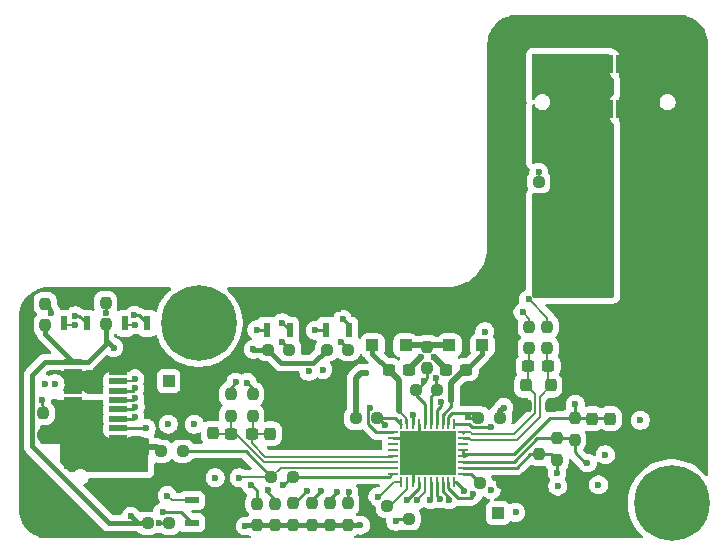
<source format=gbr>
%TF.GenerationSoftware,KiCad,Pcbnew,9.0.0*%
%TF.CreationDate,2026-01-13T23:39:09-06:00*%
%TF.ProjectId,SuppChargerPCB,53757070-4368-4617-9267-65725043422e,rev?*%
%TF.SameCoordinates,Original*%
%TF.FileFunction,Copper,L4,Bot*%
%TF.FilePolarity,Positive*%
%FSLAX46Y46*%
G04 Gerber Fmt 4.6, Leading zero omitted, Abs format (unit mm)*
G04 Created by KiCad (PCBNEW 9.0.0) date 2026-01-13 23:39:09*
%MOMM*%
%LPD*%
G01*
G04 APERTURE LIST*
G04 Aperture macros list*
%AMRoundRect*
0 Rectangle with rounded corners*
0 $1 Rounding radius*
0 $2 $3 $4 $5 $6 $7 $8 $9 X,Y pos of 4 corners*
0 Add a 4 corners polygon primitive as box body*
4,1,4,$2,$3,$4,$5,$6,$7,$8,$9,$2,$3,0*
0 Add four circle primitives for the rounded corners*
1,1,$1+$1,$2,$3*
1,1,$1+$1,$4,$5*
1,1,$1+$1,$6,$7*
1,1,$1+$1,$8,$9*
0 Add four rect primitives between the rounded corners*
20,1,$1+$1,$2,$3,$4,$5,0*
20,1,$1+$1,$4,$5,$6,$7,0*
20,1,$1+$1,$6,$7,$8,$9,0*
20,1,$1+$1,$8,$9,$2,$3,0*%
G04 Aperture macros list end*
%TA.AperFunction,SMDPad,CuDef*%
%ADD10RoundRect,0.250000X-0.300000X-0.300000X0.300000X-0.300000X0.300000X0.300000X-0.300000X0.300000X0*%
%TD*%
%TA.AperFunction,SMDPad,CuDef*%
%ADD11RoundRect,0.250000X0.300000X0.300000X-0.300000X0.300000X-0.300000X-0.300000X0.300000X-0.300000X0*%
%TD*%
%TA.AperFunction,ComponentPad*%
%ADD12C,3.600000*%
%TD*%
%TA.AperFunction,ConnectorPad*%
%ADD13C,6.400000*%
%TD*%
%TA.AperFunction,SMDPad,CuDef*%
%ADD14R,0.550000X1.500000*%
%TD*%
%TA.AperFunction,SMDPad,CuDef*%
%ADD15R,1.500000X0.550000*%
%TD*%
%TA.AperFunction,ComponentPad*%
%ADD16R,1.000000X1.000000*%
%TD*%
%TA.AperFunction,SMDPad,CuDef*%
%ADD17R,0.600000X1.250000*%
%TD*%
%TA.AperFunction,SMDPad,CuDef*%
%ADD18RoundRect,0.237500X-0.250000X-0.237500X0.250000X-0.237500X0.250000X0.237500X-0.250000X0.237500X0*%
%TD*%
%TA.AperFunction,SMDPad,CuDef*%
%ADD19RoundRect,0.237500X0.237500X-0.250000X0.237500X0.250000X-0.237500X0.250000X-0.237500X-0.250000X0*%
%TD*%
%TA.AperFunction,SMDPad,CuDef*%
%ADD20RoundRect,0.237500X-0.237500X0.300000X-0.237500X-0.300000X0.237500X-0.300000X0.237500X0.300000X0*%
%TD*%
%TA.AperFunction,SMDPad,CuDef*%
%ADD21RoundRect,0.237500X-0.237500X0.250000X-0.237500X-0.250000X0.237500X-0.250000X0.237500X0.250000X0*%
%TD*%
%TA.AperFunction,SMDPad,CuDef*%
%ADD22RoundRect,0.237500X-0.300000X-0.237500X0.300000X-0.237500X0.300000X0.237500X-0.300000X0.237500X0*%
%TD*%
%TA.AperFunction,SMDPad,CuDef*%
%ADD23RoundRect,0.250000X-0.250000X-0.475000X0.250000X-0.475000X0.250000X0.475000X-0.250000X0.475000X0*%
%TD*%
%TA.AperFunction,SMDPad,CuDef*%
%ADD24R,0.254000X0.812800*%
%TD*%
%TA.AperFunction,SMDPad,CuDef*%
%ADD25R,0.812800X0.254000*%
%TD*%
%TA.AperFunction,SMDPad,CuDef*%
%ADD26R,4.699000X3.708400*%
%TD*%
%TA.AperFunction,SMDPad,CuDef*%
%ADD27RoundRect,0.237500X0.250000X0.237500X-0.250000X0.237500X-0.250000X-0.237500X0.250000X-0.237500X0*%
%TD*%
%TA.AperFunction,SMDPad,CuDef*%
%ADD28R,1.250000X0.600000*%
%TD*%
%TA.AperFunction,SMDPad,CuDef*%
%ADD29RoundRect,0.237500X0.237500X-0.300000X0.237500X0.300000X-0.237500X0.300000X-0.237500X-0.300000X0*%
%TD*%
%TA.AperFunction,SMDPad,CuDef*%
%ADD30RoundRect,0.237500X0.300000X0.237500X-0.300000X0.237500X-0.300000X-0.237500X0.300000X-0.237500X0*%
%TD*%
%TA.AperFunction,ViaPad*%
%ADD31C,0.600000*%
%TD*%
%TA.AperFunction,Conductor*%
%ADD32C,0.250000*%
%TD*%
%TA.AperFunction,Conductor*%
%ADD33C,0.400000*%
%TD*%
%TA.AperFunction,Conductor*%
%ADD34C,0.200000*%
%TD*%
%TA.AperFunction,Conductor*%
%ADD35C,0.500000*%
%TD*%
%TA.AperFunction,Conductor*%
%ADD36C,0.350000*%
%TD*%
G04 APERTURE END LIST*
D10*
%TO.P,D12,1,K*%
%TO.N,/BTST2*%
X102186700Y-100771731D03*
%TO.P,D12,2,A*%
%TO.N,Net-(D11-A)*%
X104986700Y-100771731D03*
%TD*%
D11*
%TO.P,D11,1,K*%
%TO.N,/BTST1*%
X111493300Y-100781731D03*
%TO.P,D11,2,A*%
%TO.N,Net-(D11-A)*%
X108693300Y-100781731D03*
%TD*%
D12*
%TO.P,H1,1*%
%TO.N,N/C*%
X87490000Y-98890000D03*
D13*
X87490000Y-98890000D03*
%TD*%
D12*
%TO.P,H3,1*%
%TO.N,N/C*%
X127510000Y-114120000D03*
D13*
X127510000Y-114120000D03*
%TD*%
D14*
%TO.P,J1,1,1*%
%TO.N,PGND*%
X126270000Y-76970000D03*
%TO.P,J1,2,2*%
X126270000Y-80770000D03*
%TO.P,J1,3,3*%
X125470000Y-76970000D03*
%TO.P,J1,4,4*%
X125470000Y-80770000D03*
%TO.P,J1,5,5*%
X124670000Y-76970000D03*
%TO.P,J1,6,6*%
X124670000Y-80770000D03*
%TO.P,J1,7,7*%
X123870000Y-76970000D03*
%TO.P,J1,8,8*%
X123870000Y-80770000D03*
%TO.P,J1,9,9*%
X123070000Y-76970000D03*
%TO.P,J1,10,10*%
X123070000Y-80770000D03*
%TO.P,J1,11,11*%
%TO.N,+24V*%
X122270000Y-76970000D03*
%TO.P,J1,12,12*%
X122270000Y-80770000D03*
%TO.P,J1,13,13*%
X121470000Y-76970000D03*
%TO.P,J1,14,14*%
X121470000Y-80770000D03*
%TO.P,J1,15,15*%
X120670000Y-76970000D03*
%TO.P,J1,16,16*%
X120670000Y-80770000D03*
%TO.P,J1,17,17*%
X119870000Y-76970000D03*
%TO.P,J1,18,18*%
X119870000Y-80770000D03*
%TO.P,J1,19,19*%
X119070000Y-76970000D03*
%TO.P,J1,20,20*%
X119070000Y-80770000D03*
%TO.P,J1,21,21*%
X118270000Y-76970000D03*
%TO.P,J1,22,22*%
X118270000Y-80770000D03*
%TO.P,J1,23,23*%
X117470000Y-76970000D03*
%TO.P,J1,24,24*%
X117470000Y-80770000D03*
%TD*%
D15*
%TO.P,J2,1,1*%
%TO.N,OUT*%
X80662500Y-111000000D03*
%TO.P,J2,2,2*%
X76862500Y-111000000D03*
%TO.P,J2,3,3*%
X80662500Y-110200000D03*
%TO.P,J2,4,4*%
X76862500Y-110200000D03*
%TO.P,J2,5,5*%
X80662500Y-109400000D03*
%TO.P,J2,6,6*%
X76862500Y-109400000D03*
%TO.P,J2,7,7*%
X80662500Y-108600000D03*
%TO.P,J2,8,8*%
X76862500Y-108600000D03*
%TO.P,J2,9,9*%
%TO.N,/SDA*%
X80662500Y-107800000D03*
%TO.P,J2,10,10*%
%TO.N,OUT*%
X76862500Y-107800000D03*
%TO.P,J2,11,11*%
%TO.N,/SCL*%
X80662500Y-107000000D03*
%TO.P,J2,12,12*%
%TO.N,OUT*%
X76862500Y-107000000D03*
%TO.P,J2,13,13*%
%TO.N,/\u002AINT*%
X80662500Y-106200000D03*
%TO.P,J2,14,14*%
%TO.N,OUT*%
X76862500Y-106200000D03*
%TO.P,J2,15,15*%
%TO.N,/STAT1*%
X80662500Y-105400000D03*
%TO.P,J2,16,16*%
%TO.N,OUT*%
X76862500Y-105400000D03*
%TO.P,J2,17,17*%
%TO.N,/STAT2*%
X80662500Y-104600000D03*
%TO.P,J2,18,18*%
%TO.N,PGND*%
X76862500Y-104600000D03*
%TO.P,J2,19,19*%
%TO.N,/\u002ACE*%
X80662500Y-103800000D03*
%TO.P,J2,20,20*%
%TO.N,PGND*%
X76862500Y-103800000D03*
%TO.P,J2,21,21*%
X80662500Y-103000000D03*
%TO.P,J2,22,22*%
X76862500Y-103000000D03*
%TO.P,J2,23,23*%
X80662500Y-102200000D03*
%TO.P,J2,24,24*%
%TO.N,+3V3*%
X76862500Y-102200000D03*
%TD*%
D16*
%TO.P,OUT4,1,1*%
%TO.N,+3V3*%
X112810000Y-114970000D03*
%TD*%
%TO.P,OUT2,1,1*%
%TO.N,OUT*%
X84930000Y-103790000D03*
%TD*%
%TO.P,+24V2,1,1*%
%TO.N,+24V*%
X118740000Y-89860000D03*
%TD*%
%TO.P,PGND3,1,1*%
%TO.N,PGND*%
X128310000Y-75510000D03*
%TD*%
D17*
%TO.P,Q4,1,D*%
%TO.N,Net-(D4-K)*%
X77980000Y-98900000D03*
%TO.P,Q4,2,G*%
%TO.N,/\u002ACE*%
X76080000Y-98900000D03*
%TO.P,Q4,3,S*%
%TO.N,PGND*%
X77030000Y-96800000D03*
%TD*%
D18*
%TO.P,R41,1*%
%TO.N,/FB*%
X93635000Y-111890000D03*
%TO.P,R41,2*%
%TO.N,/FBG*%
X95460000Y-111890000D03*
%TD*%
D19*
%TO.P,R42,1*%
%TO.N,/DRV_SUP*%
X106835000Y-102708146D03*
%TO.P,R42,2*%
%TO.N,Net-(D11-A)*%
X106835000Y-100883146D03*
%TD*%
%TO.P,R51,1*%
%TO.N,+3V3*%
X100110000Y-115985000D03*
%TO.P,R51,2*%
%TO.N,/\u002ACE*%
X100110000Y-114160000D03*
%TD*%
D20*
%TO.P,C26,1*%
%TO.N,/ACN*%
X115150000Y-104155000D03*
%TO.P,C26,2*%
%TO.N,PGND*%
X115150000Y-105880000D03*
%TD*%
D19*
%TO.P,R48,1*%
%TO.N,+3V3*%
X95490000Y-115985000D03*
%TO.P,R48,2*%
%TO.N,/STAT1*%
X95490000Y-114160000D03*
%TD*%
D18*
%TO.P,R6,1*%
%TO.N,+3V3*%
X83155000Y-115830000D03*
%TO.P,R6,2*%
%TO.N,Net-(D3-A)*%
X84980000Y-115830000D03*
%TD*%
D21*
%TO.P,R2,1*%
%TO.N,/ACUV*%
X117810000Y-108650000D03*
%TO.P,R2,2*%
%TO.N,/ACOV*%
X117810000Y-110475000D03*
%TD*%
D19*
%TO.P,R7,1*%
%TO.N,+3V3*%
X74470000Y-99055000D03*
%TO.P,R7,2*%
%TO.N,Net-(D4-A)*%
X74470000Y-97230000D03*
%TD*%
D22*
%TO.P,C3,1*%
%TO.N,/ACN*%
X115348510Y-102515000D03*
%TO.P,C3,2*%
%TO.N,/ACP*%
X117073510Y-102515000D03*
%TD*%
D23*
%TO.P,C7,1*%
%TO.N,+24V*%
X121740000Y-83730000D03*
%TO.P,C7,2*%
%TO.N,PGND*%
X123640000Y-83730000D03*
%TD*%
D22*
%TO.P,C30,1*%
%TO.N,/SRN*%
X90235000Y-108270000D03*
%TO.P,C30,2*%
%TO.N,/SRP*%
X91960000Y-108270000D03*
%TD*%
D17*
%TO.P,Q2,1,D*%
%TO.N,Net-(D2-K)*%
X83110000Y-98900000D03*
%TO.P,Q2,2,G*%
%TO.N,/STAT2*%
X81210000Y-98900000D03*
%TO.P,Q2,3,S*%
%TO.N,PGND*%
X82160000Y-96800000D03*
%TD*%
D18*
%TO.P,R33,1*%
%TO.N,/HIDRV1*%
X111155000Y-106918000D03*
%TO.P,R33,2*%
%TO.N,/Converter/BUCK_HIGH*%
X112980000Y-106918000D03*
%TD*%
%TO.P,R4,1*%
%TO.N,+3V3*%
X93325000Y-101125000D03*
%TO.P,R4,2*%
%TO.N,Net-(D1-A)*%
X95150000Y-101125000D03*
%TD*%
D24*
%TO.P,U1,1,SCL*%
%TO.N,/SCL*%
X109120378Y-112338000D03*
%TO.P,U1,2,SDA*%
%TO.N,/SDA*%
X108620252Y-112338000D03*
%TO.P,U1,3,\u002AINT*%
%TO.N,/\u002AINT*%
X108120126Y-112338000D03*
%TO.P,U1,4,STAT1*%
%TO.N,/STAT1*%
X107620000Y-112338000D03*
%TO.P,U1,5,STAT2*%
%TO.N,/STAT2*%
X107119874Y-112338000D03*
%TO.P,U1,6,\u002APG*%
%TO.N,/\u002APG*%
X106619748Y-112338000D03*
%TO.P,U1,7,\u002ACE*%
%TO.N,/\u002ACE*%
X106119622Y-112338000D03*
%TO.P,U1,8,TS*%
%TO.N,PGND*%
X105619496Y-112338000D03*
%TO.P,U1,9,ICHG*%
%TO.N,Net-(U1-ICHG)*%
X105119370Y-112338000D03*
%TO.P,U1,10,ILIM_HIZ*%
%TO.N,Net-(U1-ILIM_HIZ)*%
X104619244Y-112338000D03*
D25*
%TO.P,U1,11,FBG*%
%TO.N,/FBG*%
X103923411Y-111637341D03*
%TO.P,U1,12,FB*%
%TO.N,/FB*%
X103923411Y-111137215D03*
%TO.P,U1,13,SRN*%
%TO.N,/SRN*%
X103923411Y-110637089D03*
%TO.P,U1,14,SRP*%
%TO.N,/SRP*%
X103923411Y-110136963D03*
%TO.P,U1,15,NC*%
%TO.N,unconnected-(U1-NC-Pad15)*%
X103923411Y-109636837D03*
%TO.P,U1,16,NC*%
%TO.N,unconnected-(U1-NC-Pad16)*%
X103923411Y-109136711D03*
%TO.P,U1,17,PGND*%
%TO.N,PGND*%
X103923411Y-108636585D03*
%TO.P,U1,18,SW2*%
%TO.N,/SW2*%
X103923411Y-108136459D03*
D24*
%TO.P,U1,19,HIDRV2*%
%TO.N,/HIDRV2*%
X104619244Y-107435800D03*
%TO.P,U1,20,BTST2*%
%TO.N,/BTST2*%
X105119370Y-107435800D03*
%TO.P,U1,21,LODRV2*%
%TO.N,/LODRV2*%
X105619496Y-107435800D03*
%TO.P,U1,22,PGND*%
%TO.N,PGND*%
X106119622Y-107435800D03*
%TO.P,U1,23,DRV_SUP*%
%TO.N,/DRV_SUP*%
X106619748Y-107435800D03*
%TO.P,U1,24,REGN*%
%TO.N,/REGN*%
X107119874Y-107435800D03*
%TO.P,U1,25,LODRV1*%
%TO.N,/LODRV1*%
X107620000Y-107435800D03*
%TO.P,U1,26,BTST1*%
%TO.N,/BTST1*%
X108120126Y-107435800D03*
%TO.P,U1,27,HIDRV1*%
%TO.N,/HIDRV1*%
X108620252Y-107435800D03*
%TO.P,U1,28,SW1*%
%TO.N,/SW1*%
X109120378Y-107435800D03*
D25*
%TO.P,U1,29,ACN*%
%TO.N,/ACN*%
X109816211Y-108136459D03*
%TO.P,U1,30,ACP*%
%TO.N,/ACP*%
X109816211Y-108636585D03*
%TO.P,U1,31,NC*%
%TO.N,unconnected-(U1-NC-Pad31)*%
X109816211Y-109136711D03*
%TO.P,U1,32,VAC*%
%TO.N,+24V*%
X109816211Y-109636837D03*
%TO.P,U1,33,VAC*%
X109816211Y-110136963D03*
%TO.P,U1,34,ACUV*%
%TO.N,/ACUV*%
X109816211Y-110637089D03*
%TO.P,U1,35,ACOV*%
%TO.N,/ACOV*%
X109816211Y-111137215D03*
%TO.P,U1,36,FSW_SYNC*%
%TO.N,Net-(U1-FSW_SYNC)*%
X109816211Y-111637341D03*
D26*
%TO.P,U1,37,EPAD*%
%TO.N,PGND*%
X106869811Y-109886900D03*
%TD*%
D27*
%TO.P,R29,1*%
%TO.N,PGND*%
X113145000Y-112430000D03*
%TO.P,R29,2*%
%TO.N,Net-(U1-FSW_SYNC)*%
X111320000Y-112430000D03*
%TD*%
D21*
%TO.P,R38,1*%
%TO.N,/Converter/BOOST_OUT*%
X92030000Y-104915000D03*
%TO.P,R38,2*%
%TO.N,/SRP*%
X92030000Y-106740000D03*
%TD*%
%TO.P,R22,1*%
%TO.N,+24V*%
X116980000Y-99185000D03*
%TO.P,R22,2*%
%TO.N,/ACP*%
X116980000Y-101010000D03*
%TD*%
%TO.P,R39,1*%
%TO.N,OUT*%
X90170000Y-104925000D03*
%TO.P,R39,2*%
%TO.N,/SRN*%
X90170000Y-106750000D03*
%TD*%
%TO.P,R3,1*%
%TO.N,/ACOV*%
X116310000Y-110000000D03*
%TO.P,R3,2*%
%TO.N,PGND*%
X116310000Y-111825000D03*
%TD*%
D28*
%TO.P,Q3,1,D*%
%TO.N,Net-(D3-K)*%
X86890000Y-115790000D03*
%TO.P,Q3,2,G*%
%TO.N,/\u002APG*%
X86890000Y-113890000D03*
%TO.P,Q3,3,S*%
%TO.N,PGND*%
X88990000Y-114840000D03*
%TD*%
D19*
%TO.P,R45,1*%
%TO.N,+3V3*%
X92410000Y-115995000D03*
%TO.P,R45,2*%
%TO.N,/SDA*%
X92410000Y-114170000D03*
%TD*%
D20*
%TO.P,C9,1*%
%TO.N,+24V*%
X120810000Y-106975000D03*
%TO.P,C9,2*%
%TO.N,PGND*%
X120810000Y-108700000D03*
%TD*%
D27*
%TO.P,R9,1*%
%TO.N,+24V*%
X118090000Y-86930000D03*
%TO.P,R9,2*%
%TO.N,Net-(D5-A)*%
X116265000Y-86930000D03*
%TD*%
%TO.P,R30,1*%
%TO.N,/REGN*%
X107670000Y-104588000D03*
%TO.P,R30,2*%
%TO.N,/DRV_SUP*%
X105845000Y-104588000D03*
%TD*%
D18*
%TO.P,R40,1*%
%TO.N,OUT*%
X84285000Y-109725000D03*
%TO.P,R40,2*%
%TO.N,/FB*%
X86110000Y-109725000D03*
%TD*%
D17*
%TO.P,Q5,1,D*%
%TO.N,Net-(D7-K)*%
X100175000Y-99475000D03*
%TO.P,Q5,2,G*%
%TO.N,/\u002AINT*%
X98275000Y-99475000D03*
%TO.P,Q5,3,S*%
%TO.N,PGND*%
X99225000Y-97375000D03*
%TD*%
D19*
%TO.P,R46,1*%
%TO.N,+3V3*%
X93950000Y-115995000D03*
%TO.P,R46,2*%
%TO.N,/SCL*%
X93950000Y-114170000D03*
%TD*%
%TO.P,R10,1*%
%TO.N,OUT*%
X74300000Y-108340000D03*
%TO.P,R10,2*%
%TO.N,Net-(D6-A)*%
X74300000Y-106515000D03*
%TD*%
D21*
%TO.P,R1,1*%
%TO.N,+24V*%
X119310000Y-106925000D03*
%TO.P,R1,2*%
%TO.N,/ACUV*%
X119310000Y-108750000D03*
%TD*%
D18*
%TO.P,R8,1*%
%TO.N,+3V3*%
X98325000Y-101125000D03*
%TO.P,R8,2*%
%TO.N,Net-(D7-A)*%
X100150000Y-101125000D03*
%TD*%
%TO.P,R12,1*%
%TO.N,Net-(U1-ILIM_HIZ)*%
X105270000Y-115470000D03*
%TO.P,R12,2*%
%TO.N,PGND*%
X107095000Y-115470000D03*
%TD*%
D20*
%TO.P,C2,1*%
%TO.N,+24V*%
X122310000Y-106975000D03*
%TO.P,C2,2*%
%TO.N,PGND*%
X122310000Y-108700000D03*
%TD*%
D18*
%TO.P,R35,1*%
%TO.N,/Converter/BOOST_HIGH*%
X100785000Y-106948000D03*
%TO.P,R35,2*%
%TO.N,/HIDRV2*%
X102610000Y-106948000D03*
%TD*%
D19*
%TO.P,R5,1*%
%TO.N,+3V3*%
X79600000Y-98985000D03*
%TO.P,R5,2*%
%TO.N,Net-(D2-A)*%
X79600000Y-97160000D03*
%TD*%
D29*
%TO.P,C31,1*%
%TO.N,/SRN*%
X88660000Y-108220000D03*
%TO.P,C31,2*%
%TO.N,PGND*%
X88660000Y-106495000D03*
%TD*%
D19*
%TO.P,R49,1*%
%TO.N,+3V3*%
X97030000Y-115985000D03*
%TO.P,R49,2*%
%TO.N,/STAT2*%
X97030000Y-114160000D03*
%TD*%
D27*
%TO.P,R47,1*%
%TO.N,Net-(U1-ICHG)*%
X103450000Y-114400000D03*
%TO.P,R47,2*%
%TO.N,PGND*%
X101625000Y-114400000D03*
%TD*%
D30*
%TO.P,C33,1*%
%TO.N,/SW2*%
X105268789Y-102833146D03*
%TO.P,C33,2*%
%TO.N,/BTST2*%
X103543789Y-102833146D03*
%TD*%
D22*
%TO.P,C32,1*%
%TO.N,/SW1*%
X108405000Y-102831731D03*
%TO.P,C32,2*%
%TO.N,/BTST1*%
X110130000Y-102831731D03*
%TD*%
D29*
%TO.P,C28,1*%
%TO.N,/SRP*%
X93550000Y-108250000D03*
%TO.P,C28,2*%
%TO.N,PGND*%
X93550000Y-106525000D03*
%TD*%
D17*
%TO.P,Q1,1,D*%
%TO.N,Net-(D1-K)*%
X95170000Y-99470000D03*
%TO.P,Q1,2,G*%
%TO.N,/STAT1*%
X93270000Y-99470000D03*
%TO.P,Q1,3,S*%
%TO.N,PGND*%
X94220000Y-97370000D03*
%TD*%
D21*
%TO.P,R31,1*%
%TO.N,/Converter/BUCK_IN*%
X115450000Y-99195000D03*
%TO.P,R31,2*%
%TO.N,/ACN*%
X115450000Y-101020000D03*
%TD*%
D20*
%TO.P,C22,1*%
%TO.N,/ACP*%
X117283510Y-104155000D03*
%TO.P,C22,2*%
%TO.N,PGND*%
X117283510Y-105880000D03*
%TD*%
D19*
%TO.P,R50,1*%
%TO.N,+3V3*%
X98570000Y-115985000D03*
%TO.P,R50,2*%
%TO.N,/\u002APG*%
X98570000Y-114160000D03*
%TD*%
D31*
%TO.N,+24V*%
X119350000Y-105750000D03*
X115400000Y-96850000D03*
%TO.N,/ACOV*%
X117810000Y-111580000D03*
X117860000Y-112690000D03*
%TO.N,/ACUV*%
X120390000Y-110730000D03*
X121320000Y-112590000D03*
%TO.N,/Converter/BUCK_IN*%
X114920000Y-97950000D03*
%TO.N,PGND*%
X100510000Y-96390000D03*
X112330000Y-116740000D03*
X91210000Y-96390000D03*
X113360000Y-95440000D03*
X108500000Y-116730000D03*
X76270000Y-115640000D03*
X114140000Y-116720000D03*
X113340000Y-77640000D03*
X113360000Y-88790000D03*
X119990000Y-116740000D03*
X113340000Y-84290000D03*
X129560000Y-108440000D03*
X120410000Y-73670000D03*
X116130000Y-116740000D03*
X129540000Y-89630000D03*
X113370000Y-82620000D03*
X113390000Y-93770000D03*
X127970000Y-106790000D03*
X104720000Y-116730000D03*
X127940000Y-101850000D03*
X129550000Y-106770000D03*
X127810000Y-87850000D03*
X73490000Y-112430000D03*
X129530000Y-87850000D03*
X118000000Y-116720000D03*
X113350000Y-79280000D03*
X127820000Y-89630000D03*
X129540000Y-105180000D03*
X98820000Y-96370000D03*
X95030000Y-96390000D03*
X114780000Y-73650000D03*
X127820000Y-86390000D03*
X129580000Y-81020000D03*
X125350000Y-73640000D03*
X127720000Y-97980000D03*
X129530000Y-103610000D03*
X102730000Y-116710000D03*
X106510000Y-116710000D03*
X110340000Y-116720000D03*
X105607599Y-109463000D03*
X129570000Y-79350000D03*
X127960000Y-105200000D03*
X127210000Y-73640000D03*
X73440000Y-115640000D03*
X127750000Y-94480000D03*
X122000000Y-73660000D03*
X74890000Y-113960000D03*
X97150000Y-96370000D03*
X121590000Y-116720000D03*
X73470000Y-113960000D03*
X129570000Y-94460000D03*
X113360000Y-80990000D03*
X113330000Y-74640000D03*
X93000000Y-96370000D03*
X129540000Y-96130000D03*
X129550000Y-82690000D03*
X113330000Y-75960000D03*
X129530000Y-110110000D03*
X129560000Y-77760000D03*
X105626456Y-108643544D03*
X77640000Y-115630000D03*
X123580000Y-116740000D03*
X113370000Y-90430000D03*
X127980000Y-108460000D03*
X76230000Y-113970000D03*
X118740000Y-73680000D03*
X117070000Y-73650000D03*
X129540000Y-97960000D03*
X129520000Y-101830000D03*
X123570000Y-73650000D03*
X127720000Y-96150000D03*
X113380000Y-92140000D03*
X127950000Y-110130000D03*
X113350000Y-85630000D03*
X129540000Y-86390000D03*
X74890000Y-115640000D03*
X127950000Y-103630000D03*
%TO.N,/DRV_SUP*%
X106560000Y-103778000D03*
%TO.N,/Converter/BOOST_OUT*%
X91580000Y-103920000D03*
%TO.N,/Converter/BUCK_HIGH*%
X113300000Y-106038000D03*
%TO.N,OUT*%
X90610000Y-103910000D03*
X82070000Y-110760000D03*
X78430000Y-107290000D03*
X78430000Y-105960000D03*
%TO.N,/SW1*%
X107404902Y-101795645D03*
X112220578Y-107695001D03*
X111694687Y-99615313D03*
%TO.N,/SW2*%
X102011690Y-106057074D03*
X106265098Y-101795647D03*
%TO.N,Net-(D1-A)*%
X94553035Y-100481697D03*
%TO.N,/STAT1*%
X82074065Y-105209911D03*
X107889977Y-113776696D03*
X96635000Y-113095000D03*
X92390000Y-99460000D03*
%TO.N,/STAT2*%
X82068890Y-104409925D03*
X97840000Y-113090000D03*
X107092319Y-113843064D03*
X82120000Y-99010000D03*
%TO.N,Net-(D2-A)*%
X79590322Y-97997500D03*
%TO.N,/\u002APG*%
X105984819Y-113849065D03*
X99170000Y-113160000D03*
X84800523Y-113489001D03*
%TO.N,Net-(D4-A)*%
X75004632Y-98036887D03*
%TO.N,/\u002ACE*%
X100160000Y-113180000D03*
X76970000Y-99060000D03*
X82080000Y-103610000D03*
X105110587Y-113830587D03*
%TO.N,Net-(D5-A)*%
X116270000Y-86100000D03*
%TO.N,/\u002AINT*%
X108687930Y-113837242D03*
X97360000Y-99500000D03*
X82113159Y-106008958D03*
%TO.N,/FB*%
X90920000Y-111985000D03*
X87100000Y-107450000D03*
%TO.N,/FBG*%
X94639882Y-112615000D03*
X84890000Y-107440000D03*
X88870000Y-111985000D03*
%TO.N,+3V3*%
X80274265Y-100955735D03*
X101170000Y-115990000D03*
X91400000Y-116065000D03*
X92080000Y-101110000D03*
X81738058Y-115221942D03*
%TO.N,/SCL*%
X82070000Y-106850000D03*
X93339461Y-113018183D03*
X109950000Y-113100000D03*
%TO.N,/SDA*%
X83040000Y-107800000D03*
X91920002Y-112610000D03*
X110719299Y-113319495D03*
%TO.N,/HIDRV1*%
X124860000Y-107110000D03*
X110310000Y-106810800D03*
%TO.N,/HIDRV2*%
X103210000Y-107511459D03*
X96790000Y-102960000D03*
%TO.N,/LODRV1*%
X121910000Y-110040000D03*
X108000000Y-105598000D03*
%TO.N,/LODRV2*%
X97992110Y-102817890D03*
X105623178Y-106692484D03*
%TO.N,/Converter/BOOST_HIGH*%
X101627314Y-103112686D03*
%TO.N,Net-(U1-ILIM_HIZ)*%
X102620000Y-113590000D03*
X104160000Y-115670000D03*
%TO.N,Net-(D1-K)*%
X94560000Y-98860000D03*
%TO.N,Net-(D2-K)*%
X82006746Y-98218055D03*
%TO.N,Net-(D4-K)*%
X77028029Y-98262104D03*
%TO.N,Net-(D3-A)*%
X84142500Y-115836019D03*
X75320000Y-104010000D03*
%TO.N,Net-(D3-K)*%
X84410000Y-114890000D03*
X74482857Y-104055214D03*
%TO.N,Net-(D6-A)*%
X74165000Y-105390000D03*
%TO.N,Net-(D7-K)*%
X99660000Y-98560000D03*
%TO.N,Net-(D7-A)*%
X99545747Y-100476289D03*
%TO.N,/REGN*%
X107531869Y-103538000D03*
X112232499Y-112999902D03*
X114300000Y-114920000D03*
%TD*%
D32*
%TO.N,/ACUV*%
X119310000Y-109840000D02*
X119310000Y-108750000D01*
X120200000Y-110730000D02*
X119310000Y-109840000D01*
X120390000Y-110730000D02*
X120200000Y-110730000D01*
D33*
%TO.N,/BTST2*%
X102186700Y-101476057D02*
X103543789Y-102833146D01*
X102186700Y-100771731D02*
X102186700Y-101476057D01*
%TO.N,/BTST1*%
X111493300Y-101468431D02*
X110130000Y-102831731D01*
X111493300Y-100781731D02*
X111493300Y-101468431D01*
D32*
%TO.N,+24V*%
X119310000Y-106925000D02*
X119310000Y-105790000D01*
D34*
X116980000Y-99185000D02*
X116980000Y-98430000D01*
D32*
X109816211Y-109930000D02*
X109816211Y-110136963D01*
X109816211Y-110136963D02*
X110023037Y-110136963D01*
X119310000Y-106925000D02*
X122260000Y-106925000D01*
D35*
X119310000Y-106925000D02*
X119140000Y-106755000D01*
D32*
X114170000Y-109940000D02*
X109826211Y-109940000D01*
X119310000Y-105790000D02*
X119350000Y-105750000D01*
X122260000Y-106925000D02*
X122310000Y-106975000D01*
D34*
X116980000Y-98430000D02*
X115400000Y-96850000D01*
D32*
X109826211Y-109940000D02*
X109816211Y-109930000D01*
X109816211Y-109636837D02*
X109916837Y-109636837D01*
X109816211Y-109636837D02*
X109816211Y-109930000D01*
X119310000Y-106925000D02*
X117185000Y-106925000D01*
X117185000Y-106925000D02*
X114170000Y-109940000D01*
%TO.N,/ACOV*%
X115535000Y-110000000D02*
X116310000Y-110000000D01*
X114397785Y-111137215D02*
X109816211Y-111137215D01*
X115535000Y-110000000D02*
X114397785Y-111137215D01*
X117810000Y-110475000D02*
X117810000Y-111580000D01*
X116310000Y-110000000D02*
X117335000Y-110000000D01*
X117335000Y-110000000D02*
X117810000Y-110475000D01*
%TO.N,/ACUV*%
X116150000Y-108650000D02*
X117810000Y-108650000D01*
X116110000Y-108650000D02*
X116150000Y-108650000D01*
X119210000Y-108650000D02*
X119310000Y-108750000D01*
X114162911Y-110637089D02*
X109816211Y-110637089D01*
X116150000Y-108650000D02*
X114162911Y-110637089D01*
X117810000Y-108650000D02*
X119210000Y-108650000D01*
D36*
X117910000Y-108750000D02*
X117810000Y-108650000D01*
D34*
%TO.N,/Converter/BUCK_IN*%
X115460000Y-98500000D02*
X114920000Y-97960000D01*
X115450000Y-99195000D02*
X115450000Y-98510000D01*
X114920000Y-97960000D02*
X114920000Y-97950000D01*
X115450000Y-98510000D02*
X115460000Y-98500000D01*
D32*
%TO.N,PGND*%
X106869811Y-109886900D02*
X107766711Y-108990000D01*
X106031499Y-109886900D02*
X105607599Y-109463000D01*
X107766711Y-108990000D02*
X108280000Y-108990000D01*
X105619496Y-112338000D02*
X105619496Y-111137215D01*
X105781456Y-108798544D02*
X105626456Y-108643544D01*
X106119622Y-109136711D02*
X106869811Y-109886900D01*
X105626456Y-108643544D02*
X105572370Y-108589459D01*
X106869811Y-109886900D02*
X108506082Y-109886900D01*
X108506082Y-109886900D02*
X108573610Y-109954428D01*
X105572370Y-108589459D02*
X103970537Y-108589459D01*
X106119622Y-107435800D02*
X106119622Y-109136711D01*
X106869811Y-109886900D02*
X106031499Y-109886900D01*
X105619496Y-111137215D02*
X106869811Y-109886900D01*
X105781456Y-108798544D02*
X106869811Y-109886900D01*
X103970537Y-108589459D02*
X103923411Y-108636585D01*
D34*
%TO.N,/ACN*%
X115150000Y-104155000D02*
X115926000Y-104931000D01*
X115926000Y-104931000D02*
X115926000Y-106514000D01*
X115450000Y-101020000D02*
X115450000Y-102413510D01*
X115348510Y-103956490D02*
X115150000Y-104155000D01*
X115348510Y-102515000D02*
X115348510Y-103956490D01*
D32*
X109816211Y-108136459D02*
X109849752Y-108170000D01*
D34*
X110649127Y-108296001D02*
X110489585Y-108136459D01*
X115926000Y-106514000D02*
X114143999Y-108296001D01*
X115450000Y-102413510D02*
X115348510Y-102515000D01*
X110489585Y-108136459D02*
X109816211Y-108136459D01*
X114143999Y-108296001D02*
X110649127Y-108296001D01*
%TO.N,/ACP*%
X117283510Y-104155000D02*
X116327000Y-105111510D01*
X114450000Y-108746000D02*
X110532026Y-108746000D01*
X110422611Y-108636585D02*
X109816211Y-108636585D01*
X117073510Y-102515000D02*
X117073510Y-103945000D01*
D32*
X110342331Y-108636585D02*
X109816211Y-108636585D01*
D34*
X116327000Y-105111510D02*
X116327000Y-106869000D01*
X117073510Y-103945000D02*
X117283510Y-104155000D01*
X116327000Y-106869000D02*
X114450000Y-108746000D01*
X116980000Y-101010000D02*
X116980000Y-102421490D01*
X110532026Y-108746000D02*
X110422611Y-108636585D01*
X116980000Y-102421490D02*
X117073510Y-102515000D01*
D32*
%TO.N,/DRV_SUP*%
X106508789Y-103034357D02*
X106835000Y-102708146D01*
X106508789Y-103924211D02*
X105845000Y-104588000D01*
X105845000Y-104943000D02*
X105845000Y-104588000D01*
X106619748Y-107435800D02*
X106619748Y-105717748D01*
X106835000Y-103503000D02*
X106560000Y-103778000D01*
X106619748Y-105717748D02*
X105845000Y-104943000D01*
X106508789Y-103924211D02*
X106508789Y-103829211D01*
X106508789Y-103829211D02*
X106560000Y-103778000D01*
X106835000Y-102708146D02*
X106835000Y-103503000D01*
%TO.N,/Converter/BOOST_OUT*%
X92030000Y-104370000D02*
X91580000Y-103920000D01*
X92030000Y-104915000D02*
X92030000Y-104370000D01*
D35*
%TO.N,/Converter/BUCK_HIGH*%
X112980000Y-106358000D02*
X113300000Y-106038000D01*
X113177200Y-106720800D02*
X112980000Y-106918000D01*
X112980000Y-106918000D02*
X112980000Y-106358000D01*
D34*
%TO.N,/SRP*%
X93126189Y-110209089D02*
X91960000Y-109042900D01*
X103851285Y-110209089D02*
X93126189Y-110209089D01*
X103923411Y-110136963D02*
X103851285Y-110209089D01*
X93530000Y-108270000D02*
X93550000Y-108250000D01*
X91960000Y-108270000D02*
X93530000Y-108270000D01*
X92030000Y-108200000D02*
X91960000Y-108270000D01*
X91960000Y-109042900D02*
X91960000Y-108270000D01*
X92030000Y-106740000D02*
X92030000Y-108200000D01*
D32*
%TO.N,OUT*%
X90205000Y-104890000D02*
X90170000Y-104925000D01*
D35*
X80662500Y-109400000D02*
X83960000Y-109400000D01*
D32*
X90170000Y-104925000D02*
X90170000Y-104350000D01*
D35*
X83960000Y-109400000D02*
X84285000Y-109725000D01*
D32*
X90170000Y-104350000D02*
X90610000Y-103910000D01*
D34*
%TO.N,/SRN*%
X90170000Y-106750000D02*
X90170000Y-108205000D01*
X92987089Y-110637089D02*
X90620000Y-108270000D01*
X103923411Y-110637089D02*
X92987089Y-110637089D01*
X88710000Y-108270000D02*
X88660000Y-108220000D01*
X90235000Y-108270000D02*
X88710000Y-108270000D01*
X90620000Y-108270000D02*
X90235000Y-108270000D01*
D35*
%TO.N,/BTST1*%
X108838789Y-103953146D02*
X109960204Y-102831731D01*
D32*
X109960204Y-102831731D02*
X110130000Y-102831731D01*
D35*
X108838789Y-105426789D02*
X108870000Y-105458000D01*
X108838789Y-103953146D02*
X108838789Y-105426789D01*
D32*
X108120126Y-106661631D02*
X108870000Y-105911757D01*
X108870000Y-105911757D02*
X108870000Y-105458000D01*
X108120126Y-107435800D02*
X108120126Y-106661631D01*
D35*
%TO.N,/SW1*%
X108405000Y-102795743D02*
X108405000Y-102831731D01*
D32*
X111889894Y-107695001D02*
X111864895Y-107720000D01*
X110381810Y-107435800D02*
X109120378Y-107435800D01*
X112220578Y-107695001D02*
X111889894Y-107695001D01*
X111864895Y-107720000D02*
X110650000Y-107720000D01*
X110640000Y-107693990D02*
X110381810Y-107435800D01*
X110650000Y-107720000D02*
X110640000Y-107710000D01*
X110640000Y-107710000D02*
X110640000Y-107693990D01*
D35*
X107404902Y-101795645D02*
X108405000Y-102795743D01*
D34*
%TO.N,/BTST2*%
X105119370Y-107435800D02*
X105047244Y-107363674D01*
X105047244Y-106897244D02*
X104450000Y-106300000D01*
D35*
X104450000Y-103720000D02*
X104450000Y-106300000D01*
X103543789Y-102833146D02*
X103563146Y-102833146D01*
X103563146Y-102833146D02*
X104450000Y-103720000D01*
D34*
X105047244Y-107363674D02*
X105047244Y-106897244D01*
D32*
%TO.N,/SW2*%
X102507469Y-108136459D02*
X101796500Y-107425490D01*
X101796500Y-107425490D02*
X101796500Y-106272264D01*
X101796500Y-106272264D02*
X102011690Y-106057074D01*
X103923411Y-108136459D02*
X102507469Y-108136459D01*
D35*
X105268789Y-102791956D02*
X105268789Y-102833146D01*
X106265098Y-101795647D02*
X105268789Y-102791956D01*
D32*
%TO.N,Net-(D1-A)*%
X95150000Y-101125000D02*
X95150000Y-101078662D01*
X95150000Y-101078662D02*
X94553035Y-100481697D01*
%TO.N,/STAT1*%
X95570000Y-114160000D02*
X96635000Y-113095000D01*
X92400000Y-99470000D02*
X92390000Y-99460000D01*
X95490000Y-114160000D02*
X95570000Y-114160000D01*
X81883976Y-105400000D02*
X82074065Y-105209911D01*
X93270000Y-99470000D02*
X92400000Y-99470000D01*
X107620000Y-113508133D02*
X107620000Y-112338000D01*
X80662500Y-105400000D02*
X81883976Y-105400000D01*
%TO.N,/STAT2*%
X107092319Y-113843064D02*
X107092463Y-113843064D01*
D34*
X81320000Y-99010000D02*
X81210000Y-98900000D01*
D32*
X107119874Y-113815653D02*
X107119874Y-112338000D01*
X81878815Y-104600000D02*
X82068890Y-104409925D01*
X80662500Y-104600000D02*
X81878815Y-104600000D01*
X97030000Y-114160000D02*
X97030000Y-113900000D01*
X97030000Y-113900000D02*
X97840000Y-113090000D01*
X107092463Y-113843064D02*
X107119874Y-113815653D01*
D34*
X82120000Y-99010000D02*
X81320000Y-99010000D01*
D32*
%TO.N,Net-(D2-A)*%
X79590322Y-97169678D02*
X79600000Y-97160000D01*
X79590322Y-97997500D02*
X79590322Y-97169678D01*
D34*
%TO.N,/\u002APG*%
X85201522Y-113890000D02*
X86890000Y-113890000D01*
X106619748Y-113214136D02*
X105984819Y-113849065D01*
X84800523Y-113489001D02*
X85201522Y-113890000D01*
D32*
X98570000Y-113760000D02*
X99170000Y-113160000D01*
X98570000Y-114160000D02*
X98570000Y-113760000D01*
D34*
X106619748Y-112338000D02*
X106619748Y-113214136D01*
D32*
%TO.N,Net-(D4-A)*%
X75004632Y-98036887D02*
X75004632Y-97704632D01*
X75004632Y-97704632D02*
X74470000Y-97170000D01*
D34*
%TO.N,/\u002ACE*%
X81890000Y-103800000D02*
X82080000Y-103610000D01*
D32*
X105504413Y-113445587D02*
X106119622Y-112830378D01*
D34*
X76240000Y-99060000D02*
X76080000Y-98900000D01*
D32*
X105110587Y-113830587D02*
X105495587Y-113445587D01*
X100110000Y-114160000D02*
X100110000Y-113230000D01*
D34*
X80662500Y-103800000D02*
X81890000Y-103800000D01*
D32*
X100110000Y-113230000D02*
X100160000Y-113180000D01*
X105495587Y-113445587D02*
X105504413Y-113445587D01*
D34*
X76970000Y-99060000D02*
X76240000Y-99060000D01*
D32*
X106119622Y-112830378D02*
X106119622Y-112338000D01*
D34*
%TO.N,Net-(D5-A)*%
X116265000Y-86930000D02*
X116265000Y-86105000D01*
X116265000Y-86105000D02*
X116270000Y-86100000D01*
D32*
%TO.N,/\u002AINT*%
X98275000Y-99475000D02*
X97385000Y-99475000D01*
X108120126Y-113122961D02*
X108687930Y-113690765D01*
X108120126Y-112338000D02*
X108120126Y-113122961D01*
X108687930Y-113690765D02*
X108687930Y-113837242D01*
X97385000Y-99475000D02*
X97360000Y-99500000D01*
X81922117Y-106200000D02*
X82113159Y-106008958D01*
X80662500Y-106200000D02*
X81922117Y-106200000D01*
D35*
%TO.N,Net-(D11-A)*%
X107050000Y-100781731D02*
X106835000Y-100996731D01*
X105225000Y-100771731D02*
X106610000Y-100771731D01*
X108455000Y-100781731D02*
X107050000Y-100781731D01*
X106610000Y-100771731D02*
X106835000Y-100996731D01*
D32*
%TO.N,/FB*%
X93635000Y-111887454D02*
X93635000Y-111890000D01*
D34*
X103900196Y-111114000D02*
X94411000Y-111114000D01*
D32*
X91472546Y-109725000D02*
X93635000Y-111887454D01*
X86110000Y-109725000D02*
X91472546Y-109725000D01*
D34*
X103923411Y-111137215D02*
X103900196Y-111114000D01*
X94411000Y-111114000D02*
X93635000Y-111890000D01*
X93635000Y-111890000D02*
X91015000Y-111890000D01*
X91015000Y-111890000D02*
X90920000Y-111985000D01*
D32*
%TO.N,/FBG*%
X95364882Y-111890000D02*
X94639882Y-112615000D01*
X95460000Y-111890000D02*
X95364882Y-111890000D01*
D34*
X103670752Y-111890000D02*
X103923411Y-111637341D01*
D32*
X95460000Y-111890000D02*
X103670752Y-111890000D01*
D34*
%TO.N,+3V3*%
X76862500Y-102200000D02*
X76580000Y-102200000D01*
D33*
X94460000Y-102260000D02*
X97190000Y-102260000D01*
X92420000Y-115985000D02*
X92410000Y-115995000D01*
X101165000Y-115985000D02*
X101170000Y-115990000D01*
X92095000Y-101125000D02*
X92080000Y-101110000D01*
X83155000Y-115830000D02*
X82346116Y-115830000D01*
X74440000Y-102200000D02*
X76862500Y-102200000D01*
X73370000Y-109334500D02*
X73370000Y-103270000D01*
X79600000Y-98985000D02*
X79600000Y-100680000D01*
X79600000Y-100680000D02*
X78080000Y-102200000D01*
X93325000Y-101125000D02*
X94460000Y-102260000D01*
X74470000Y-99807500D02*
X76862500Y-102200000D01*
X91470000Y-115995000D02*
X91400000Y-116065000D01*
X83155000Y-115830000D02*
X79865500Y-115830000D01*
X78080000Y-102200000D02*
X76862500Y-102200000D01*
X93325000Y-101125000D02*
X92095000Y-101125000D01*
X79865500Y-115830000D02*
X73370000Y-109334500D01*
X74470000Y-99055000D02*
X74470000Y-99807500D01*
X79600000Y-100281470D02*
X80274265Y-100955735D01*
X100110000Y-115985000D02*
X101165000Y-115985000D01*
X73370000Y-103270000D02*
X74440000Y-102200000D01*
X82346116Y-115830000D02*
X81738058Y-115221942D01*
X100110000Y-115985000D02*
X92420000Y-115985000D01*
X97190000Y-102260000D02*
X98325000Y-101125000D01*
X79600000Y-98985000D02*
X79600000Y-100281470D01*
X92410000Y-115995000D02*
X91470000Y-115995000D01*
D32*
%TO.N,/SCL*%
X109940933Y-112979799D02*
X109940933Y-113090933D01*
X93309998Y-113047646D02*
X93309998Y-113210000D01*
X109120378Y-112338000D02*
X109299134Y-112338000D01*
X93309998Y-113210000D02*
X93950000Y-113850002D01*
X80662500Y-107000000D02*
X81920000Y-107000000D01*
X81920000Y-107000000D02*
X82070000Y-106850000D01*
X93950000Y-113850002D02*
X93950000Y-114170000D01*
X93339461Y-113018183D02*
X93309998Y-113047646D01*
X109940933Y-113090933D02*
X109950000Y-113100000D01*
X109299134Y-112338000D02*
X109940933Y-112979799D01*
%TO.N,/SDA*%
X110719299Y-113319495D02*
X110719299Y-113550701D01*
X92370002Y-113060000D02*
X92380000Y-113060000D01*
X83040000Y-107800000D02*
X80662500Y-107800000D01*
X110543735Y-113726265D02*
X109462251Y-113726265D01*
X92410000Y-113090000D02*
X92410000Y-114170000D01*
X91920002Y-112610000D02*
X92370002Y-113060000D01*
X92380000Y-113060000D02*
X92410000Y-113090000D01*
X110719299Y-113550701D02*
X110543735Y-113726265D01*
X108620252Y-112884266D02*
X108620252Y-112338000D01*
X109462251Y-113726265D02*
X108620252Y-112884266D01*
%TO.N,/HIDRV1*%
X110755000Y-106518000D02*
X111155000Y-106918000D01*
X111155000Y-106918000D02*
X110417200Y-106918000D01*
X108620252Y-106799315D02*
X108901567Y-106518000D01*
X110417200Y-106918000D02*
X110310000Y-106810800D01*
X108620252Y-107435800D02*
X108620252Y-106799315D01*
X108901567Y-106518000D02*
X110755000Y-106518000D01*
%TO.N,/HIDRV2*%
X102610000Y-106948000D02*
X102646541Y-106948000D01*
X102646541Y-106948000D02*
X103210000Y-107511459D01*
X104131444Y-106948000D02*
X104619244Y-107435800D01*
X102610000Y-106948000D02*
X104131444Y-106948000D01*
%TO.N,/LODRV1*%
X107651541Y-106276459D02*
X108000000Y-105928000D01*
X107620000Y-106276459D02*
X107620000Y-107435800D01*
X107620000Y-106276459D02*
X107651541Y-106276459D01*
X108000000Y-105598000D02*
X108000000Y-105928000D01*
%TO.N,/LODRV2*%
X105623178Y-106692484D02*
X105619496Y-106696166D01*
X105619496Y-106696166D02*
X105619496Y-107435800D01*
D35*
%TO.N,/Converter/BOOST_HIGH*%
X101189491Y-103112686D02*
X100785000Y-103517177D01*
X100785000Y-103517177D02*
X100785000Y-106948000D01*
X101627314Y-103112686D02*
X101189491Y-103112686D01*
D32*
%TO.N,Net-(U1-FSW_SYNC)*%
X110527341Y-111637341D02*
X111320000Y-112430000D01*
X109816211Y-111637341D02*
X110527341Y-111637341D01*
D34*
%TO.N,Net-(U1-ILIM_HIZ)*%
X104022000Y-112338000D02*
X103535000Y-112825000D01*
X103535000Y-112825000D02*
X103450000Y-112910000D01*
D32*
X104360000Y-115470000D02*
X104160000Y-115670000D01*
D34*
X102770000Y-113590000D02*
X102620000Y-113590000D01*
D32*
X105270000Y-115470000D02*
X104360000Y-115470000D01*
D34*
X103535000Y-112825000D02*
X102770000Y-113590000D01*
X104619244Y-112338000D02*
X104022000Y-112338000D01*
%TO.N,Net-(U1-ICHG)*%
X105119370Y-112338000D02*
X105119370Y-112973274D01*
X105119370Y-112973274D02*
X103692644Y-114400000D01*
X103692644Y-114400000D02*
X103450000Y-114400000D01*
D32*
%TO.N,Net-(D1-K)*%
X95170000Y-99470000D02*
X94560000Y-98860000D01*
%TO.N,Net-(D2-K)*%
X83110000Y-98900000D02*
X82428055Y-98218055D01*
X82428055Y-98218055D02*
X82006746Y-98218055D01*
%TO.N,Net-(D4-K)*%
X77980000Y-98900000D02*
X77342104Y-98262104D01*
X77342104Y-98262104D02*
X77028029Y-98262104D01*
%TO.N,Net-(D3-A)*%
X84148519Y-115830000D02*
X84142500Y-115836019D01*
X84980000Y-115830000D02*
X84148519Y-115830000D01*
%TO.N,Net-(D3-K)*%
X85990000Y-114890000D02*
X86890000Y-115790000D01*
X84410000Y-114890000D02*
X85990000Y-114890000D01*
%TO.N,Net-(D6-A)*%
X74165000Y-105390000D02*
X74165000Y-105799654D01*
X74300000Y-105934654D02*
X74300000Y-106515000D01*
X74165000Y-105799654D02*
X74300000Y-105934654D01*
%TO.N,Net-(D7-K)*%
X100175000Y-99475000D02*
X100175000Y-99075000D01*
X100175000Y-99075000D02*
X99660000Y-98560000D01*
%TO.N,Net-(D7-A)*%
X100150000Y-101080542D02*
X99545747Y-100476289D01*
X100150000Y-101125000D02*
X100150000Y-101080542D01*
%TO.N,/REGN*%
X107119874Y-105138126D02*
X107670000Y-104588000D01*
X107531869Y-103538000D02*
X107531869Y-103668000D01*
X107405000Y-104341731D02*
X107670000Y-104341731D01*
X107531869Y-103668000D02*
X107531869Y-104449869D01*
X107531869Y-104449869D02*
X107670000Y-104588000D01*
X107119874Y-107435800D02*
X107119874Y-105138126D01*
%TD*%
%TA.AperFunction,Conductor*%
%TO.N,+24V*%
G36*
X122237539Y-76099685D02*
G01*
X122283294Y-76152489D01*
X122294500Y-76204000D01*
X122294500Y-77767870D01*
X122294501Y-77767876D01*
X122300908Y-77827483D01*
X122351202Y-77962328D01*
X122351206Y-77962335D01*
X122437452Y-78077544D01*
X122437455Y-78077547D01*
X122552664Y-78163793D01*
X122552671Y-78163797D01*
X122569330Y-78170010D01*
X122625265Y-78211880D01*
X122649684Y-78277343D01*
X122650000Y-78286193D01*
X122650000Y-79453806D01*
X122630315Y-79520845D01*
X122577511Y-79566600D01*
X122569337Y-79569987D01*
X122552667Y-79576204D01*
X122552663Y-79576207D01*
X122437455Y-79662452D01*
X122437452Y-79662455D01*
X122351206Y-79777664D01*
X122351202Y-79777671D01*
X122300908Y-79912517D01*
X122294501Y-79972116D01*
X122294500Y-79972135D01*
X122294500Y-81567870D01*
X122294501Y-81567876D01*
X122300908Y-81627483D01*
X122351202Y-81762328D01*
X122351206Y-81762335D01*
X122437452Y-81877544D01*
X122437455Y-81877547D01*
X122552664Y-81963793D01*
X122552671Y-81963797D01*
X122569330Y-81970010D01*
X122625265Y-82011880D01*
X122649684Y-82077343D01*
X122650000Y-82086193D01*
X122650000Y-83095894D01*
X122649358Y-83108497D01*
X122639500Y-83204983D01*
X122639500Y-84255001D01*
X122639501Y-84255017D01*
X122649358Y-84351501D01*
X122650000Y-84364103D01*
X122650000Y-96606000D01*
X122630315Y-96673039D01*
X122577511Y-96718794D01*
X122526000Y-96730000D01*
X115824000Y-96730000D01*
X115756961Y-96710315D01*
X115711206Y-96657511D01*
X115700000Y-96606000D01*
X115700000Y-88012302D01*
X115719685Y-87945263D01*
X115772489Y-87899508D01*
X115841647Y-87889564D01*
X115862997Y-87894594D01*
X115864747Y-87895174D01*
X115965823Y-87905500D01*
X116564176Y-87905499D01*
X116564184Y-87905498D01*
X116564187Y-87905498D01*
X116622825Y-87899508D01*
X116665253Y-87895174D01*
X116829016Y-87840908D01*
X116975850Y-87750340D01*
X117097840Y-87628350D01*
X117188408Y-87481516D01*
X117242674Y-87317753D01*
X117253000Y-87216677D01*
X117252999Y-86643324D01*
X117242674Y-86542247D01*
X117188408Y-86378484D01*
X117097840Y-86231650D01*
X117097839Y-86231649D01*
X117097836Y-86231644D01*
X117097230Y-86230878D01*
X117096978Y-86230253D01*
X117094048Y-86225503D01*
X117094859Y-86225002D01*
X117071093Y-86166081D01*
X117070500Y-86153972D01*
X117070500Y-86021155D01*
X117070499Y-86021153D01*
X117039738Y-85866510D01*
X117039737Y-85866503D01*
X117039735Y-85866498D01*
X116979397Y-85720827D01*
X116979390Y-85720814D01*
X116891789Y-85589711D01*
X116891786Y-85589707D01*
X116780292Y-85478213D01*
X116780288Y-85478210D01*
X116649185Y-85390609D01*
X116649172Y-85390602D01*
X116503501Y-85330264D01*
X116503489Y-85330261D01*
X116348845Y-85299500D01*
X116348842Y-85299500D01*
X116191158Y-85299500D01*
X116191155Y-85299500D01*
X116036510Y-85330261D01*
X116036498Y-85330264D01*
X115890827Y-85390602D01*
X115885446Y-85393479D01*
X115884564Y-85391830D01*
X115826208Y-85410100D01*
X115758828Y-85391612D01*
X115712141Y-85339631D01*
X115700000Y-85286120D01*
X115700000Y-80458188D01*
X115719685Y-80391149D01*
X115772489Y-80345394D01*
X115841647Y-80335450D01*
X115905203Y-80364475D01*
X115938561Y-80410736D01*
X115971376Y-80489961D01*
X115971386Y-80489979D01*
X116045301Y-80600601D01*
X116045307Y-80600609D01*
X116139390Y-80694692D01*
X116139398Y-80694698D01*
X116250020Y-80768613D01*
X116250023Y-80768614D01*
X116250031Y-80768620D01*
X116372964Y-80819540D01*
X116372968Y-80819540D01*
X116372969Y-80819541D01*
X116503466Y-80845500D01*
X116503469Y-80845500D01*
X116636533Y-80845500D01*
X116724325Y-80828035D01*
X116767036Y-80819540D01*
X116889969Y-80768620D01*
X117000606Y-80694695D01*
X117094695Y-80600606D01*
X117168620Y-80489969D01*
X117219540Y-80367036D01*
X117245500Y-80236531D01*
X117245500Y-80103469D01*
X117245500Y-80103466D01*
X117219541Y-79972969D01*
X117219540Y-79972968D01*
X117219540Y-79972964D01*
X117168620Y-79850031D01*
X117120269Y-79777669D01*
X117094698Y-79739398D01*
X117094692Y-79739390D01*
X117000609Y-79645307D01*
X117000601Y-79645301D01*
X116889979Y-79571386D01*
X116889972Y-79571382D01*
X116889969Y-79571380D01*
X116889965Y-79571378D01*
X116889961Y-79571376D01*
X116767040Y-79520461D01*
X116767030Y-79520458D01*
X116636533Y-79494500D01*
X116636531Y-79494500D01*
X116503469Y-79494500D01*
X116503467Y-79494500D01*
X116372969Y-79520458D01*
X116372959Y-79520461D01*
X116250038Y-79571376D01*
X116250020Y-79571386D01*
X116139398Y-79645301D01*
X116139390Y-79645307D01*
X116045307Y-79739390D01*
X116045301Y-79739398D01*
X115971386Y-79850020D01*
X115971378Y-79850034D01*
X115938561Y-79929264D01*
X115894720Y-79983667D01*
X115828426Y-80005732D01*
X115760727Y-79988453D01*
X115713116Y-79937316D01*
X115700000Y-79881811D01*
X115700000Y-76204000D01*
X115719685Y-76136961D01*
X115772489Y-76091206D01*
X115824000Y-76080000D01*
X122170500Y-76080000D01*
X122237539Y-76099685D01*
G37*
%TD.AperFunction*%
%TD*%
%TA.AperFunction,Conductor*%
%TO.N,OUT*%
G36*
X75964357Y-105361616D02*
G01*
X75997346Y-105367814D01*
X75997466Y-105367307D01*
X76005009Y-105369089D01*
X76005012Y-105369089D01*
X76005017Y-105369091D01*
X76064627Y-105375500D01*
X76929392Y-105375499D01*
X76931045Y-105375511D01*
X79289783Y-105409415D01*
X79356532Y-105430061D01*
X79401523Y-105483517D01*
X79412000Y-105533401D01*
X79412000Y-105722869D01*
X79412001Y-105722879D01*
X79418867Y-105786751D01*
X79418867Y-105813257D01*
X79418409Y-105817516D01*
X79418409Y-105817517D01*
X79412000Y-105877127D01*
X79412000Y-105877132D01*
X79412000Y-105877133D01*
X79412000Y-106522870D01*
X79412001Y-106522879D01*
X79418867Y-106586751D01*
X79418867Y-106613257D01*
X79418409Y-106617516D01*
X79418409Y-106617517D01*
X79412000Y-106677127D01*
X79412000Y-106677132D01*
X79412000Y-106677133D01*
X79412000Y-107322870D01*
X79412001Y-107322879D01*
X79418867Y-107386751D01*
X79418867Y-107413257D01*
X79418409Y-107417516D01*
X79418409Y-107417517D01*
X79412000Y-107477127D01*
X79412000Y-107477132D01*
X79412000Y-107477133D01*
X79412000Y-108122870D01*
X79412001Y-108122876D01*
X79418408Y-108182483D01*
X79468702Y-108317328D01*
X79468706Y-108317335D01*
X79554952Y-108432544D01*
X79554955Y-108432547D01*
X79670164Y-108518793D01*
X79670171Y-108518797D01*
X79805017Y-108569091D01*
X79805016Y-108569091D01*
X79811007Y-108569735D01*
X79864627Y-108575500D01*
X81460372Y-108575499D01*
X81519983Y-108569091D01*
X81654831Y-108518796D01*
X81713319Y-108475011D01*
X81746420Y-108450233D01*
X81811885Y-108425816D01*
X81820731Y-108425500D01*
X82497650Y-108425500D01*
X82564689Y-108445185D01*
X82566541Y-108446398D01*
X82660821Y-108509394D01*
X82660823Y-108509395D01*
X82660827Y-108509397D01*
X82804943Y-108569091D01*
X82806503Y-108569737D01*
X82961153Y-108600499D01*
X82961156Y-108600500D01*
X83120100Y-108600500D01*
X83187139Y-108620185D01*
X83232894Y-108672989D01*
X83244091Y-108726007D01*
X83211491Y-111407507D01*
X83190993Y-111474303D01*
X83137636Y-111519412D01*
X83087500Y-111530000D01*
X78093970Y-111530000D01*
X78026931Y-111510315D01*
X77990869Y-111474893D01*
X77987192Y-111469390D01*
X77893109Y-111375307D01*
X77893101Y-111375301D01*
X77782479Y-111301386D01*
X77782472Y-111301382D01*
X77782469Y-111301380D01*
X77782465Y-111301378D01*
X77782461Y-111301376D01*
X77659540Y-111250461D01*
X77659530Y-111250458D01*
X77529033Y-111224500D01*
X77529031Y-111224500D01*
X77395969Y-111224500D01*
X77395967Y-111224500D01*
X77265469Y-111250458D01*
X77265459Y-111250461D01*
X77142538Y-111301376D01*
X77142520Y-111301386D01*
X77031898Y-111375301D01*
X77031890Y-111375307D01*
X76937807Y-111469390D01*
X76934131Y-111474893D01*
X76928040Y-111479982D01*
X76924743Y-111487203D01*
X76901612Y-111502067D01*
X76880517Y-111519697D01*
X76871144Y-111521648D01*
X76865965Y-111524977D01*
X76831030Y-111530000D01*
X76607519Y-111530000D01*
X76540480Y-111510315D01*
X76519838Y-111493681D01*
X75799314Y-110773157D01*
X75765829Y-110711834D01*
X75763000Y-110686515D01*
X75750000Y-109120000D01*
X74197519Y-109120000D01*
X74168078Y-109111355D01*
X74138092Y-109104832D01*
X74133076Y-109101077D01*
X74130480Y-109100315D01*
X74109838Y-109083681D01*
X74106819Y-109080662D01*
X74073334Y-109019339D01*
X74070500Y-108992981D01*
X74070500Y-107626999D01*
X74090185Y-107559960D01*
X74142989Y-107514205D01*
X74194500Y-107502999D01*
X74586670Y-107502999D01*
X74586676Y-107502999D01*
X74687753Y-107492674D01*
X74851516Y-107438408D01*
X74998350Y-107347840D01*
X75120340Y-107225850D01*
X75210908Y-107079016D01*
X75265174Y-106915253D01*
X75275500Y-106814177D01*
X75275499Y-106215824D01*
X75265174Y-106114747D01*
X75210908Y-105950984D01*
X75120340Y-105804150D01*
X74998350Y-105682160D01*
X74998348Y-105682159D01*
X74992810Y-105677780D01*
X74984571Y-105666145D01*
X74972889Y-105657973D01*
X74964780Y-105638199D01*
X74952431Y-105620760D01*
X74951278Y-105605270D01*
X74946381Y-105593327D01*
X74947921Y-105560154D01*
X74947766Y-105558060D01*
X74947923Y-105557203D01*
X74965500Y-105468842D01*
X74965500Y-105461731D01*
X74967549Y-105450602D01*
X74978403Y-105429109D01*
X74985185Y-105406014D01*
X74993866Y-105398491D01*
X74999047Y-105388234D01*
X75019798Y-105376021D01*
X75037989Y-105360259D01*
X75051348Y-105357453D01*
X75059262Y-105352796D01*
X75071275Y-105353267D01*
X75091276Y-105349067D01*
X75964357Y-105361616D01*
G37*
%TD.AperFunction*%
%TD*%
%TA.AperFunction,Conductor*%
%TO.N,PGND*%
G36*
X85080991Y-95870185D02*
G01*
X85126746Y-95922989D01*
X85136690Y-95992147D01*
X85107665Y-96055703D01*
X85092617Y-96070353D01*
X85001893Y-96144807D01*
X84744807Y-96401893D01*
X84514150Y-96682950D01*
X84514140Y-96682964D01*
X84312151Y-96985261D01*
X84312140Y-96985279D01*
X84140756Y-97305916D01*
X84140754Y-97305921D01*
X84001612Y-97641840D01*
X83941513Y-97839957D01*
X83903216Y-97898395D01*
X83839403Y-97926852D01*
X83770336Y-97916291D01*
X83748542Y-97903227D01*
X83652335Y-97831206D01*
X83652328Y-97831202D01*
X83517482Y-97780908D01*
X83517483Y-97780908D01*
X83457883Y-97774501D01*
X83457881Y-97774500D01*
X83457873Y-97774500D01*
X83457865Y-97774500D01*
X82920454Y-97774500D01*
X82853415Y-97754815D01*
X82847211Y-97750557D01*
X82839512Y-97744921D01*
X82826788Y-97732197D01*
X82775564Y-97697970D01*
X82773368Y-97696503D01*
X82773359Y-97696496D01*
X82749692Y-97680682D01*
X82724341Y-97663743D01*
X82724338Y-97663741D01*
X82724337Y-97663741D01*
X82724336Y-97663740D01*
X82632355Y-97625641D01*
X82632349Y-97625639D01*
X82624089Y-97622218D01*
X82610507Y-97616592D01*
X82550084Y-97604573D01*
X82546917Y-97603943D01*
X82546897Y-97603938D01*
X82544905Y-97603542D01*
X82544222Y-97603259D01*
X82543753Y-97603140D01*
X82543328Y-97602888D01*
X82500219Y-97585029D01*
X82385931Y-97508664D01*
X82385918Y-97508657D01*
X82240247Y-97448319D01*
X82240235Y-97448316D01*
X82085591Y-97417555D01*
X82085588Y-97417555D01*
X81927904Y-97417555D01*
X81927901Y-97417555D01*
X81773256Y-97448316D01*
X81773244Y-97448319D01*
X81627573Y-97508657D01*
X81627560Y-97508664D01*
X81496457Y-97596265D01*
X81496453Y-97596268D01*
X81384963Y-97707759D01*
X81384955Y-97707767D01*
X81377186Y-97719395D01*
X81323572Y-97764198D01*
X81274087Y-97774500D01*
X80862129Y-97774500D01*
X80862123Y-97774501D01*
X80802515Y-97780909D01*
X80690696Y-97822614D01*
X80621005Y-97827598D01*
X80559682Y-97794112D01*
X80526197Y-97732789D01*
X80529657Y-97667433D01*
X80565174Y-97560253D01*
X80575500Y-97459177D01*
X80575499Y-96860824D01*
X80574550Y-96851538D01*
X80565174Y-96759747D01*
X80544854Y-96698426D01*
X80510908Y-96595984D01*
X80420340Y-96449150D01*
X80298350Y-96327160D01*
X80177023Y-96252325D01*
X80151518Y-96236593D01*
X80151513Y-96236591D01*
X80126221Y-96228210D01*
X79987753Y-96182326D01*
X79987751Y-96182325D01*
X79886678Y-96172000D01*
X79313330Y-96172000D01*
X79313312Y-96172001D01*
X79212247Y-96182325D01*
X79048484Y-96236592D01*
X79048481Y-96236593D01*
X78901648Y-96327161D01*
X78779661Y-96449148D01*
X78689093Y-96595981D01*
X78689091Y-96595986D01*
X78682290Y-96616510D01*
X78634826Y-96759747D01*
X78634826Y-96759748D01*
X78634825Y-96759748D01*
X78624500Y-96860815D01*
X78624500Y-97459169D01*
X78624501Y-97459187D01*
X78634825Y-97560252D01*
X78649302Y-97603938D01*
X78671751Y-97671684D01*
X78674153Y-97741512D01*
X78638422Y-97801554D01*
X78575901Y-97832747D01*
X78510712Y-97826870D01*
X78387482Y-97780908D01*
X78387483Y-97780908D01*
X78327883Y-97774501D01*
X78327881Y-97774500D01*
X78327873Y-97774500D01*
X78327865Y-97774500D01*
X77775840Y-97774500D01*
X77757695Y-97769172D01*
X77738789Y-97768835D01*
X77710572Y-97755335D01*
X77708801Y-97754815D01*
X77706951Y-97753603D01*
X77674961Y-97732228D01*
X77674934Y-97732211D01*
X77674915Y-97732198D01*
X77638390Y-97707792D01*
X77638330Y-97707767D01*
X77605533Y-97694182D01*
X77565306Y-97667303D01*
X77538318Y-97640315D01*
X77538317Y-97640314D01*
X77538316Y-97640313D01*
X77407214Y-97552713D01*
X77407201Y-97552706D01*
X77261530Y-97492368D01*
X77261518Y-97492365D01*
X77106874Y-97461604D01*
X77106871Y-97461604D01*
X76949187Y-97461604D01*
X76949184Y-97461604D01*
X76794539Y-97492365D01*
X76794527Y-97492368D01*
X76648856Y-97552706D01*
X76648843Y-97552713D01*
X76517741Y-97640313D01*
X76490754Y-97667301D01*
X76419872Y-97738182D01*
X76358552Y-97771666D01*
X76332193Y-97774500D01*
X75845256Y-97774500D01*
X75778217Y-97754815D01*
X75732462Y-97702011D01*
X75730712Y-97697993D01*
X75714026Y-97657708D01*
X75703423Y-97641840D01*
X75626421Y-97526598D01*
X75626418Y-97526594D01*
X75612287Y-97512463D01*
X75607655Y-97505531D01*
X75603417Y-97502589D01*
X75585407Y-97472236D01*
X75575500Y-97448318D01*
X75575499Y-97448316D01*
X75558947Y-97408354D01*
X75558946Y-97408353D01*
X75558944Y-97408347D01*
X75534657Y-97371999D01*
X75490490Y-97305899D01*
X75490487Y-97305895D01*
X75481818Y-97297226D01*
X75448333Y-97235903D01*
X75445499Y-97209545D01*
X75445499Y-96930830D01*
X75445498Y-96930813D01*
X75435174Y-96829747D01*
X75415759Y-96771158D01*
X75380908Y-96665984D01*
X75290340Y-96519150D01*
X75168350Y-96397160D01*
X75021516Y-96306592D01*
X74857753Y-96252326D01*
X74857751Y-96252325D01*
X74756678Y-96242000D01*
X74183330Y-96242000D01*
X74183312Y-96242001D01*
X74082247Y-96252325D01*
X73918484Y-96306592D01*
X73918481Y-96306593D01*
X73771648Y-96397161D01*
X73649661Y-96519148D01*
X73559093Y-96665981D01*
X73559091Y-96665986D01*
X73550297Y-96692525D01*
X73504826Y-96829747D01*
X73504826Y-96829748D01*
X73504825Y-96829748D01*
X73494500Y-96930815D01*
X73494500Y-97529169D01*
X73494501Y-97529187D01*
X73504825Y-97630252D01*
X73533409Y-97716510D01*
X73557848Y-97790263D01*
X73559092Y-97794015D01*
X73559093Y-97794018D01*
X73582030Y-97831204D01*
X73648033Y-97938213D01*
X73649661Y-97940851D01*
X73763629Y-98054819D01*
X73797114Y-98116142D01*
X73792130Y-98185834D01*
X73763629Y-98230181D01*
X73649661Y-98344148D01*
X73559093Y-98490981D01*
X73559091Y-98490986D01*
X73532316Y-98571789D01*
X73504826Y-98654747D01*
X73504826Y-98654748D01*
X73504825Y-98654748D01*
X73494500Y-98755815D01*
X73494500Y-99354169D01*
X73494501Y-99354187D01*
X73504825Y-99455252D01*
X73518222Y-99495679D01*
X73551217Y-99595252D01*
X73559092Y-99619015D01*
X73559093Y-99619018D01*
X73588285Y-99666345D01*
X73649660Y-99765850D01*
X73698668Y-99814858D01*
X73745185Y-99861375D01*
X73778669Y-99922699D01*
X73779120Y-99924863D01*
X73796418Y-100011824D01*
X73796420Y-100011830D01*
X73849222Y-100139307D01*
X73925887Y-100254045D01*
X73925888Y-100254046D01*
X74959662Y-101287819D01*
X74993147Y-101349142D01*
X74988163Y-101418834D01*
X74946291Y-101474767D01*
X74880827Y-101499184D01*
X74871981Y-101499500D01*
X74371005Y-101499500D01*
X74235677Y-101526418D01*
X74235667Y-101526421D01*
X74108192Y-101579222D01*
X73993454Y-101655887D01*
X72825887Y-102823454D01*
X72749222Y-102938192D01*
X72696421Y-103065667D01*
X72696418Y-103065679D01*
X72673178Y-103182517D01*
X72671386Y-103191528D01*
X72669500Y-103201007D01*
X72669500Y-109265506D01*
X72669500Y-109403494D01*
X72669500Y-109403496D01*
X72669499Y-109403496D01*
X72696418Y-109538822D01*
X72696421Y-109538832D01*
X72749222Y-109666307D01*
X72825887Y-109781045D01*
X79418954Y-116374112D01*
X79533690Y-116450776D01*
X79614649Y-116484310D01*
X79661171Y-116503580D01*
X79661172Y-116503580D01*
X79661177Y-116503582D01*
X79688045Y-116508925D01*
X79688051Y-116508926D01*
X79688091Y-116508934D01*
X79778437Y-116526905D01*
X79796506Y-116530500D01*
X79796507Y-116530500D01*
X82272948Y-116530500D01*
X82339987Y-116550185D01*
X82360629Y-116566819D01*
X82444150Y-116650340D01*
X82590984Y-116740908D01*
X82754747Y-116795174D01*
X82855823Y-116805500D01*
X83454176Y-116805499D01*
X83454184Y-116805498D01*
X83454187Y-116805498D01*
X83509530Y-116799844D01*
X83555253Y-116795174D01*
X83719016Y-116740908D01*
X83865850Y-116650340D01*
X83865856Y-116650333D01*
X83871513Y-116645862D01*
X83872912Y-116647632D01*
X83924628Y-116619380D01*
X83975202Y-116618924D01*
X84063655Y-116636519D01*
X84211576Y-116636519D01*
X84276672Y-116654979D01*
X84415984Y-116740908D01*
X84579747Y-116795174D01*
X84680823Y-116805500D01*
X85279176Y-116805499D01*
X85279184Y-116805498D01*
X85279187Y-116805498D01*
X85334530Y-116799844D01*
X85380253Y-116795174D01*
X85544016Y-116740908D01*
X85690850Y-116650340D01*
X85812840Y-116528350D01*
X85812845Y-116528340D01*
X85813252Y-116527828D01*
X85813628Y-116527561D01*
X85817947Y-116523243D01*
X85818684Y-116523980D01*
X85870273Y-116487450D01*
X85940072Y-116484310D01*
X85984832Y-116505471D01*
X86022668Y-116533795D01*
X86022671Y-116533797D01*
X86157517Y-116584091D01*
X86157516Y-116584091D01*
X86164444Y-116584835D01*
X86217127Y-116590500D01*
X87562872Y-116590499D01*
X87622483Y-116584091D01*
X87757331Y-116533796D01*
X87872546Y-116447546D01*
X87958796Y-116332331D01*
X88009091Y-116197483D01*
X88015500Y-116137873D01*
X88015499Y-115442128D01*
X88009091Y-115382517D01*
X88006473Y-115375499D01*
X87958797Y-115247671D01*
X87958793Y-115247664D01*
X87872547Y-115132455D01*
X87872544Y-115132452D01*
X87757335Y-115046206D01*
X87757328Y-115046202D01*
X87622482Y-114995908D01*
X87622483Y-114995908D01*
X87562883Y-114989501D01*
X87562881Y-114989500D01*
X87562873Y-114989500D01*
X87562865Y-114989500D01*
X87025452Y-114989500D01*
X86996011Y-114980855D01*
X86966025Y-114974332D01*
X86961009Y-114970577D01*
X86958413Y-114969815D01*
X86937771Y-114953181D01*
X86886770Y-114902180D01*
X86853285Y-114840857D01*
X86858269Y-114771165D01*
X86900141Y-114715232D01*
X86965605Y-114690815D01*
X86974451Y-114690499D01*
X87562871Y-114690499D01*
X87562872Y-114690499D01*
X87622483Y-114684091D01*
X87757331Y-114633796D01*
X87872546Y-114547546D01*
X87958796Y-114432331D01*
X88009091Y-114297483D01*
X88015500Y-114237873D01*
X88015499Y-113542128D01*
X88009091Y-113482517D01*
X88008600Y-113481201D01*
X87958797Y-113347671D01*
X87958793Y-113347664D01*
X87872547Y-113232455D01*
X87872544Y-113232452D01*
X87757335Y-113146206D01*
X87757328Y-113146202D01*
X87622482Y-113095908D01*
X87622483Y-113095908D01*
X87562883Y-113089501D01*
X87562881Y-113089500D01*
X87562873Y-113089500D01*
X87562864Y-113089500D01*
X86217129Y-113089500D01*
X86217123Y-113089501D01*
X86157516Y-113095908D01*
X86022671Y-113146202D01*
X86022664Y-113146206D01*
X85907457Y-113232451D01*
X85907451Y-113232457D01*
X85901948Y-113239809D01*
X85898291Y-113242546D01*
X85896393Y-113246703D01*
X85870575Y-113263294D01*
X85846015Y-113281681D01*
X85840385Y-113282696D01*
X85837615Y-113284477D01*
X85802680Y-113289500D01*
X85667196Y-113289500D01*
X85600157Y-113269815D01*
X85554402Y-113217011D01*
X85552635Y-113212952D01*
X85509920Y-113109828D01*
X85509913Y-113109815D01*
X85422312Y-112978712D01*
X85422309Y-112978708D01*
X85310815Y-112867214D01*
X85310811Y-112867211D01*
X85179708Y-112779610D01*
X85179695Y-112779603D01*
X85034024Y-112719265D01*
X85034012Y-112719262D01*
X84879368Y-112688501D01*
X84879365Y-112688501D01*
X84721681Y-112688501D01*
X84721678Y-112688501D01*
X84567033Y-112719262D01*
X84567021Y-112719265D01*
X84421350Y-112779603D01*
X84421337Y-112779610D01*
X84290234Y-112867211D01*
X84290230Y-112867214D01*
X84178736Y-112978708D01*
X84178733Y-112978712D01*
X84091132Y-113109815D01*
X84091125Y-113109828D01*
X84030787Y-113255499D01*
X84030784Y-113255511D01*
X84000023Y-113410154D01*
X84000023Y-113567847D01*
X84030784Y-113722490D01*
X84030787Y-113722502D01*
X84091125Y-113868173D01*
X84091132Y-113868186D01*
X84157615Y-113967684D01*
X84178493Y-114034362D01*
X84160009Y-114101742D01*
X84108030Y-114148432D01*
X84101966Y-114151136D01*
X84030824Y-114180604D01*
X84030814Y-114180609D01*
X83899711Y-114268210D01*
X83899707Y-114268213D01*
X83788213Y-114379707D01*
X83788210Y-114379711D01*
X83700609Y-114510814D01*
X83700602Y-114510827D01*
X83640264Y-114656498D01*
X83640261Y-114656508D01*
X83619962Y-114758558D01*
X83587577Y-114820469D01*
X83526861Y-114855043D01*
X83485745Y-114857724D01*
X83454191Y-114854501D01*
X83454182Y-114854500D01*
X83454177Y-114854500D01*
X83454171Y-114854500D01*
X82855830Y-114854500D01*
X82855812Y-114854501D01*
X82754747Y-114864825D01*
X82754744Y-114864826D01*
X82602019Y-114915435D01*
X82532191Y-114917837D01*
X82472149Y-114882105D01*
X82450338Y-114848119D01*
X82450320Y-114848129D01*
X82450198Y-114847902D01*
X82448455Y-114845185D01*
X82447450Y-114842759D01*
X82359847Y-114711653D01*
X82359844Y-114711649D01*
X82248350Y-114600155D01*
X82248346Y-114600152D01*
X82117243Y-114512551D01*
X82117230Y-114512544D01*
X81971559Y-114452206D01*
X81971547Y-114452203D01*
X81816903Y-114421442D01*
X81816900Y-114421442D01*
X81659216Y-114421442D01*
X81659213Y-114421442D01*
X81504568Y-114452203D01*
X81504556Y-114452206D01*
X81358885Y-114512544D01*
X81358872Y-114512551D01*
X81227769Y-114600152D01*
X81227765Y-114600155D01*
X81116271Y-114711649D01*
X81116268Y-114711653D01*
X81028667Y-114842756D01*
X81028660Y-114842769D01*
X80968322Y-114988440D01*
X80968319Y-114988450D01*
X80960116Y-115029692D01*
X80927731Y-115091603D01*
X80867015Y-115126177D01*
X80838499Y-115129500D01*
X80207019Y-115129500D01*
X80139980Y-115109815D01*
X80119338Y-115093181D01*
X77731477Y-112705320D01*
X77697992Y-112643997D01*
X77702976Y-112574305D01*
X77744848Y-112518372D01*
X77771702Y-112503079D01*
X77782469Y-112498620D01*
X77893106Y-112424695D01*
X77987195Y-112330606D01*
X78061120Y-112219969D01*
X78105822Y-112112048D01*
X78149663Y-112057644D01*
X78215957Y-112035579D01*
X78220383Y-112035500D01*
X83087492Y-112035500D01*
X83087500Y-112035500D01*
X83191951Y-112024591D01*
X83242087Y-112014003D01*
X83342017Y-111981752D01*
X83462861Y-111906153D01*
X88069500Y-111906153D01*
X88069500Y-112063846D01*
X88100261Y-112218489D01*
X88100264Y-112218501D01*
X88160602Y-112364172D01*
X88160609Y-112364185D01*
X88248210Y-112495288D01*
X88248213Y-112495292D01*
X88359707Y-112606786D01*
X88359711Y-112606789D01*
X88490814Y-112694390D01*
X88490827Y-112694397D01*
X88569976Y-112727181D01*
X88636503Y-112754737D01*
X88773266Y-112781941D01*
X88791153Y-112785499D01*
X88791156Y-112785500D01*
X88791158Y-112785500D01*
X88948844Y-112785500D01*
X88948845Y-112785499D01*
X89103497Y-112754737D01*
X89249179Y-112694394D01*
X89380289Y-112606789D01*
X89491789Y-112495289D01*
X89579394Y-112364179D01*
X89582574Y-112356503D01*
X89630636Y-112240469D01*
X89639737Y-112218497D01*
X89670500Y-112063842D01*
X89670500Y-111906158D01*
X89670500Y-111906155D01*
X89670499Y-111906153D01*
X89665417Y-111880606D01*
X89639737Y-111751503D01*
X89630518Y-111729247D01*
X89579397Y-111605827D01*
X89579390Y-111605814D01*
X89491789Y-111474711D01*
X89491786Y-111474707D01*
X89380292Y-111363213D01*
X89380288Y-111363210D01*
X89249185Y-111275609D01*
X89249172Y-111275602D01*
X89103501Y-111215264D01*
X89103489Y-111215261D01*
X88948845Y-111184500D01*
X88948842Y-111184500D01*
X88791158Y-111184500D01*
X88791155Y-111184500D01*
X88636510Y-111215261D01*
X88636498Y-111215264D01*
X88490827Y-111275602D01*
X88490814Y-111275609D01*
X88359711Y-111363210D01*
X88359707Y-111363213D01*
X88248213Y-111474707D01*
X88248210Y-111474711D01*
X88160609Y-111605814D01*
X88160602Y-111605827D01*
X88100264Y-111751498D01*
X88100261Y-111751510D01*
X88069500Y-111906153D01*
X83462861Y-111906153D01*
X83463994Y-111905444D01*
X83517351Y-111860335D01*
X83517358Y-111860329D01*
X83612894Y-111752745D01*
X83674250Y-111622602D01*
X83694748Y-111555806D01*
X83716954Y-111413652D01*
X83724326Y-110807224D01*
X83744824Y-110740429D01*
X83798180Y-110695320D01*
X83867455Y-110686218D01*
X83878120Y-110688799D01*
X83878130Y-110688757D01*
X83884745Y-110690173D01*
X83884747Y-110690174D01*
X83985823Y-110700500D01*
X84584176Y-110700499D01*
X84584184Y-110700498D01*
X84584187Y-110700498D01*
X84639530Y-110694844D01*
X84685253Y-110690174D01*
X84849016Y-110635908D01*
X84995850Y-110545340D01*
X85109819Y-110431371D01*
X85171142Y-110397886D01*
X85240834Y-110402870D01*
X85285181Y-110431371D01*
X85399150Y-110545340D01*
X85545984Y-110635908D01*
X85709747Y-110690174D01*
X85810823Y-110700500D01*
X86409176Y-110700499D01*
X86409184Y-110700498D01*
X86409187Y-110700498D01*
X86464530Y-110694844D01*
X86510253Y-110690174D01*
X86674016Y-110635908D01*
X86820850Y-110545340D01*
X86942840Y-110423350D01*
X86951442Y-110409404D01*
X87003390Y-110362679D01*
X87056981Y-110350500D01*
X91162094Y-110350500D01*
X91229133Y-110370185D01*
X91249775Y-110386819D01*
X91940775Y-111077819D01*
X91974260Y-111139142D01*
X91969276Y-111208834D01*
X91927404Y-111264767D01*
X91861940Y-111289184D01*
X91853094Y-111289500D01*
X91356233Y-111289500D01*
X91305301Y-111276743D01*
X91304807Y-111277937D01*
X91153501Y-111215264D01*
X91153489Y-111215261D01*
X90998845Y-111184500D01*
X90998842Y-111184500D01*
X90841158Y-111184500D01*
X90841155Y-111184500D01*
X90686510Y-111215261D01*
X90686498Y-111215264D01*
X90540827Y-111275602D01*
X90540814Y-111275609D01*
X90409711Y-111363210D01*
X90409707Y-111363213D01*
X90298213Y-111474707D01*
X90298210Y-111474711D01*
X90210609Y-111605814D01*
X90210602Y-111605827D01*
X90150264Y-111751498D01*
X90150261Y-111751510D01*
X90119500Y-111906153D01*
X90119500Y-112063846D01*
X90150261Y-112218489D01*
X90150264Y-112218501D01*
X90210602Y-112364172D01*
X90210609Y-112364185D01*
X90298210Y-112495288D01*
X90298213Y-112495292D01*
X90409707Y-112606786D01*
X90409711Y-112606789D01*
X90540814Y-112694390D01*
X90540827Y-112694397D01*
X90619976Y-112727181D01*
X90686503Y-112754737D01*
X90823266Y-112781941D01*
X90841153Y-112785499D01*
X90841156Y-112785500D01*
X90841158Y-112785500D01*
X90998842Y-112785500D01*
X91016733Y-112781941D01*
X91086324Y-112788167D01*
X91141502Y-112831029D01*
X91155487Y-112856105D01*
X91210606Y-112989176D01*
X91210611Y-112989185D01*
X91298212Y-113120288D01*
X91298215Y-113120292D01*
X91409709Y-113231786D01*
X91409717Y-113231792D01*
X91537030Y-113316860D01*
X91581836Y-113370472D01*
X91590543Y-113439797D01*
X91573679Y-113485058D01*
X91499095Y-113605977D01*
X91499092Y-113605984D01*
X91444826Y-113769747D01*
X91444826Y-113769748D01*
X91444825Y-113769748D01*
X91434500Y-113870815D01*
X91434500Y-114469169D01*
X91434501Y-114469187D01*
X91444825Y-114570252D01*
X91479140Y-114673806D01*
X91499092Y-114734016D01*
X91579776Y-114864826D01*
X91589661Y-114880851D01*
X91703628Y-114994818D01*
X91707965Y-115002762D01*
X91715214Y-115008188D01*
X91724450Y-115032950D01*
X91737113Y-115056141D01*
X91736467Y-115065169D01*
X91739631Y-115073652D01*
X91734014Y-115099474D01*
X91732129Y-115125833D01*
X91726311Y-115134885D01*
X91724780Y-115141925D01*
X91703629Y-115170180D01*
X91634531Y-115239279D01*
X91573208Y-115272764D01*
X91522658Y-115273215D01*
X91478846Y-115264500D01*
X91478842Y-115264500D01*
X91321158Y-115264500D01*
X91321155Y-115264500D01*
X91166510Y-115295261D01*
X91166498Y-115295264D01*
X91020827Y-115355602D01*
X91020814Y-115355609D01*
X90889711Y-115443210D01*
X90889707Y-115443213D01*
X90778213Y-115554707D01*
X90778210Y-115554711D01*
X90690609Y-115685814D01*
X90690602Y-115685827D01*
X90630264Y-115831498D01*
X90630261Y-115831510D01*
X90599500Y-115986153D01*
X90599500Y-116143846D01*
X90630261Y-116298489D01*
X90630264Y-116298501D01*
X90690602Y-116444172D01*
X90690609Y-116444185D01*
X90778210Y-116575288D01*
X90778213Y-116575292D01*
X90889707Y-116686786D01*
X90889711Y-116686789D01*
X91020814Y-116774390D01*
X91020827Y-116774397D01*
X91162232Y-116832968D01*
X91166503Y-116834737D01*
X91319610Y-116865192D01*
X91321153Y-116865499D01*
X91321156Y-116865500D01*
X91321158Y-116865500D01*
X91478844Y-116865500D01*
X91478845Y-116865499D01*
X91633497Y-116834737D01*
X91633507Y-116834732D01*
X91639328Y-116832968D01*
X91640131Y-116835617D01*
X91697733Y-116829379D01*
X91740908Y-116845887D01*
X91812364Y-116889961D01*
X91859089Y-116941909D01*
X91870312Y-117010871D01*
X91842469Y-117074953D01*
X91784400Y-117113810D01*
X91747268Y-117119500D01*
X74743751Y-117119500D01*
X74736264Y-117119274D01*
X74446205Y-117101728D01*
X74431340Y-117099923D01*
X74149201Y-117048219D01*
X74134663Y-117044635D01*
X73860832Y-116959306D01*
X73846831Y-116953997D01*
X73585263Y-116836275D01*
X73572004Y-116829316D01*
X73539764Y-116809826D01*
X73326537Y-116680926D01*
X73314217Y-116672422D01*
X73286031Y-116650340D01*
X73133067Y-116530500D01*
X73088426Y-116495526D01*
X73077218Y-116485596D01*
X72874403Y-116282781D01*
X72864473Y-116271573D01*
X72783603Y-116168350D01*
X72687573Y-116045776D01*
X72679075Y-116033465D01*
X72530680Y-115787989D01*
X72523727Y-115774743D01*
X72406000Y-115513163D01*
X72400693Y-115499167D01*
X72394630Y-115479711D01*
X72315363Y-115225335D01*
X72311780Y-115210798D01*
X72289937Y-115091603D01*
X72260075Y-114928657D01*
X72258271Y-114913794D01*
X72257568Y-114902180D01*
X72241335Y-114633797D01*
X72240726Y-114623736D01*
X72240500Y-114616249D01*
X72240500Y-98353750D01*
X72240726Y-98346263D01*
X72245139Y-98273310D01*
X72258271Y-98056201D01*
X72260076Y-98041340D01*
X72262367Y-98028842D01*
X72311780Y-97759197D01*
X72315364Y-97744663D01*
X72319239Y-97732228D01*
X72400696Y-97470822D01*
X72405998Y-97456841D01*
X72523731Y-97195249D01*
X72530676Y-97182016D01*
X72679080Y-96936526D01*
X72687567Y-96924230D01*
X72864480Y-96698417D01*
X72874395Y-96687226D01*
X73077226Y-96484395D01*
X73088417Y-96474480D01*
X73314230Y-96297567D01*
X73326526Y-96289080D01*
X73572016Y-96140676D01*
X73585249Y-96133731D01*
X73846841Y-96015998D01*
X73860822Y-96010696D01*
X74134668Y-95925362D01*
X74149197Y-95921780D01*
X74431344Y-95870075D01*
X74446201Y-95868271D01*
X74736264Y-95850726D01*
X74743751Y-95850500D01*
X74805892Y-95850500D01*
X85013952Y-95850500D01*
X85080991Y-95870185D01*
G37*
%TD.AperFunction*%
%TA.AperFunction,Conductor*%
G36*
X128123736Y-72770726D02*
G01*
X128413796Y-72788271D01*
X128428659Y-72790076D01*
X128710798Y-72841780D01*
X128725335Y-72845363D01*
X128999172Y-72930695D01*
X129013163Y-72936000D01*
X129274743Y-73053727D01*
X129287989Y-73060680D01*
X129533465Y-73209075D01*
X129545776Y-73217573D01*
X129771573Y-73394473D01*
X129782781Y-73404403D01*
X129985596Y-73607218D01*
X129995526Y-73618426D01*
X130115481Y-73771538D01*
X130172422Y-73844217D01*
X130180928Y-73856540D01*
X130329316Y-74102004D01*
X130336275Y-74115263D01*
X130453997Y-74376831D01*
X130459306Y-74390832D01*
X130544635Y-74664663D01*
X130548219Y-74679201D01*
X130599923Y-74961340D01*
X130601728Y-74976205D01*
X130619274Y-75266263D01*
X130619500Y-75273750D01*
X130619500Y-111729247D01*
X130599815Y-111796286D01*
X130547011Y-111842041D01*
X130477853Y-111851985D01*
X130414297Y-111822960D01*
X130399647Y-111807912D01*
X130255192Y-111631893D01*
X129998106Y-111374807D01*
X129717049Y-111144150D01*
X129717048Y-111144149D01*
X129717044Y-111144146D01*
X129414732Y-110942147D01*
X129414727Y-110942144D01*
X129414720Y-110942140D01*
X129094083Y-110770756D01*
X129094078Y-110770754D01*
X129048659Y-110751941D01*
X128924470Y-110700500D01*
X128758165Y-110631614D01*
X128410223Y-110526067D01*
X128410212Y-110526064D01*
X128053630Y-110455137D01*
X127781111Y-110428296D01*
X127691794Y-110419500D01*
X127328206Y-110419500D01*
X127245679Y-110427628D01*
X126966369Y-110455137D01*
X126609787Y-110526064D01*
X126609776Y-110526067D01*
X126261834Y-110631614D01*
X125925921Y-110770754D01*
X125925916Y-110770756D01*
X125605279Y-110942140D01*
X125605261Y-110942151D01*
X125302964Y-111144140D01*
X125302950Y-111144150D01*
X125021893Y-111374807D01*
X124764807Y-111631893D01*
X124534150Y-111912950D01*
X124534140Y-111912964D01*
X124332151Y-112215261D01*
X124332140Y-112215279D01*
X124160756Y-112535916D01*
X124160754Y-112535921D01*
X124021614Y-112871834D01*
X123916067Y-113219776D01*
X123916064Y-113219787D01*
X123845137Y-113576369D01*
X123820369Y-113827853D01*
X123809500Y-113938206D01*
X123809500Y-114301794D01*
X123814185Y-114349359D01*
X123845137Y-114663630D01*
X123916064Y-115020212D01*
X123916067Y-115020223D01*
X124021614Y-115368165D01*
X124086034Y-115523689D01*
X124159469Y-115700977D01*
X124160754Y-115704078D01*
X124160756Y-115704083D01*
X124332140Y-116024720D01*
X124332151Y-116024738D01*
X124534140Y-116327035D01*
X124534150Y-116327049D01*
X124764807Y-116608106D01*
X125021893Y-116865192D01*
X125063876Y-116899647D01*
X125103210Y-116957393D01*
X125105081Y-117027238D01*
X125068893Y-117087006D01*
X125006137Y-117117722D01*
X124985211Y-117119500D01*
X100756520Y-117119500D01*
X100725070Y-117110265D01*
X100693292Y-117102169D01*
X100691707Y-117100468D01*
X100689481Y-117099815D01*
X100668023Y-117075051D01*
X100645660Y-117051052D01*
X100645246Y-117048765D01*
X100643726Y-117047011D01*
X100639059Y-117014560D01*
X100633225Y-116982298D01*
X100634112Y-116980152D01*
X100633782Y-116977853D01*
X100647403Y-116948026D01*
X100659935Y-116917735D01*
X100662115Y-116915812D01*
X100662807Y-116914297D01*
X100685756Y-116893674D01*
X100688537Y-116891740D01*
X100808350Y-116817840D01*
X100839040Y-116787149D01*
X100848125Y-116780836D01*
X100871192Y-116773147D01*
X100892527Y-116761497D01*
X100906522Y-116761371D01*
X100914410Y-116758743D01*
X100924111Y-116761214D01*
X100943078Y-116761045D01*
X101003919Y-116773147D01*
X101091155Y-116790500D01*
X101091158Y-116790500D01*
X101248844Y-116790500D01*
X101248845Y-116790499D01*
X101403497Y-116759737D01*
X101549179Y-116699394D01*
X101680289Y-116611789D01*
X101791789Y-116500289D01*
X101879394Y-116369179D01*
X101879682Y-116368485D01*
X101896997Y-116326681D01*
X101939737Y-116223497D01*
X101970500Y-116068842D01*
X101970500Y-115911158D01*
X101970500Y-115911155D01*
X101970499Y-115911153D01*
X101959877Y-115857753D01*
X101939737Y-115756503D01*
X101921442Y-115712335D01*
X101879397Y-115610827D01*
X101879390Y-115610814D01*
X101791789Y-115479711D01*
X101791786Y-115479707D01*
X101680292Y-115368213D01*
X101680288Y-115368210D01*
X101549185Y-115280609D01*
X101549172Y-115280602D01*
X101403501Y-115220264D01*
X101403489Y-115220261D01*
X101248845Y-115189500D01*
X101248842Y-115189500D01*
X101091158Y-115189500D01*
X101091155Y-115189500D01*
X100951421Y-115217295D01*
X100943514Y-115216587D01*
X100936076Y-115219362D01*
X100909212Y-115213518D01*
X100881830Y-115211068D01*
X100873820Y-115205819D01*
X100867803Y-115204510D01*
X100839549Y-115183359D01*
X100816371Y-115160181D01*
X100782886Y-115098858D01*
X100787870Y-115029166D01*
X100816371Y-114984819D01*
X100872531Y-114928659D01*
X100930340Y-114870850D01*
X101020908Y-114724016D01*
X101075174Y-114560253D01*
X101085500Y-114459177D01*
X101085499Y-113860824D01*
X101081686Y-113823501D01*
X101075174Y-113759747D01*
X101020908Y-113595984D01*
X101020904Y-113595978D01*
X101020903Y-113595975D01*
X100950109Y-113481201D01*
X100931668Y-113413809D01*
X100934029Y-113391918D01*
X100952434Y-113299394D01*
X100960500Y-113258844D01*
X100960500Y-113101155D01*
X100960499Y-113101153D01*
X100956042Y-113078746D01*
X100929737Y-112946503D01*
X100920208Y-112923497D01*
X100869397Y-112800827D01*
X100869390Y-112800814D01*
X100807635Y-112708391D01*
X100786757Y-112641713D01*
X100805242Y-112574333D01*
X100857221Y-112527643D01*
X100910737Y-112515500D01*
X102695902Y-112515500D01*
X102717147Y-112521738D01*
X102739236Y-112523318D01*
X102750019Y-112531390D01*
X102762941Y-112535185D01*
X102777440Y-112551918D01*
X102795169Y-112565190D01*
X102799876Y-112577810D01*
X102808696Y-112587989D01*
X102811847Y-112609906D01*
X102819586Y-112630654D01*
X102816723Y-112643814D01*
X102818640Y-112657147D01*
X102809440Y-112677290D01*
X102804734Y-112698927D01*
X102791465Y-112716652D01*
X102789615Y-112720703D01*
X102783583Y-112727181D01*
X102757583Y-112753181D01*
X102696260Y-112786666D01*
X102669902Y-112789500D01*
X102541155Y-112789500D01*
X102386510Y-112820261D01*
X102386498Y-112820264D01*
X102240827Y-112880602D01*
X102240814Y-112880609D01*
X102109711Y-112968210D01*
X102109707Y-112968213D01*
X101998213Y-113079707D01*
X101998210Y-113079711D01*
X101910609Y-113210814D01*
X101910602Y-113210827D01*
X101850264Y-113356498D01*
X101850261Y-113356510D01*
X101819500Y-113511153D01*
X101819500Y-113668846D01*
X101850261Y-113823489D01*
X101850264Y-113823501D01*
X101910602Y-113969172D01*
X101910609Y-113969185D01*
X101998210Y-114100288D01*
X101998213Y-114100292D01*
X102109707Y-114211786D01*
X102109711Y-114211789D01*
X102240814Y-114299390D01*
X102240818Y-114299392D01*
X102240821Y-114299394D01*
X102385456Y-114359303D01*
X102439855Y-114403141D01*
X102461921Y-114469435D01*
X102462000Y-114473861D01*
X102462000Y-114686668D01*
X102462001Y-114686687D01*
X102472325Y-114787752D01*
X102499862Y-114870850D01*
X102526592Y-114951516D01*
X102617160Y-115098350D01*
X102739150Y-115220340D01*
X102885984Y-115310908D01*
X103049747Y-115365174D01*
X103150823Y-115375500D01*
X103251303Y-115375499D01*
X103318340Y-115395183D01*
X103364096Y-115447986D01*
X103374040Y-115517145D01*
X103372920Y-115523689D01*
X103359500Y-115591158D01*
X103359500Y-115748846D01*
X103390261Y-115903489D01*
X103390264Y-115903501D01*
X103450602Y-116049172D01*
X103450609Y-116049185D01*
X103538210Y-116180288D01*
X103538213Y-116180292D01*
X103649707Y-116291786D01*
X103649711Y-116291789D01*
X103780814Y-116379390D01*
X103780827Y-116379397D01*
X103915484Y-116435173D01*
X103926503Y-116439737D01*
X104081153Y-116470499D01*
X104081156Y-116470500D01*
X104081158Y-116470500D01*
X104238844Y-116470500D01*
X104238845Y-116470499D01*
X104393497Y-116439737D01*
X104539179Y-116379394D01*
X104551854Y-116370924D01*
X104618528Y-116350044D01*
X104685842Y-116368484D01*
X104705984Y-116380908D01*
X104869747Y-116435174D01*
X104970823Y-116445500D01*
X105569176Y-116445499D01*
X105569184Y-116445498D01*
X105569187Y-116445498D01*
X105625603Y-116439735D01*
X105670253Y-116435174D01*
X105834016Y-116380908D01*
X105980850Y-116290340D01*
X106102840Y-116168350D01*
X106193408Y-116021516D01*
X106247674Y-115857753D01*
X106258000Y-115756677D01*
X106257999Y-115183324D01*
X106256656Y-115170180D01*
X106247674Y-115082247D01*
X106230259Y-115029692D01*
X106193408Y-114918484D01*
X106125174Y-114807859D01*
X106106735Y-114740470D01*
X106127657Y-114673806D01*
X106181299Y-114629036D01*
X106206521Y-114621148D01*
X106218316Y-114618802D01*
X106363998Y-114558459D01*
X106474170Y-114484843D01*
X106540845Y-114463967D01*
X106608225Y-114482451D01*
X106611950Y-114484845D01*
X106713133Y-114552454D01*
X106713146Y-114552461D01*
X106858817Y-114612799D01*
X106858822Y-114612801D01*
X106984203Y-114637741D01*
X107013472Y-114643563D01*
X107013475Y-114643564D01*
X107013477Y-114643564D01*
X107171163Y-114643564D01*
X107171164Y-114643563D01*
X107325816Y-114612801D01*
X107471498Y-114552458D01*
X107492743Y-114538261D01*
X107559417Y-114517383D01*
X107609086Y-114526801D01*
X107656480Y-114546433D01*
X107811130Y-114577195D01*
X107811133Y-114577196D01*
X107811135Y-114577196D01*
X107968821Y-114577196D01*
X107968822Y-114577195D01*
X108123474Y-114546433D01*
X108176427Y-114524498D01*
X108245895Y-114517030D01*
X108292771Y-114535959D01*
X108308743Y-114546631D01*
X108308745Y-114546632D01*
X108308751Y-114546636D01*
X108308753Y-114546637D01*
X108308757Y-114546639D01*
X108437951Y-114600152D01*
X108454433Y-114606979D01*
X108609083Y-114637741D01*
X108609086Y-114637742D01*
X108609088Y-114637742D01*
X108766774Y-114637742D01*
X108766775Y-114637741D01*
X108921427Y-114606979D01*
X109067109Y-114546636D01*
X109198219Y-114459031D01*
X109274407Y-114382842D01*
X109335728Y-114349359D01*
X109386278Y-114348908D01*
X109400639Y-114351764D01*
X109400643Y-114351765D01*
X109400644Y-114351765D01*
X110605343Y-114351765D01*
X110605343Y-114351764D01*
X110686168Y-114335688D01*
X110726187Y-114327728D01*
X110781260Y-114304916D01*
X110840021Y-114280577D01*
X110906771Y-114235975D01*
X110942468Y-114212123D01*
X111029593Y-114124998D01*
X111029594Y-114124996D01*
X111036660Y-114117930D01*
X111036663Y-114117926D01*
X111110961Y-114043627D01*
X111110969Y-114043621D01*
X111118029Y-114036560D01*
X111118032Y-114036559D01*
X111171892Y-113982697D01*
X111190672Y-113967285D01*
X111229588Y-113941284D01*
X111341088Y-113829784D01*
X111428693Y-113698674D01*
X111466192Y-113608142D01*
X111510031Y-113553741D01*
X111576325Y-113531675D01*
X111644024Y-113548953D01*
X111668433Y-113567915D01*
X111722206Y-113621688D01*
X111722210Y-113621691D01*
X111853313Y-113709292D01*
X111853326Y-113709299D01*
X111975120Y-113759747D01*
X111999002Y-113769639D01*
X112026724Y-113775153D01*
X112064113Y-113782591D01*
X112126024Y-113814976D01*
X112160598Y-113875692D01*
X112156859Y-113945461D01*
X112115992Y-114002133D01*
X112083257Y-114020389D01*
X112067673Y-114026201D01*
X112067664Y-114026206D01*
X111952455Y-114112452D01*
X111952452Y-114112455D01*
X111866206Y-114227664D01*
X111866202Y-114227671D01*
X111815908Y-114362517D01*
X111809501Y-114422116D01*
X111809500Y-114422135D01*
X111809500Y-115517870D01*
X111809501Y-115517876D01*
X111815908Y-115577483D01*
X111866202Y-115712328D01*
X111866206Y-115712335D01*
X111952452Y-115827544D01*
X111952455Y-115827547D01*
X112067664Y-115913793D01*
X112067671Y-115913797D01*
X112202517Y-115964091D01*
X112202516Y-115964091D01*
X112209444Y-115964835D01*
X112262127Y-115970500D01*
X113357872Y-115970499D01*
X113417483Y-115964091D01*
X113552331Y-115913796D01*
X113667546Y-115827546D01*
X113753796Y-115712331D01*
X113758031Y-115700974D01*
X113799898Y-115645042D01*
X113865362Y-115620621D01*
X113921665Y-115629743D01*
X114066503Y-115689737D01*
X114221153Y-115720499D01*
X114221156Y-115720500D01*
X114221158Y-115720500D01*
X114378844Y-115720500D01*
X114378845Y-115720499D01*
X114533497Y-115689737D01*
X114679179Y-115629394D01*
X114810289Y-115541789D01*
X114921789Y-115430289D01*
X115009394Y-115299179D01*
X115014737Y-115286281D01*
X115034797Y-115237851D01*
X115069737Y-115153497D01*
X115100500Y-114998842D01*
X115100500Y-114841158D01*
X115100500Y-114841155D01*
X115100499Y-114841153D01*
X115077198Y-114724013D01*
X115069737Y-114686503D01*
X115045934Y-114629036D01*
X115009397Y-114540827D01*
X115009390Y-114540814D01*
X114921789Y-114409711D01*
X114921786Y-114409707D01*
X114810292Y-114298213D01*
X114810288Y-114298210D01*
X114679185Y-114210609D01*
X114679172Y-114210602D01*
X114533501Y-114150264D01*
X114533489Y-114150261D01*
X114378845Y-114119500D01*
X114378842Y-114119500D01*
X114221158Y-114119500D01*
X114221155Y-114119500D01*
X114066510Y-114150261D01*
X114066498Y-114150264D01*
X113920827Y-114210602D01*
X113920813Y-114210610D01*
X113898691Y-114225391D01*
X113832013Y-114246267D01*
X113764633Y-114227781D01*
X113730537Y-114196598D01*
X113667547Y-114112455D01*
X113667544Y-114112452D01*
X113552335Y-114026206D01*
X113552328Y-114026202D01*
X113417482Y-113975908D01*
X113417483Y-113975908D01*
X113357883Y-113969501D01*
X113357881Y-113969500D01*
X113357873Y-113969500D01*
X113357865Y-113969500D01*
X112606878Y-113969500D01*
X112539839Y-113949815D01*
X112494084Y-113897011D01*
X112484140Y-113827853D01*
X112513165Y-113764297D01*
X112559424Y-113730940D01*
X112611678Y-113709296D01*
X112742788Y-113621691D01*
X112854288Y-113510191D01*
X112941893Y-113379081D01*
X112949906Y-113359737D01*
X112966616Y-113319394D01*
X113002236Y-113233399D01*
X113032999Y-113078744D01*
X113032999Y-112921060D01*
X113032999Y-112921057D01*
X113032998Y-112921055D01*
X113021152Y-112861503D01*
X113002236Y-112766405D01*
X112999058Y-112758733D01*
X112941896Y-112620729D01*
X112941889Y-112620716D01*
X112854288Y-112489613D01*
X112854285Y-112489609D01*
X112742791Y-112378115D01*
X112742787Y-112378112D01*
X112611684Y-112290511D01*
X112611671Y-112290504D01*
X112466000Y-112230166D01*
X112465990Y-112230163D01*
X112403632Y-112217759D01*
X112388216Y-112209695D01*
X112371129Y-112206422D01*
X112357898Y-112193835D01*
X112341721Y-112185373D01*
X112332956Y-112170107D01*
X112320507Y-112158264D01*
X112313193Y-112135685D01*
X112307353Y-112125513D01*
X112305333Y-112117229D01*
X112297674Y-112042247D01*
X112257483Y-111920960D01*
X112256295Y-111916086D01*
X112257693Y-111886001D01*
X112256658Y-111855891D01*
X112259300Y-111851451D01*
X112259540Y-111846291D01*
X112276983Y-111821736D01*
X112292389Y-111795849D01*
X112297012Y-111793542D01*
X112300004Y-111789331D01*
X112327954Y-111778104D01*
X112354910Y-111764656D01*
X112363291Y-111763911D01*
X112364839Y-111763290D01*
X112366566Y-111763620D01*
X112376766Y-111762715D01*
X114459392Y-111762715D01*
X114519814Y-111750696D01*
X114580237Y-111738678D01*
X114628236Y-111718796D01*
X114694071Y-111691527D01*
X114768781Y-111641606D01*
X114796518Y-111623073D01*
X114883643Y-111535948D01*
X114883644Y-111535946D01*
X114890710Y-111528880D01*
X114890712Y-111528876D01*
X115526921Y-110892667D01*
X115588243Y-110859184D01*
X115657935Y-110864168D01*
X115679691Y-110874808D01*
X115758484Y-110923408D01*
X115922247Y-110977674D01*
X116023323Y-110988000D01*
X116596676Y-110987999D01*
X116596684Y-110987998D01*
X116596687Y-110987998D01*
X116620165Y-110985599D01*
X116697753Y-110977674D01*
X116743148Y-110962630D01*
X116812976Y-110960228D01*
X116873018Y-110995959D01*
X116894926Y-111032990D01*
X116896040Y-111032471D01*
X116899090Y-111039012D01*
X116899091Y-111039013D01*
X116899092Y-111039016D01*
X116989660Y-111185850D01*
X116989661Y-111185851D01*
X117013908Y-111210098D01*
X117047393Y-111271421D01*
X117042409Y-111341113D01*
X117040794Y-111345217D01*
X117040266Y-111346491D01*
X117040261Y-111346505D01*
X117009500Y-111501153D01*
X117009500Y-111658846D01*
X117040261Y-111813489D01*
X117040264Y-111813501D01*
X117100602Y-111959172D01*
X117100609Y-111959185D01*
X117188210Y-112090288D01*
X117190365Y-112092914D01*
X117191063Y-112094558D01*
X117191595Y-112095354D01*
X117191444Y-112095454D01*
X117217677Y-112157224D01*
X117205886Y-112226091D01*
X117197613Y-112240469D01*
X117150609Y-112310814D01*
X117150602Y-112310827D01*
X117090264Y-112456498D01*
X117090261Y-112456510D01*
X117059500Y-112611153D01*
X117059500Y-112768846D01*
X117090261Y-112923489D01*
X117090264Y-112923501D01*
X117150602Y-113069172D01*
X117150609Y-113069185D01*
X117238210Y-113200288D01*
X117238213Y-113200292D01*
X117349707Y-113311786D01*
X117349711Y-113311789D01*
X117480814Y-113399390D01*
X117480827Y-113399397D01*
X117625086Y-113459150D01*
X117626503Y-113459737D01*
X117781153Y-113490499D01*
X117781156Y-113490500D01*
X117781158Y-113490500D01*
X117938844Y-113490500D01*
X117938845Y-113490499D01*
X118093497Y-113459737D01*
X118239179Y-113399394D01*
X118370289Y-113311789D01*
X118481789Y-113200289D01*
X118569394Y-113069179D01*
X118629737Y-112923497D01*
X118660500Y-112768842D01*
X118660500Y-112611158D01*
X118660500Y-112611155D01*
X118644209Y-112529258D01*
X118644209Y-112529257D01*
X118640608Y-112511153D01*
X120519500Y-112511153D01*
X120519500Y-112668846D01*
X120550261Y-112823489D01*
X120550264Y-112823501D01*
X120610602Y-112969172D01*
X120610609Y-112969185D01*
X120698210Y-113100288D01*
X120698213Y-113100292D01*
X120809707Y-113211786D01*
X120809711Y-113211789D01*
X120940814Y-113299390D01*
X120940827Y-113299397D01*
X121078683Y-113356498D01*
X121086503Y-113359737D01*
X121241153Y-113390499D01*
X121241156Y-113390500D01*
X121241158Y-113390500D01*
X121398844Y-113390500D01*
X121398845Y-113390499D01*
X121553497Y-113359737D01*
X121699179Y-113299394D01*
X121830289Y-113211789D01*
X121941789Y-113100289D01*
X122029394Y-112969179D01*
X122089737Y-112823497D01*
X122120500Y-112668842D01*
X122120500Y-112511158D01*
X122120500Y-112511155D01*
X122120499Y-112511153D01*
X122103301Y-112424692D01*
X122089737Y-112356503D01*
X122089735Y-112356498D01*
X122029397Y-112210827D01*
X122029390Y-112210814D01*
X121941789Y-112079711D01*
X121941786Y-112079707D01*
X121830292Y-111968213D01*
X121830288Y-111968210D01*
X121699185Y-111880609D01*
X121699172Y-111880602D01*
X121553501Y-111820264D01*
X121553489Y-111820261D01*
X121398845Y-111789500D01*
X121398842Y-111789500D01*
X121241158Y-111789500D01*
X121241155Y-111789500D01*
X121086510Y-111820261D01*
X121086498Y-111820264D01*
X120940827Y-111880602D01*
X120940814Y-111880609D01*
X120809711Y-111968210D01*
X120809707Y-111968213D01*
X120698213Y-112079707D01*
X120698210Y-112079711D01*
X120610609Y-112210814D01*
X120610602Y-112210827D01*
X120550264Y-112356498D01*
X120550261Y-112356510D01*
X120519500Y-112511153D01*
X118640608Y-112511153D01*
X118629738Y-112456510D01*
X118629737Y-112456503D01*
X118591498Y-112364185D01*
X118569397Y-112310827D01*
X118569390Y-112310814D01*
X118481788Y-112179709D01*
X118479636Y-112177087D01*
X118478938Y-112175443D01*
X118478405Y-112174646D01*
X118478556Y-112174544D01*
X118452322Y-112112777D01*
X118464112Y-112043910D01*
X118472383Y-112029535D01*
X118519394Y-111959179D01*
X118579737Y-111813497D01*
X118610500Y-111658842D01*
X118610500Y-111501158D01*
X118610500Y-111501155D01*
X118610499Y-111501153D01*
X118579739Y-111346511D01*
X118579738Y-111346508D01*
X118579737Y-111346505D01*
X118579737Y-111346503D01*
X118579211Y-111345234D01*
X118579134Y-111344518D01*
X118577970Y-111340680D01*
X118578697Y-111340459D01*
X118571740Y-111275769D01*
X118603013Y-111213288D01*
X118606073Y-111210116D01*
X118630340Y-111185850D01*
X118720908Y-111039016D01*
X118775174Y-110875253D01*
X118785500Y-110774177D01*
X118785499Y-110499449D01*
X118805183Y-110432412D01*
X118857987Y-110386657D01*
X118927146Y-110376713D01*
X118990701Y-110405738D01*
X118997180Y-110411770D01*
X119653277Y-111067867D01*
X119677408Y-111103979D01*
X119677734Y-111103806D01*
X119679499Y-111107109D01*
X119680155Y-111108090D01*
X119680606Y-111109179D01*
X119680607Y-111109181D01*
X119768207Y-111240284D01*
X119768213Y-111240292D01*
X119879707Y-111351786D01*
X119879711Y-111351789D01*
X120010814Y-111439390D01*
X120010827Y-111439397D01*
X120096084Y-111474711D01*
X120156503Y-111499737D01*
X120302974Y-111528872D01*
X120311153Y-111530499D01*
X120311156Y-111530500D01*
X120311158Y-111530500D01*
X120468844Y-111530500D01*
X120468845Y-111530499D01*
X120623497Y-111499737D01*
X120769179Y-111439394D01*
X120900289Y-111351789D01*
X121011789Y-111240289D01*
X121099394Y-111109179D01*
X121100252Y-111107109D01*
X121146291Y-110995959D01*
X121159737Y-110963497D01*
X121190500Y-110808842D01*
X121190500Y-110751941D01*
X121210185Y-110684902D01*
X121262989Y-110639147D01*
X121332147Y-110629203D01*
X121395703Y-110658228D01*
X121398165Y-110660521D01*
X121399711Y-110661789D01*
X121530814Y-110749390D01*
X121530827Y-110749397D01*
X121670438Y-110807225D01*
X121676503Y-110809737D01*
X121792649Y-110832840D01*
X121831153Y-110840499D01*
X121831156Y-110840500D01*
X121831158Y-110840500D01*
X121988844Y-110840500D01*
X121988845Y-110840499D01*
X122143497Y-110809737D01*
X122289179Y-110749394D01*
X122420289Y-110661789D01*
X122531789Y-110550289D01*
X122619394Y-110419179D01*
X122679737Y-110273497D01*
X122710500Y-110118842D01*
X122710500Y-109961158D01*
X122710500Y-109961155D01*
X122710499Y-109961153D01*
X122680773Y-109811713D01*
X122679737Y-109806503D01*
X122638100Y-109705981D01*
X122619397Y-109660827D01*
X122619390Y-109660814D01*
X122531789Y-109529711D01*
X122531786Y-109529707D01*
X122420292Y-109418213D01*
X122420288Y-109418210D01*
X122289185Y-109330609D01*
X122289172Y-109330602D01*
X122143501Y-109270264D01*
X122143489Y-109270261D01*
X121988845Y-109239500D01*
X121988842Y-109239500D01*
X121831158Y-109239500D01*
X121831155Y-109239500D01*
X121676510Y-109270261D01*
X121676498Y-109270264D01*
X121530827Y-109330602D01*
X121530814Y-109330609D01*
X121399711Y-109418210D01*
X121399707Y-109418213D01*
X121288213Y-109529707D01*
X121288210Y-109529711D01*
X121200609Y-109660814D01*
X121200602Y-109660827D01*
X121140264Y-109806498D01*
X121140261Y-109806510D01*
X121109500Y-109961153D01*
X121109500Y-110018059D01*
X121089815Y-110085098D01*
X121037011Y-110130853D01*
X120967853Y-110140797D01*
X120904297Y-110111772D01*
X120901834Y-110109478D01*
X120900288Y-110108210D01*
X120769185Y-110020609D01*
X120769172Y-110020602D01*
X120623501Y-109960264D01*
X120623489Y-109960261D01*
X120468845Y-109929500D01*
X120468842Y-109929500D01*
X120335452Y-109929500D01*
X120268413Y-109909815D01*
X120247771Y-109893181D01*
X120060571Y-109705981D01*
X120027086Y-109644658D01*
X120032070Y-109574966D01*
X120060571Y-109530619D01*
X120091510Y-109499680D01*
X120130340Y-109460850D01*
X120220908Y-109314016D01*
X120275174Y-109150253D01*
X120285500Y-109049177D01*
X120285499Y-108450824D01*
X120281408Y-108410779D01*
X120275174Y-108349747D01*
X120272839Y-108342700D01*
X120220908Y-108185984D01*
X120216706Y-108179172D01*
X120205923Y-108161689D01*
X120187483Y-108094297D01*
X120208406Y-108027633D01*
X120262048Y-107982864D01*
X120331379Y-107974203D01*
X120350451Y-107978883D01*
X120422247Y-108002674D01*
X120523323Y-108013000D01*
X121096676Y-108012999D01*
X121096684Y-108012998D01*
X121096687Y-108012998D01*
X121152030Y-108007344D01*
X121197753Y-108002674D01*
X121361516Y-107948408D01*
X121494903Y-107866133D01*
X121562295Y-107847693D01*
X121625096Y-107866133D01*
X121647151Y-107879737D01*
X121758475Y-107948403D01*
X121758478Y-107948404D01*
X121758484Y-107948408D01*
X121922247Y-108002674D01*
X122023323Y-108013000D01*
X122596676Y-108012999D01*
X122596684Y-108012998D01*
X122596687Y-108012998D01*
X122652030Y-108007344D01*
X122697753Y-108002674D01*
X122861516Y-107948408D01*
X123008350Y-107857840D01*
X123130340Y-107735850D01*
X123220908Y-107589016D01*
X123275174Y-107425253D01*
X123285500Y-107324177D01*
X123285499Y-107031153D01*
X124059500Y-107031153D01*
X124059500Y-107188846D01*
X124090261Y-107343489D01*
X124090264Y-107343501D01*
X124150602Y-107489172D01*
X124150609Y-107489185D01*
X124238210Y-107620288D01*
X124238213Y-107620292D01*
X124349707Y-107731786D01*
X124349711Y-107731789D01*
X124480814Y-107819390D01*
X124480827Y-107819397D01*
X124624342Y-107878842D01*
X124626503Y-107879737D01*
X124768605Y-107908003D01*
X124781153Y-107910499D01*
X124781156Y-107910500D01*
X124781158Y-107910500D01*
X124938844Y-107910500D01*
X124938845Y-107910499D01*
X125093497Y-107879737D01*
X125239179Y-107819394D01*
X125370289Y-107731789D01*
X125481789Y-107620289D01*
X125569394Y-107489179D01*
X125629737Y-107343497D01*
X125660500Y-107188842D01*
X125660500Y-107031158D01*
X125660500Y-107031155D01*
X125660499Y-107031153D01*
X125640148Y-106928842D01*
X125629737Y-106876503D01*
X125605592Y-106818211D01*
X125569397Y-106730827D01*
X125569390Y-106730814D01*
X125481789Y-106599711D01*
X125481786Y-106599707D01*
X125370292Y-106488213D01*
X125370288Y-106488210D01*
X125239185Y-106400609D01*
X125239172Y-106400602D01*
X125093501Y-106340264D01*
X125093489Y-106340261D01*
X124938845Y-106309500D01*
X124938842Y-106309500D01*
X124781158Y-106309500D01*
X124781155Y-106309500D01*
X124626510Y-106340261D01*
X124626498Y-106340264D01*
X124480827Y-106400602D01*
X124480814Y-106400609D01*
X124349711Y-106488210D01*
X124349707Y-106488213D01*
X124238213Y-106599707D01*
X124238210Y-106599711D01*
X124150609Y-106730814D01*
X124150602Y-106730827D01*
X124090264Y-106876498D01*
X124090261Y-106876510D01*
X124059500Y-107031153D01*
X123285499Y-107031153D01*
X123285499Y-106939711D01*
X123285499Y-106625830D01*
X123285498Y-106625812D01*
X123275174Y-106524747D01*
X123258693Y-106475011D01*
X123220908Y-106360984D01*
X123130340Y-106214150D01*
X123008350Y-106092160D01*
X122894520Y-106021949D01*
X122861518Y-106001593D01*
X122861513Y-106001591D01*
X122818983Y-105987498D01*
X122697753Y-105947326D01*
X122697751Y-105947325D01*
X122596678Y-105937000D01*
X122023330Y-105937000D01*
X122023312Y-105937001D01*
X121922247Y-105947325D01*
X121758484Y-106001592D01*
X121758481Y-106001593D01*
X121694859Y-106040836D01*
X121638745Y-106075448D01*
X121625097Y-106083866D01*
X121557704Y-106102306D01*
X121494903Y-106083866D01*
X121481255Y-106075448D01*
X121419069Y-106037091D01*
X121361518Y-106001593D01*
X121361513Y-106001591D01*
X121318983Y-105987498D01*
X121197753Y-105947326D01*
X121197751Y-105947325D01*
X121096678Y-105937000D01*
X120523330Y-105937000D01*
X120523312Y-105937001D01*
X120422247Y-105947325D01*
X120422244Y-105947326D01*
X120308265Y-105985096D01*
X120238437Y-105987498D01*
X120178395Y-105951766D01*
X120147202Y-105889246D01*
X120147645Y-105843194D01*
X120150500Y-105828844D01*
X120150500Y-105671155D01*
X120150499Y-105671153D01*
X120148045Y-105658814D01*
X120119737Y-105516503D01*
X120112449Y-105498908D01*
X120059397Y-105370827D01*
X120059390Y-105370814D01*
X119971789Y-105239711D01*
X119971786Y-105239707D01*
X119860292Y-105128213D01*
X119860288Y-105128210D01*
X119729185Y-105040609D01*
X119729172Y-105040602D01*
X119583501Y-104980264D01*
X119583489Y-104980261D01*
X119428845Y-104949500D01*
X119428842Y-104949500D01*
X119271158Y-104949500D01*
X119271155Y-104949500D01*
X119116510Y-104980261D01*
X119116498Y-104980264D01*
X118970827Y-105040602D01*
X118970814Y-105040609D01*
X118839711Y-105128210D01*
X118839707Y-105128213D01*
X118728213Y-105239707D01*
X118728210Y-105239711D01*
X118640609Y-105370814D01*
X118640602Y-105370827D01*
X118580264Y-105516498D01*
X118580261Y-105516510D01*
X118549500Y-105671153D01*
X118549500Y-105828846D01*
X118580260Y-105983488D01*
X118580262Y-105983494D01*
X118580263Y-105983497D01*
X118589576Y-106005981D01*
X118591293Y-106021949D01*
X118597868Y-106036604D01*
X118594951Y-106055972D01*
X118597045Y-106075448D01*
X118589737Y-106090591D01*
X118587463Y-106105694D01*
X118571286Y-106128829D01*
X118568184Y-106135258D01*
X118565529Y-106138280D01*
X118489660Y-106214150D01*
X118467867Y-106249481D01*
X118460978Y-106257326D01*
X118439925Y-106270657D01*
X118421400Y-106287321D01*
X118409254Y-106290081D01*
X118401950Y-106294707D01*
X118389270Y-106294622D01*
X118367809Y-106299500D01*
X117123388Y-106299500D01*
X117094517Y-106305243D01*
X117094513Y-106305244D01*
X117075687Y-106308988D01*
X117006095Y-106302758D01*
X116950920Y-106259893D01*
X116927678Y-106194002D01*
X116927500Y-106187370D01*
X116927500Y-105411607D01*
X116947185Y-105344568D01*
X116963819Y-105323926D01*
X117058427Y-105229318D01*
X117119750Y-105195833D01*
X117146108Y-105192999D01*
X117570180Y-105192999D01*
X117570186Y-105192999D01*
X117671263Y-105182674D01*
X117835026Y-105128408D01*
X117981860Y-105037840D01*
X118103850Y-104915850D01*
X118194418Y-104769016D01*
X118248684Y-104605253D01*
X118259010Y-104504177D01*
X118259009Y-103805824D01*
X118258870Y-103804468D01*
X118248684Y-103704747D01*
X118243414Y-103688844D01*
X118194418Y-103540984D01*
X118103850Y-103394150D01*
X118012975Y-103303275D01*
X117979490Y-103241952D01*
X117984474Y-103172260D01*
X117995118Y-103150497D01*
X118022390Y-103106283D01*
X118046918Y-103066516D01*
X118101184Y-102902753D01*
X118111510Y-102801677D01*
X118111509Y-102228324D01*
X118108217Y-102196101D01*
X118101184Y-102127247D01*
X118096945Y-102114456D01*
X118046918Y-101963484D01*
X117956350Y-101816650D01*
X117892638Y-101752938D01*
X117859154Y-101691614D01*
X117864139Y-101621923D01*
X117874779Y-101600163D01*
X117890908Y-101574016D01*
X117945174Y-101410253D01*
X117955500Y-101309177D01*
X117955499Y-100710824D01*
X117954534Y-100701380D01*
X117945174Y-100609747D01*
X117941847Y-100599707D01*
X117890908Y-100445984D01*
X117800340Y-100299150D01*
X117686371Y-100185181D01*
X117652886Y-100123858D01*
X117657870Y-100054166D01*
X117686371Y-100009819D01*
X117740000Y-99956190D01*
X117800340Y-99895850D01*
X117890908Y-99749016D01*
X117945174Y-99585253D01*
X117955500Y-99484177D01*
X117955499Y-98885824D01*
X117954721Y-98878211D01*
X117945174Y-98784747D01*
X117927120Y-98730264D01*
X117890908Y-98620984D01*
X117800340Y-98474150D01*
X117678350Y-98352160D01*
X117678349Y-98352159D01*
X117603443Y-98305956D01*
X117556719Y-98254008D01*
X117548766Y-98232510D01*
X117539578Y-98198217D01*
X117539576Y-98198213D01*
X117460524Y-98061290D01*
X117460521Y-98061286D01*
X117460520Y-98061284D01*
X117348716Y-97949480D01*
X117348715Y-97949479D01*
X117344385Y-97945149D01*
X117344374Y-97945139D01*
X116846416Y-97447181D01*
X116812931Y-97385858D01*
X116817915Y-97316166D01*
X116859787Y-97260233D01*
X116925251Y-97235816D01*
X116934097Y-97235500D01*
X122525990Y-97235500D01*
X122526000Y-97235500D01*
X122633456Y-97223947D01*
X122684967Y-97212741D01*
X122719197Y-97201347D01*
X122787497Y-97178616D01*
X122787501Y-97178613D01*
X122787504Y-97178613D01*
X122908543Y-97100825D01*
X122961347Y-97055070D01*
X123055567Y-96946336D01*
X123115338Y-96815459D01*
X123135023Y-96748420D01*
X123135024Y-96748416D01*
X123155500Y-96606000D01*
X123155500Y-84364103D01*
X123154845Y-84338384D01*
X123154203Y-84325782D01*
X123152241Y-84300129D01*
X123145642Y-84235530D01*
X123145000Y-84222929D01*
X123145000Y-83237058D01*
X123145642Y-83224455D01*
X123152240Y-83159877D01*
X123154203Y-83134214D01*
X123154845Y-83121611D01*
X123155500Y-83095894D01*
X123155500Y-82086193D01*
X123155500Y-82086174D01*
X123155179Y-82068169D01*
X123154862Y-82059292D01*
X123153895Y-82041266D01*
X123123308Y-81900681D01*
X123123307Y-81900679D01*
X123123306Y-81900673D01*
X123098887Y-81835210D01*
X123044463Y-81735548D01*
X123029610Y-81667277D01*
X123037112Y-81632788D01*
X123039091Y-81627483D01*
X123045500Y-81567873D01*
X123045499Y-80236533D01*
X126494499Y-80236533D01*
X126520458Y-80367030D01*
X126520461Y-80367040D01*
X126571376Y-80489961D01*
X126571386Y-80489979D01*
X126645301Y-80600601D01*
X126645307Y-80600609D01*
X126739390Y-80694692D01*
X126739398Y-80694698D01*
X126850020Y-80768613D01*
X126850023Y-80768614D01*
X126850031Y-80768620D01*
X126972964Y-80819540D01*
X126972968Y-80819540D01*
X126972969Y-80819541D01*
X127103466Y-80845500D01*
X127103469Y-80845500D01*
X127236533Y-80845500D01*
X127324325Y-80828035D01*
X127367036Y-80819540D01*
X127489969Y-80768620D01*
X127600606Y-80694695D01*
X127694695Y-80600606D01*
X127768620Y-80489969D01*
X127819540Y-80367036D01*
X127845500Y-80236531D01*
X127845500Y-80103469D01*
X127845500Y-80103466D01*
X127819541Y-79972969D01*
X127819540Y-79972968D01*
X127819540Y-79972964D01*
X127768620Y-79850031D01*
X127731276Y-79794142D01*
X127694698Y-79739398D01*
X127694692Y-79739390D01*
X127600609Y-79645307D01*
X127600601Y-79645301D01*
X127489979Y-79571386D01*
X127489972Y-79571382D01*
X127489969Y-79571380D01*
X127489965Y-79571378D01*
X127489961Y-79571376D01*
X127367040Y-79520461D01*
X127367030Y-79520458D01*
X127236533Y-79494500D01*
X127236531Y-79494500D01*
X127103469Y-79494500D01*
X127103467Y-79494500D01*
X126972969Y-79520458D01*
X126972959Y-79520461D01*
X126850038Y-79571376D01*
X126850020Y-79571386D01*
X126739398Y-79645301D01*
X126739390Y-79645307D01*
X126645307Y-79739390D01*
X126645301Y-79739398D01*
X126571386Y-79850020D01*
X126571376Y-79850038D01*
X126520461Y-79972959D01*
X126520458Y-79972969D01*
X126494500Y-80103466D01*
X126494500Y-80103469D01*
X126494500Y-80236531D01*
X126494500Y-80236533D01*
X126494499Y-80236533D01*
X123045499Y-80236533D01*
X123045499Y-79972128D01*
X123039091Y-79912517D01*
X123032477Y-79894785D01*
X123031322Y-79876460D01*
X123035144Y-79859572D01*
X123033909Y-79842301D01*
X123043046Y-79824666D01*
X123046748Y-79808314D01*
X123052465Y-79802691D01*
X123050772Y-79801603D01*
X123055564Y-79794144D01*
X123055567Y-79794142D01*
X123115338Y-79663265D01*
X123135023Y-79596226D01*
X123135024Y-79596222D01*
X123155500Y-79453806D01*
X123155500Y-78286193D01*
X123155500Y-78286174D01*
X123155179Y-78268169D01*
X123154862Y-78259292D01*
X123153895Y-78241266D01*
X123123308Y-78100681D01*
X123123307Y-78100679D01*
X123123306Y-78100673D01*
X123098887Y-78035210D01*
X123044463Y-77935548D01*
X123029610Y-77867277D01*
X123037112Y-77832788D01*
X123039091Y-77827483D01*
X123045500Y-77767873D01*
X123045499Y-76172128D01*
X123039091Y-76112517D01*
X123020094Y-76061584D01*
X122988797Y-75977671D01*
X122988793Y-75977664D01*
X122902547Y-75862455D01*
X122902544Y-75862452D01*
X122787335Y-75776206D01*
X122787328Y-75776202D01*
X122652483Y-75725908D01*
X122597195Y-75719964D01*
X122532644Y-75693225D01*
X122529250Y-75690388D01*
X122510839Y-75674435D01*
X122510831Y-75674430D01*
X122379965Y-75614664D01*
X122379960Y-75614662D01*
X122379959Y-75614662D01*
X122312920Y-75594977D01*
X122312922Y-75594977D01*
X122312917Y-75594976D01*
X122250847Y-75586052D01*
X122170500Y-75574500D01*
X115824000Y-75574500D01*
X115823991Y-75574500D01*
X115823990Y-75574501D01*
X115716549Y-75586052D01*
X115716537Y-75586054D01*
X115665027Y-75597260D01*
X115562502Y-75631383D01*
X115562496Y-75631386D01*
X115441462Y-75709171D01*
X115441451Y-75709179D01*
X115388659Y-75754923D01*
X115294433Y-75863664D01*
X115294430Y-75863668D01*
X115234664Y-75994534D01*
X115214976Y-76061582D01*
X115194500Y-76204001D01*
X115194500Y-79881804D01*
X115194501Y-79881824D01*
X115208048Y-79998059D01*
X115208048Y-79998060D01*
X115221163Y-80053562D01*
X115249304Y-80131115D01*
X115253666Y-80200848D01*
X115245535Y-80224921D01*
X115234662Y-80248728D01*
X115214976Y-80315770D01*
X115194500Y-80458189D01*
X115194500Y-85286124D01*
X115207028Y-85397966D01*
X115207030Y-85397979D01*
X115219167Y-85451472D01*
X115219170Y-85451481D01*
X115256131Y-85557772D01*
X115336057Y-85677404D01*
X115336059Y-85677406D01*
X115336061Y-85677409D01*
X115382748Y-85729390D01*
X115382751Y-85729394D01*
X115451338Y-85786719D01*
X115452180Y-85787449D01*
X115470468Y-85815940D01*
X115489262Y-85844070D01*
X115489329Y-85845324D01*
X115489922Y-85846248D01*
X115489916Y-85856286D01*
X115492543Y-85905309D01*
X115469500Y-86021153D01*
X115469500Y-86142947D01*
X115449815Y-86209986D01*
X115433188Y-86230621D01*
X115432158Y-86231651D01*
X115341596Y-86378475D01*
X115341592Y-86378484D01*
X115287326Y-86542247D01*
X115287326Y-86542248D01*
X115287325Y-86542248D01*
X115277000Y-86643315D01*
X115277000Y-87216669D01*
X115277001Y-87216687D01*
X115287325Y-87317752D01*
X115323609Y-87427249D01*
X115341592Y-87481516D01*
X115342809Y-87483489D01*
X115343229Y-87485026D01*
X115344646Y-87488064D01*
X115344126Y-87488306D01*
X115361248Y-87550882D01*
X115340324Y-87617545D01*
X115330982Y-87629787D01*
X115294432Y-87671966D01*
X115294430Y-87671970D01*
X115234664Y-87802836D01*
X115214976Y-87869884D01*
X115194500Y-88012303D01*
X115194500Y-95985811D01*
X115174815Y-96052850D01*
X115122011Y-96098605D01*
X115117953Y-96100372D01*
X115020824Y-96140604D01*
X115020814Y-96140609D01*
X114889711Y-96228210D01*
X114889707Y-96228213D01*
X114778213Y-96339707D01*
X114778210Y-96339711D01*
X114690609Y-96470814D01*
X114690602Y-96470827D01*
X114630264Y-96616498D01*
X114630261Y-96616510D01*
X114599500Y-96771153D01*
X114599500Y-96928846D01*
X114631451Y-97089472D01*
X114630058Y-97089748D01*
X114630613Y-97152486D01*
X114593359Y-97211596D01*
X114558788Y-97233163D01*
X114540823Y-97240604D01*
X114540814Y-97240609D01*
X114409711Y-97328210D01*
X114409707Y-97328213D01*
X114298213Y-97439707D01*
X114298210Y-97439711D01*
X114210609Y-97570814D01*
X114210602Y-97570827D01*
X114150264Y-97716498D01*
X114150261Y-97716510D01*
X114119500Y-97871153D01*
X114119500Y-98028846D01*
X114150261Y-98183489D01*
X114150264Y-98183501D01*
X114210602Y-98329172D01*
X114210609Y-98329185D01*
X114298210Y-98460288D01*
X114298213Y-98460292D01*
X114409710Y-98571789D01*
X114453178Y-98600833D01*
X114497983Y-98654445D01*
X114506690Y-98723770D01*
X114501993Y-98742939D01*
X114484826Y-98794745D01*
X114474500Y-98895815D01*
X114474500Y-99494169D01*
X114474501Y-99494187D01*
X114484825Y-99595252D01*
X114517378Y-99693489D01*
X114535778Y-99749016D01*
X114539092Y-99759015D01*
X114539093Y-99759018D01*
X114562470Y-99796918D01*
X114629426Y-99905471D01*
X114629661Y-99905851D01*
X114743629Y-100019819D01*
X114777114Y-100081142D01*
X114772130Y-100150834D01*
X114743629Y-100195181D01*
X114629661Y-100309148D01*
X114539093Y-100455981D01*
X114539091Y-100455986D01*
X114528413Y-100488210D01*
X114484826Y-100619747D01*
X114484826Y-100619748D01*
X114484825Y-100619748D01*
X114474500Y-100720815D01*
X114474500Y-101319169D01*
X114474501Y-101319187D01*
X114484825Y-101420252D01*
X114507666Y-101489179D01*
X114537504Y-101579225D01*
X114539092Y-101584015D01*
X114539094Y-101584020D01*
X114548360Y-101599042D01*
X114566799Y-101666434D01*
X114545876Y-101733098D01*
X114530502Y-101751818D01*
X114465669Y-101816651D01*
X114375103Y-101963481D01*
X114375101Y-101963486D01*
X114362321Y-102002053D01*
X114320836Y-102127247D01*
X114320836Y-102127248D01*
X114320835Y-102127248D01*
X114310510Y-102228315D01*
X114310510Y-102801669D01*
X114310511Y-102801687D01*
X114320835Y-102902752D01*
X114357119Y-103012249D01*
X114374822Y-103065672D01*
X114375102Y-103066515D01*
X114375105Y-103066522D01*
X114431285Y-103157604D01*
X114449725Y-103224996D01*
X114428802Y-103291659D01*
X114413428Y-103310380D01*
X114329661Y-103394148D01*
X114239093Y-103540981D01*
X114239091Y-103540986D01*
X114213442Y-103618389D01*
X114184826Y-103704747D01*
X114184826Y-103704748D01*
X114184825Y-103704748D01*
X114174500Y-103805815D01*
X114174500Y-104504169D01*
X114174501Y-104504187D01*
X114184825Y-104605252D01*
X114198841Y-104647547D01*
X114238574Y-104767454D01*
X114239092Y-104769015D01*
X114239093Y-104769018D01*
X114270761Y-104820359D01*
X114329660Y-104915850D01*
X114451650Y-105037840D01*
X114598484Y-105128408D01*
X114762247Y-105182674D01*
X114863323Y-105193000D01*
X115201500Y-105192999D01*
X115268539Y-105212683D01*
X115314294Y-105265487D01*
X115325500Y-105316999D01*
X115325500Y-106213903D01*
X115305815Y-106280942D01*
X115289181Y-106301584D01*
X114165309Y-107425455D01*
X114103986Y-107458940D01*
X114034294Y-107453956D01*
X113978361Y-107412084D01*
X113953944Y-107346620D01*
X113956377Y-107311811D01*
X113957673Y-107305755D01*
X113957674Y-107305753D01*
X113968000Y-107204677D01*
X113967999Y-106631324D01*
X113959048Y-106543701D01*
X113971817Y-106475011D01*
X113979305Y-106462210D01*
X114009389Y-106417186D01*
X114009394Y-106417179D01*
X114016258Y-106400609D01*
X114023067Y-106384166D01*
X114069737Y-106271497D01*
X114100500Y-106116842D01*
X114100500Y-105959158D01*
X114100500Y-105959155D01*
X114100499Y-105959153D01*
X114096203Y-105937558D01*
X114069737Y-105804503D01*
X114069735Y-105804498D01*
X114009397Y-105658827D01*
X114009390Y-105658814D01*
X113921789Y-105527711D01*
X113921786Y-105527707D01*
X113810292Y-105416213D01*
X113810288Y-105416210D01*
X113679185Y-105328609D01*
X113679172Y-105328602D01*
X113533501Y-105268264D01*
X113533489Y-105268261D01*
X113378845Y-105237500D01*
X113378842Y-105237500D01*
X113221158Y-105237500D01*
X113221155Y-105237500D01*
X113066510Y-105268261D01*
X113066498Y-105268264D01*
X112920827Y-105328602D01*
X112920814Y-105328609D01*
X112789711Y-105416210D01*
X112789707Y-105416213D01*
X112678213Y-105527707D01*
X112678210Y-105527711D01*
X112590609Y-105658814D01*
X112590603Y-105658826D01*
X112580806Y-105682478D01*
X112553928Y-105722704D01*
X112397047Y-105879585D01*
X112362503Y-105931283D01*
X112362504Y-105931284D01*
X112314915Y-106002505D01*
X112289430Y-106064032D01*
X112284797Y-106070965D01*
X112283701Y-106076004D01*
X112262551Y-106104259D01*
X112155179Y-106211630D01*
X112093859Y-106245114D01*
X112024167Y-106240130D01*
X111979819Y-106211629D01*
X111865851Y-106097661D01*
X111865850Y-106097660D01*
X111754776Y-106029149D01*
X111719018Y-106007093D01*
X111719013Y-106007091D01*
X111702415Y-106001591D01*
X111555253Y-105952826D01*
X111555251Y-105952825D01*
X111454184Y-105942500D01*
X111454177Y-105942500D01*
X111024799Y-105942500D01*
X110990475Y-105937655D01*
X110983781Y-105935726D01*
X110944134Y-105919305D01*
X110937452Y-105916537D01*
X110877029Y-105904518D01*
X110871907Y-105903499D01*
X110871903Y-105903498D01*
X110816610Y-105892500D01*
X110816607Y-105892500D01*
X110816606Y-105892500D01*
X109687938Y-105892500D01*
X109620899Y-105872815D01*
X109575144Y-105820011D01*
X109565200Y-105750853D01*
X109573377Y-105721048D01*
X109591251Y-105677895D01*
X109591658Y-105676912D01*
X109607209Y-105598733D01*
X109620500Y-105531919D01*
X109620500Y-105384080D01*
X109591672Y-105239157D01*
X109589289Y-105214965D01*
X109589289Y-104315374D01*
X109608974Y-104248335D01*
X109625604Y-104227697D01*
X110009752Y-103843548D01*
X110071075Y-103810064D01*
X110097433Y-103807230D01*
X110479170Y-103807230D01*
X110479176Y-103807230D01*
X110580253Y-103796905D01*
X110744016Y-103742639D01*
X110890850Y-103652071D01*
X111012840Y-103530081D01*
X111103408Y-103383247D01*
X111157674Y-103219484D01*
X111168000Y-103118408D01*
X111167999Y-102835748D01*
X111187683Y-102768710D01*
X111204313Y-102748073D01*
X112037413Y-101914974D01*
X112040403Y-101910500D01*
X112114075Y-101800242D01*
X112117973Y-101790830D01*
X112161810Y-101736426D01*
X112167414Y-101732755D01*
X112261956Y-101674443D01*
X112386012Y-101550387D01*
X112478114Y-101401065D01*
X112533299Y-101234528D01*
X112543800Y-101131740D01*
X112543799Y-100431723D01*
X112543035Y-100424248D01*
X112533299Y-100328934D01*
X112533298Y-100328931D01*
X112526743Y-100309150D01*
X112478114Y-100162397D01*
X112476428Y-100159663D01*
X112425504Y-100077101D01*
X112407064Y-100009709D01*
X112416482Y-99964552D01*
X112418476Y-99959738D01*
X112464424Y-99848810D01*
X112495187Y-99694155D01*
X112495187Y-99536471D01*
X112495187Y-99536468D01*
X112495186Y-99536466D01*
X112486774Y-99494176D01*
X112464424Y-99381816D01*
X112464422Y-99381811D01*
X112404084Y-99236140D01*
X112404077Y-99236127D01*
X112316476Y-99105024D01*
X112316473Y-99105020D01*
X112204979Y-98993526D01*
X112204975Y-98993523D01*
X112073872Y-98905922D01*
X112073859Y-98905915D01*
X111928188Y-98845577D01*
X111928176Y-98845574D01*
X111773532Y-98814813D01*
X111773529Y-98814813D01*
X111615845Y-98814813D01*
X111615842Y-98814813D01*
X111461197Y-98845574D01*
X111461185Y-98845577D01*
X111315514Y-98905915D01*
X111315501Y-98905922D01*
X111184398Y-98993523D01*
X111184394Y-98993526D01*
X111072900Y-99105020D01*
X111072897Y-99105024D01*
X110985296Y-99236127D01*
X110985289Y-99236140D01*
X110924951Y-99381811D01*
X110924948Y-99381823D01*
X110894187Y-99536466D01*
X110894187Y-99694156D01*
X110894784Y-99700218D01*
X110892451Y-99700447D01*
X110887140Y-99759688D01*
X110844268Y-99814858D01*
X110836855Y-99819807D01*
X110724642Y-99889020D01*
X110600589Y-100013073D01*
X110508487Y-100162394D01*
X110508486Y-100162397D01*
X110453301Y-100328934D01*
X110453301Y-100328935D01*
X110453300Y-100328935D01*
X110442800Y-100431714D01*
X110442800Y-101131732D01*
X110442801Y-101131750D01*
X110453300Y-101234527D01*
X110453301Y-101234530D01*
X110499740Y-101374672D01*
X110502142Y-101444500D01*
X110469715Y-101501357D01*
X110151160Y-101819912D01*
X110089837Y-101853397D01*
X110063479Y-101856231D01*
X109780831Y-101856231D01*
X109780812Y-101856232D01*
X109679747Y-101866556D01*
X109679744Y-101866557D01*
X109543133Y-101911826D01*
X109473304Y-101914228D01*
X109413263Y-101878496D01*
X109382070Y-101815976D01*
X109389631Y-101746516D01*
X109433543Y-101692171D01*
X109438989Y-101688608D01*
X109461956Y-101674443D01*
X109586012Y-101550387D01*
X109678114Y-101401065D01*
X109733299Y-101234528D01*
X109743800Y-101131740D01*
X109743799Y-100431723D01*
X109743035Y-100424248D01*
X109733299Y-100328934D01*
X109733298Y-100328931D01*
X109726743Y-100309150D01*
X109678114Y-100162397D01*
X109586012Y-100013075D01*
X109461956Y-99889019D01*
X109362613Y-99827744D01*
X109312636Y-99796918D01*
X109312631Y-99796916D01*
X109292433Y-99790223D01*
X109146097Y-99741732D01*
X109146095Y-99741731D01*
X109043310Y-99731231D01*
X108343298Y-99731231D01*
X108343280Y-99731232D01*
X108240503Y-99741731D01*
X108240500Y-99741732D01*
X108073968Y-99796916D01*
X108073963Y-99796918D01*
X107924645Y-99889018D01*
X107818750Y-99994913D01*
X107791816Y-100009619D01*
X107766004Y-100026208D01*
X107759803Y-100027099D01*
X107757427Y-100028397D01*
X107731069Y-100031231D01*
X107537592Y-100031231D01*
X107472496Y-100012770D01*
X107386522Y-99959741D01*
X107386517Y-99959739D01*
X107386516Y-99959738D01*
X107222753Y-99905472D01*
X107222751Y-99905471D01*
X107121678Y-99895146D01*
X106548330Y-99895146D01*
X106548312Y-99895147D01*
X106447247Y-99905471D01*
X106283484Y-99959738D01*
X106283477Y-99959741D01*
X106213717Y-100002770D01*
X106197159Y-100007465D01*
X106183556Y-100016208D01*
X106148621Y-100021231D01*
X105948931Y-100021231D01*
X105881892Y-100001546D01*
X105861250Y-99984913D01*
X105809244Y-99932907D01*
X105755356Y-99879019D01*
X105675457Y-99829737D01*
X105606036Y-99786918D01*
X105606031Y-99786916D01*
X105563380Y-99772783D01*
X105439497Y-99731732D01*
X105439495Y-99731731D01*
X105336710Y-99721231D01*
X104636698Y-99721231D01*
X104636680Y-99721232D01*
X104533903Y-99731731D01*
X104533900Y-99731732D01*
X104367368Y-99786916D01*
X104367363Y-99786918D01*
X104218042Y-99879020D01*
X104093989Y-100003073D01*
X104001887Y-100152394D01*
X104001885Y-100152399D01*
X103988096Y-100194011D01*
X103946701Y-100318934D01*
X103946701Y-100318935D01*
X103946700Y-100318935D01*
X103936200Y-100421714D01*
X103936200Y-101121732D01*
X103936201Y-101121750D01*
X103946700Y-101224527D01*
X103946701Y-101224530D01*
X104001885Y-101391062D01*
X104001887Y-101391067D01*
X104032081Y-101440019D01*
X104093988Y-101540387D01*
X104218044Y-101664443D01*
X104367366Y-101756545D01*
X104476660Y-101792761D01*
X104534103Y-101832532D01*
X104560927Y-101897048D01*
X104548612Y-101965824D01*
X104521248Y-102002053D01*
X104512650Y-102009899D01*
X104507939Y-102012806D01*
X104491966Y-102028778D01*
X104489882Y-102030681D01*
X104460922Y-102044820D01*
X104432647Y-102060260D01*
X104429727Y-102060051D01*
X104427096Y-102061336D01*
X104395099Y-102057574D01*
X104362955Y-102055276D01*
X104360137Y-102053465D01*
X104357704Y-102053179D01*
X104350590Y-102047329D01*
X104318608Y-102026775D01*
X104304640Y-102012807D01*
X104304639Y-102012806D01*
X104157805Y-101922238D01*
X103994042Y-101867972D01*
X103994040Y-101867971D01*
X103892973Y-101857646D01*
X103892966Y-101857646D01*
X103610308Y-101857646D01*
X103543269Y-101837961D01*
X103522627Y-101821327D01*
X103205897Y-101504597D01*
X103172412Y-101443274D01*
X103175872Y-101377912D01*
X103176946Y-101374672D01*
X103226699Y-101224528D01*
X103237200Y-101121740D01*
X103237199Y-100421723D01*
X103235041Y-100400602D01*
X103226699Y-100318934D01*
X103226698Y-100318931D01*
X103223456Y-100309148D01*
X103171514Y-100152397D01*
X103079412Y-100003075D01*
X102955356Y-99879019D01*
X102862588Y-99821800D01*
X102806036Y-99786918D01*
X102806031Y-99786916D01*
X102763380Y-99772783D01*
X102639497Y-99731732D01*
X102639495Y-99731731D01*
X102536710Y-99721231D01*
X101836698Y-99721231D01*
X101836680Y-99721232D01*
X101733903Y-99731731D01*
X101733900Y-99731732D01*
X101567368Y-99786916D01*
X101567363Y-99786918D01*
X101418042Y-99879020D01*
X101293989Y-100003073D01*
X101205038Y-100147286D01*
X101153090Y-100194011D01*
X101084127Y-100205232D01*
X101020045Y-100177389D01*
X100981189Y-100119320D01*
X100975499Y-100082195D01*
X100975499Y-98802128D01*
X100969091Y-98742517D01*
X100943822Y-98674768D01*
X100918797Y-98607671D01*
X100918793Y-98607664D01*
X100832547Y-98492455D01*
X100832544Y-98492452D01*
X100717335Y-98406206D01*
X100717328Y-98406202D01*
X100582482Y-98355908D01*
X100582483Y-98355908D01*
X100522883Y-98349501D01*
X100522881Y-98349500D01*
X100522873Y-98349500D01*
X100522865Y-98349500D01*
X100522117Y-98349500D01*
X100521949Y-98349450D01*
X100519548Y-98349322D01*
X100519578Y-98348754D01*
X100455078Y-98329815D01*
X100409323Y-98277011D01*
X100407556Y-98272952D01*
X100369397Y-98180827D01*
X100369390Y-98180814D01*
X100281789Y-98049711D01*
X100281786Y-98049707D01*
X100170292Y-97938213D01*
X100170288Y-97938210D01*
X100039185Y-97850609D01*
X100039172Y-97850602D01*
X99893501Y-97790264D01*
X99893489Y-97790261D01*
X99738845Y-97759500D01*
X99738842Y-97759500D01*
X99581158Y-97759500D01*
X99581155Y-97759500D01*
X99426510Y-97790261D01*
X99426498Y-97790264D01*
X99280827Y-97850602D01*
X99280814Y-97850609D01*
X99149711Y-97938210D01*
X99149707Y-97938213D01*
X99038213Y-98049707D01*
X99038210Y-98049711D01*
X98950609Y-98180814D01*
X98950602Y-98180827D01*
X98897696Y-98308557D01*
X98853855Y-98362961D01*
X98787561Y-98385026D01*
X98739803Y-98377287D01*
X98682488Y-98355910D01*
X98682484Y-98355909D01*
X98682483Y-98355909D01*
X98622873Y-98349500D01*
X98622863Y-98349500D01*
X97927129Y-98349500D01*
X97927123Y-98349501D01*
X97867516Y-98355908D01*
X97732671Y-98406202D01*
X97732664Y-98406206D01*
X97617455Y-98492452D01*
X97617452Y-98492455D01*
X97531207Y-98607663D01*
X97531203Y-98607671D01*
X97527039Y-98618835D01*
X97485168Y-98674768D01*
X97419703Y-98699184D01*
X97410858Y-98699500D01*
X97281155Y-98699500D01*
X97126510Y-98730261D01*
X97126498Y-98730264D01*
X96980827Y-98790602D01*
X96980814Y-98790609D01*
X96849711Y-98878210D01*
X96849707Y-98878213D01*
X96738213Y-98989707D01*
X96738210Y-98989711D01*
X96650609Y-99120814D01*
X96650602Y-99120827D01*
X96590264Y-99266498D01*
X96590261Y-99266510D01*
X96559500Y-99421153D01*
X96559500Y-99578846D01*
X96590261Y-99733489D01*
X96590264Y-99733501D01*
X96650602Y-99879172D01*
X96650609Y-99879185D01*
X96738210Y-100010288D01*
X96738213Y-100010292D01*
X96849707Y-100121786D01*
X96849711Y-100121789D01*
X96980814Y-100209390D01*
X96980827Y-100209397D01*
X97126498Y-100269735D01*
X97126503Y-100269737D01*
X97256147Y-100295525D01*
X97281153Y-100300499D01*
X97281156Y-100300500D01*
X97347795Y-100300500D01*
X97414834Y-100320185D01*
X97460589Y-100372989D01*
X97470533Y-100442147D01*
X97453334Y-100489596D01*
X97401595Y-100573477D01*
X97401591Y-100573486D01*
X97384687Y-100624500D01*
X97347326Y-100737247D01*
X97347326Y-100737248D01*
X97347325Y-100737248D01*
X97337000Y-100838315D01*
X97337000Y-101070981D01*
X97317315Y-101138020D01*
X97300681Y-101158662D01*
X96936162Y-101523181D01*
X96874839Y-101556666D01*
X96848481Y-101559500D01*
X96260212Y-101559500D01*
X96193173Y-101539815D01*
X96147418Y-101487011D01*
X96136854Y-101422899D01*
X96137999Y-101411689D01*
X96137999Y-101411686D01*
X96138000Y-101411677D01*
X96137999Y-100838324D01*
X96127674Y-100737247D01*
X96073408Y-100573484D01*
X95982840Y-100426650D01*
X95964637Y-100408447D01*
X95931152Y-100347124D01*
X95936135Y-100277434D01*
X95964091Y-100202483D01*
X95970500Y-100142873D01*
X95970499Y-98797128D01*
X95964674Y-98742939D01*
X95964091Y-98737516D01*
X95913797Y-98602671D01*
X95913793Y-98602664D01*
X95827547Y-98487455D01*
X95827544Y-98487452D01*
X95712335Y-98401206D01*
X95712328Y-98401202D01*
X95577482Y-98350908D01*
X95577483Y-98350908D01*
X95517883Y-98344501D01*
X95517881Y-98344500D01*
X95517873Y-98344500D01*
X95517865Y-98344500D01*
X95227940Y-98344500D01*
X95160901Y-98324815D01*
X95140263Y-98308185D01*
X95070289Y-98238211D01*
X95070288Y-98238210D01*
X95070287Y-98238209D01*
X94939185Y-98150609D01*
X94939172Y-98150602D01*
X94793501Y-98090264D01*
X94793489Y-98090261D01*
X94638845Y-98059500D01*
X94638842Y-98059500D01*
X94481158Y-98059500D01*
X94481155Y-98059500D01*
X94326510Y-98090261D01*
X94326498Y-98090264D01*
X94180827Y-98150602D01*
X94180814Y-98150609D01*
X94049711Y-98238210D01*
X94049707Y-98238213D01*
X93938213Y-98349707D01*
X93934347Y-98354419D01*
X93932715Y-98353080D01*
X93886445Y-98391745D01*
X93817120Y-98400448D01*
X93793629Y-98394228D01*
X93677486Y-98350910D01*
X93677485Y-98350909D01*
X93677483Y-98350909D01*
X93617873Y-98344500D01*
X93617863Y-98344500D01*
X92922129Y-98344500D01*
X92922123Y-98344501D01*
X92862516Y-98350908D01*
X92727671Y-98401202D01*
X92727664Y-98401206D01*
X92612456Y-98487452D01*
X92612455Y-98487453D01*
X92612454Y-98487454D01*
X92526204Y-98602669D01*
X92526202Y-98602671D01*
X92520890Y-98609769D01*
X92517875Y-98607512D01*
X92480895Y-98644404D01*
X92421600Y-98659500D01*
X92311155Y-98659500D01*
X92156510Y-98690261D01*
X92156498Y-98690264D01*
X92010827Y-98750602D01*
X92010814Y-98750609D01*
X91879711Y-98838210D01*
X91879707Y-98838213D01*
X91768213Y-98949707D01*
X91768210Y-98949711D01*
X91680609Y-99080814D01*
X91680602Y-99080827D01*
X91620264Y-99226498D01*
X91620261Y-99226510D01*
X91589500Y-99381153D01*
X91589500Y-99538846D01*
X91620261Y-99693489D01*
X91620264Y-99693501D01*
X91680602Y-99839172D01*
X91680609Y-99839185D01*
X91768210Y-99970288D01*
X91768213Y-99970292D01*
X91879708Y-100081787D01*
X91879711Y-100081789D01*
X91921275Y-100109561D01*
X91966079Y-100163172D01*
X91974787Y-100232497D01*
X91944633Y-100295525D01*
X91885191Y-100332244D01*
X91876578Y-100334280D01*
X91846505Y-100340262D01*
X91846498Y-100340264D01*
X91700827Y-100400602D01*
X91700814Y-100400609D01*
X91569711Y-100488210D01*
X91569707Y-100488213D01*
X91458213Y-100599707D01*
X91458210Y-100599711D01*
X91370609Y-100730814D01*
X91370602Y-100730827D01*
X91310264Y-100876498D01*
X91310261Y-100876510D01*
X91279500Y-101031153D01*
X91279500Y-101188846D01*
X91310261Y-101343489D01*
X91310264Y-101343501D01*
X91370602Y-101489172D01*
X91370609Y-101489185D01*
X91458210Y-101620288D01*
X91458213Y-101620292D01*
X91569707Y-101731786D01*
X91569711Y-101731789D01*
X91700814Y-101819390D01*
X91700827Y-101819397D01*
X91843507Y-101878496D01*
X91846503Y-101879737D01*
X92001148Y-101910498D01*
X92001153Y-101910499D01*
X92001156Y-101910500D01*
X92001158Y-101910500D01*
X92158844Y-101910500D01*
X92158845Y-101910499D01*
X92235152Y-101895320D01*
X92313488Y-101879739D01*
X92313489Y-101879738D01*
X92313497Y-101879737D01*
X92403157Y-101842598D01*
X92472625Y-101835130D01*
X92535104Y-101866405D01*
X92538289Y-101869479D01*
X92614150Y-101945340D01*
X92760984Y-102035908D01*
X92924747Y-102090174D01*
X93025823Y-102100500D01*
X93258479Y-102100499D01*
X93325519Y-102120183D01*
X93346161Y-102136818D01*
X93648048Y-102438704D01*
X93915886Y-102706542D01*
X93978054Y-102768710D01*
X94013459Y-102804115D01*
X94128182Y-102880771D01*
X94128186Y-102880773D01*
X94128189Y-102880775D01*
X94202866Y-102911707D01*
X94255671Y-102933580D01*
X94278843Y-102938189D01*
X94324705Y-102947311D01*
X94391005Y-102960500D01*
X94391007Y-102960500D01*
X95872152Y-102960500D01*
X95939191Y-102980185D01*
X95984946Y-103032989D01*
X95993769Y-103060308D01*
X96020261Y-103193491D01*
X96020264Y-103193501D01*
X96080602Y-103339172D01*
X96080609Y-103339185D01*
X96168210Y-103470288D01*
X96168213Y-103470292D01*
X96279707Y-103581786D01*
X96279711Y-103581789D01*
X96410814Y-103669390D01*
X96410827Y-103669397D01*
X96556498Y-103729735D01*
X96556503Y-103729737D01*
X96711153Y-103760499D01*
X96711156Y-103760500D01*
X96711158Y-103760500D01*
X96868844Y-103760500D01*
X96868845Y-103760499D01*
X97023497Y-103729737D01*
X97169179Y-103669394D01*
X97300289Y-103581789D01*
X97386232Y-103495845D01*
X97447553Y-103462362D01*
X97517245Y-103467346D01*
X97542803Y-103480426D01*
X97612931Y-103527284D01*
X97612933Y-103527285D01*
X97612937Y-103527287D01*
X97744521Y-103581790D01*
X97758613Y-103587627D01*
X97913263Y-103618389D01*
X97913266Y-103618390D01*
X97913268Y-103618390D01*
X98070954Y-103618390D01*
X98070955Y-103618389D01*
X98225607Y-103587627D01*
X98361944Y-103531155D01*
X98371282Y-103527287D01*
X98371282Y-103527286D01*
X98371289Y-103527284D01*
X98502399Y-103439679D01*
X98613899Y-103328179D01*
X98701504Y-103197069D01*
X98761847Y-103051387D01*
X98792610Y-102896732D01*
X98792610Y-102739048D01*
X98792610Y-102739045D01*
X98792609Y-102739043D01*
X98765428Y-102602397D01*
X98761847Y-102584393D01*
X98749615Y-102554862D01*
X98701507Y-102438717D01*
X98701500Y-102438704D01*
X98613899Y-102307601D01*
X98613896Y-102307597D01*
X98611466Y-102305167D01*
X98610599Y-102303579D01*
X98610034Y-102302891D01*
X98610164Y-102302783D01*
X98577981Y-102243844D01*
X98582965Y-102174152D01*
X98624837Y-102118219D01*
X98686546Y-102094128D01*
X98704227Y-102092321D01*
X98725253Y-102090174D01*
X98889016Y-102035908D01*
X99035850Y-101945340D01*
X99149819Y-101831371D01*
X99211142Y-101797886D01*
X99280834Y-101802870D01*
X99325181Y-101831371D01*
X99439150Y-101945340D01*
X99585984Y-102035908D01*
X99749747Y-102090174D01*
X99850823Y-102100500D01*
X100449176Y-102100499D01*
X100449184Y-102100498D01*
X100449187Y-102100498D01*
X100511545Y-102094128D01*
X100550253Y-102090174D01*
X100714016Y-102035908D01*
X100860850Y-101945340D01*
X100982840Y-101823350D01*
X101073408Y-101676516D01*
X101098956Y-101599415D01*
X101138727Y-101541973D01*
X101203243Y-101515150D01*
X101272019Y-101527465D01*
X101304342Y-101550741D01*
X101418044Y-101664443D01*
X101502754Y-101716692D01*
X101549478Y-101768640D01*
X101552217Y-101774776D01*
X101561790Y-101797886D01*
X101565925Y-101807867D01*
X101565928Y-101807874D01*
X101642585Y-101922600D01*
X101824075Y-102104090D01*
X101857560Y-102165413D01*
X101852576Y-102235105D01*
X101810704Y-102291038D01*
X101745240Y-102315455D01*
X101712204Y-102313389D01*
X101706156Y-102312186D01*
X101548472Y-102312186D01*
X101548469Y-102312186D01*
X101393825Y-102342946D01*
X101393820Y-102342948D01*
X101393818Y-102342948D01*
X101393817Y-102342949D01*
X101370158Y-102352748D01*
X101322710Y-102362186D01*
X101115567Y-102362186D01*
X101086733Y-102367920D01*
X101086734Y-102367921D01*
X100970583Y-102391025D01*
X100970577Y-102391027D01*
X100897861Y-102421148D01*
X100833994Y-102447602D01*
X100833993Y-102447602D01*
X100766701Y-102492565D01*
X100766702Y-102492566D01*
X100711073Y-102529735D01*
X100711070Y-102529738D01*
X100202052Y-103038755D01*
X100202049Y-103038758D01*
X100158278Y-103104266D01*
X100158279Y-103104267D01*
X100119914Y-103161685D01*
X100063343Y-103298259D01*
X100063340Y-103298269D01*
X100034500Y-103443256D01*
X100034500Y-106115948D01*
X100014815Y-106182987D01*
X99998181Y-106203629D01*
X99952161Y-106249648D01*
X99861593Y-106396481D01*
X99861591Y-106396486D01*
X99854734Y-106417179D01*
X99807326Y-106560247D01*
X99807326Y-106560248D01*
X99807325Y-106560248D01*
X99797000Y-106661315D01*
X99797000Y-107234669D01*
X99797001Y-107234687D01*
X99807325Y-107335752D01*
X99837050Y-107425455D01*
X99858164Y-107489172D01*
X99861592Y-107499515D01*
X99861593Y-107499518D01*
X99873515Y-107518846D01*
X99952160Y-107646350D01*
X100074150Y-107768340D01*
X100220984Y-107858908D01*
X100384747Y-107913174D01*
X100485823Y-107923500D01*
X101084176Y-107923499D01*
X101084184Y-107923498D01*
X101084187Y-107923498D01*
X101160642Y-107915688D01*
X101185253Y-107913174D01*
X101273643Y-107883883D01*
X101289173Y-107883349D01*
X101303730Y-107877911D01*
X101323376Y-107882173D01*
X101343469Y-107881482D01*
X101357774Y-107889635D01*
X101372012Y-107892724D01*
X101392434Y-107908003D01*
X101392937Y-107907389D01*
X101392948Y-107907398D01*
X101399261Y-107913111D01*
X101400208Y-107913820D01*
X101400278Y-107913860D01*
X101402059Y-107915639D01*
X101402061Y-107915643D01*
X101402086Y-107915668D01*
X101402108Y-107915688D01*
X102018485Y-108532065D01*
X102018514Y-108532096D01*
X102108730Y-108622312D01*
X102108736Y-108622317D01*
X102133967Y-108639176D01*
X102133969Y-108639177D01*
X102211183Y-108690771D01*
X102211188Y-108690773D01*
X102284937Y-108721320D01*
X102284939Y-108721320D01*
X102291676Y-108724111D01*
X102325017Y-108737922D01*
X102383225Y-108749500D01*
X102445860Y-108761958D01*
X102445861Y-108761959D01*
X102445862Y-108761959D01*
X102445863Y-108761959D01*
X102899955Y-108761959D01*
X102966994Y-108781644D01*
X103012749Y-108834448D01*
X103023244Y-108899214D01*
X103022659Y-108904660D01*
X103016512Y-108961834D01*
X103016511Y-108961847D01*
X103016511Y-109311580D01*
X103016512Y-109311587D01*
X103023170Y-109373524D01*
X103023530Y-109396093D01*
X103023093Y-109401889D01*
X103022920Y-109402354D01*
X103016511Y-109461964D01*
X103016511Y-109489259D01*
X103016161Y-109493905D01*
X103005405Y-109522409D01*
X102996826Y-109551628D01*
X102993192Y-109554776D01*
X102991495Y-109559276D01*
X102967037Y-109577439D01*
X102944022Y-109597383D01*
X102938594Y-109598563D01*
X102935403Y-109600934D01*
X102924217Y-109601691D01*
X102892511Y-109608589D01*
X93426286Y-109608589D01*
X93359247Y-109588904D01*
X93338605Y-109572270D01*
X93266015Y-109499680D01*
X93232530Y-109438357D01*
X93237514Y-109368665D01*
X93279386Y-109312732D01*
X93344850Y-109288315D01*
X93353672Y-109287999D01*
X93836676Y-109287999D01*
X93836684Y-109287998D01*
X93836687Y-109287998D01*
X93892030Y-109282344D01*
X93937753Y-109277674D01*
X94101516Y-109223408D01*
X94248350Y-109132840D01*
X94370340Y-109010850D01*
X94460908Y-108864016D01*
X94515174Y-108700253D01*
X94525500Y-108599177D01*
X94525499Y-107900824D01*
X94523158Y-107877911D01*
X94515174Y-107799747D01*
X94460908Y-107635984D01*
X94370340Y-107489150D01*
X94248350Y-107367160D01*
X94148797Y-107305755D01*
X94101518Y-107276593D01*
X94101513Y-107276591D01*
X94070016Y-107266154D01*
X93937753Y-107222326D01*
X93937751Y-107222325D01*
X93836678Y-107212000D01*
X93263330Y-107212000D01*
X93263312Y-107212001D01*
X93162247Y-107222325D01*
X93155622Y-107223744D01*
X93155355Y-107222497D01*
X93092634Y-107224651D01*
X93032595Y-107188915D01*
X93001407Y-107126392D01*
X93000109Y-107091945D01*
X93005500Y-107039177D01*
X93005499Y-106440824D01*
X93003084Y-106417186D01*
X92995174Y-106339747D01*
X92994617Y-106338065D01*
X92940908Y-106175984D01*
X92850340Y-106029150D01*
X92736371Y-105915181D01*
X92702886Y-105853858D01*
X92707870Y-105784166D01*
X92736371Y-105739819D01*
X92770927Y-105705263D01*
X92850340Y-105625850D01*
X92940908Y-105479016D01*
X92995174Y-105315253D01*
X93005500Y-105214177D01*
X93005499Y-104615824D01*
X93004374Y-104604815D01*
X92995174Y-104514747D01*
X92956316Y-104397483D01*
X92940908Y-104350984D01*
X92850340Y-104204150D01*
X92728350Y-104082160D01*
X92581516Y-103991592D01*
X92541609Y-103978368D01*
X92530513Y-103971524D01*
X92521190Y-103969496D01*
X92492937Y-103948346D01*
X92428733Y-103884142D01*
X92428729Y-103884139D01*
X92405793Y-103861203D01*
X92372308Y-103799880D01*
X92371887Y-103797864D01*
X92349737Y-103686503D01*
X92321524Y-103618390D01*
X92289397Y-103540827D01*
X92289390Y-103540814D01*
X92201789Y-103409711D01*
X92201786Y-103409707D01*
X92090292Y-103298213D01*
X92090288Y-103298210D01*
X91959185Y-103210609D01*
X91959172Y-103210602D01*
X91813501Y-103150264D01*
X91813489Y-103150261D01*
X91658845Y-103119500D01*
X91658842Y-103119500D01*
X91501158Y-103119500D01*
X91501155Y-103119500D01*
X91346510Y-103150261D01*
X91346498Y-103150264D01*
X91200828Y-103210602D01*
X91200812Y-103210611D01*
X91171372Y-103230282D01*
X91104694Y-103251159D01*
X91037314Y-103232673D01*
X91033593Y-103230282D01*
X90989182Y-103200608D01*
X90989181Y-103200607D01*
X90989179Y-103200606D01*
X90989176Y-103200604D01*
X90989171Y-103200602D01*
X90843501Y-103140264D01*
X90843489Y-103140261D01*
X90688845Y-103109500D01*
X90688842Y-103109500D01*
X90531158Y-103109500D01*
X90531155Y-103109500D01*
X90376510Y-103140261D01*
X90376498Y-103140264D01*
X90230827Y-103200602D01*
X90230814Y-103200609D01*
X90099711Y-103288210D01*
X90099707Y-103288213D01*
X89988213Y-103399707D01*
X89988210Y-103399711D01*
X89900609Y-103530814D01*
X89900602Y-103530827D01*
X89840264Y-103676498D01*
X89840261Y-103676508D01*
X89818141Y-103787714D01*
X89809376Y-103804468D01*
X89805358Y-103822945D01*
X89786610Y-103847991D01*
X89785756Y-103849625D01*
X89784209Y-103851200D01*
X89771270Y-103864139D01*
X89771267Y-103864142D01*
X89727703Y-103907705D01*
X89684140Y-103951268D01*
X89683284Y-103952550D01*
X89682662Y-103953069D01*
X89680278Y-103955975D01*
X89679726Y-103955522D01*
X89629668Y-103997351D01*
X89619203Y-104001353D01*
X89618488Y-104001589D01*
X89618487Y-104001590D01*
X89471648Y-104092161D01*
X89349661Y-104214148D01*
X89259093Y-104360981D01*
X89259091Y-104360986D01*
X89249751Y-104389172D01*
X89204826Y-104524747D01*
X89204826Y-104524748D01*
X89204825Y-104524748D01*
X89194500Y-104625815D01*
X89194500Y-105224169D01*
X89194501Y-105224187D01*
X89204825Y-105325252D01*
X89224319Y-105384080D01*
X89259092Y-105489016D01*
X89345915Y-105629779D01*
X89349661Y-105635851D01*
X89463629Y-105749819D01*
X89497114Y-105811142D01*
X89492130Y-105880834D01*
X89463629Y-105925181D01*
X89349661Y-106039148D01*
X89259093Y-106185981D01*
X89259091Y-106185986D01*
X89247936Y-106219650D01*
X89204826Y-106349747D01*
X89204826Y-106349748D01*
X89204825Y-106349748D01*
X89194500Y-106450815D01*
X89194500Y-107049169D01*
X89194502Y-107049192D01*
X89195414Y-107058120D01*
X89182643Y-107126812D01*
X89134762Y-107177696D01*
X89066971Y-107194615D01*
X89053669Y-107192930D01*
X88946678Y-107182000D01*
X88373330Y-107182000D01*
X88373312Y-107182001D01*
X88272247Y-107192325D01*
X88108484Y-107246592D01*
X88108479Y-107246595D01*
X88052077Y-107281383D01*
X87984684Y-107299822D01*
X87918021Y-107278898D01*
X87873253Y-107225256D01*
X87872099Y-107222116D01*
X87872068Y-107222130D01*
X87809397Y-107070827D01*
X87809390Y-107070814D01*
X87721789Y-106939711D01*
X87721786Y-106939707D01*
X87610292Y-106828213D01*
X87610288Y-106828210D01*
X87479185Y-106740609D01*
X87479172Y-106740602D01*
X87333501Y-106680264D01*
X87333489Y-106680261D01*
X87178845Y-106649500D01*
X87178842Y-106649500D01*
X87021158Y-106649500D01*
X87021155Y-106649500D01*
X86866510Y-106680261D01*
X86866498Y-106680264D01*
X86720827Y-106740602D01*
X86720814Y-106740609D01*
X86589711Y-106828210D01*
X86589707Y-106828213D01*
X86478213Y-106939707D01*
X86478210Y-106939711D01*
X86390609Y-107070814D01*
X86390602Y-107070827D01*
X86330264Y-107216498D01*
X86330261Y-107216510D01*
X86299500Y-107371153D01*
X86299500Y-107528846D01*
X86330261Y-107683489D01*
X86330264Y-107683501D01*
X86390602Y-107829172D01*
X86390609Y-107829185D01*
X86478210Y-107960288D01*
X86478213Y-107960292D01*
X86589707Y-108071786D01*
X86589711Y-108071789D01*
X86720814Y-108159390D01*
X86720827Y-108159397D01*
X86842363Y-108209738D01*
X86866503Y-108219737D01*
X86987033Y-108243712D01*
X87021153Y-108250499D01*
X87021156Y-108250500D01*
X87021158Y-108250500D01*
X87178844Y-108250500D01*
X87178845Y-108250499D01*
X87333497Y-108219737D01*
X87446166Y-108173067D01*
X87479172Y-108159397D01*
X87479173Y-108159396D01*
X87479179Y-108159394D01*
X87491606Y-108151090D01*
X87558281Y-108130210D01*
X87625662Y-108148691D01*
X87672354Y-108200668D01*
X87684500Y-108254190D01*
X87684500Y-108569168D01*
X87684501Y-108569187D01*
X87694825Y-108670252D01*
X87731109Y-108779749D01*
X87742489Y-108814091D01*
X87749092Y-108834015D01*
X87749095Y-108834022D01*
X87796208Y-108910404D01*
X87814648Y-108977796D01*
X87793725Y-109044460D01*
X87740083Y-109089229D01*
X87690669Y-109099500D01*
X87056981Y-109099500D01*
X86989942Y-109079815D01*
X86951442Y-109040596D01*
X86950266Y-109038690D01*
X86942840Y-109026650D01*
X86820850Y-108904660D01*
X86674016Y-108814092D01*
X86510253Y-108759826D01*
X86510251Y-108759825D01*
X86409178Y-108749500D01*
X85810830Y-108749500D01*
X85810812Y-108749501D01*
X85709747Y-108759825D01*
X85545984Y-108814092D01*
X85545981Y-108814093D01*
X85399148Y-108904661D01*
X85285181Y-109018629D01*
X85223858Y-109052114D01*
X85154166Y-109047130D01*
X85109819Y-109018629D01*
X84995851Y-108904661D01*
X84995850Y-108904660D01*
X84849016Y-108814092D01*
X84685253Y-108759826D01*
X84685251Y-108759825D01*
X84584184Y-108749500D01*
X84584177Y-108749500D01*
X84373840Y-108749500D01*
X84321479Y-108736385D01*
X84321122Y-108737247D01*
X84315495Y-108734916D01*
X84178913Y-108678342D01*
X84178907Y-108678340D01*
X84033920Y-108649500D01*
X84033918Y-108649500D01*
X83843862Y-108649500D01*
X83824902Y-108643932D01*
X83805153Y-108643303D01*
X83792066Y-108634291D01*
X83776823Y-108629815D01*
X83763884Y-108614883D01*
X83747609Y-108603675D01*
X83736396Y-108583160D01*
X83731068Y-108577011D01*
X83729483Y-108573391D01*
X83727518Y-108568699D01*
X83727484Y-108568535D01*
X83692713Y-108462996D01*
X83665588Y-108420789D01*
X83661397Y-108410779D01*
X83658683Y-108386413D01*
X83651776Y-108362890D01*
X83654884Y-108352303D01*
X83653663Y-108341338D01*
X83664553Y-108319372D01*
X83671460Y-108295850D01*
X83672593Y-108294119D01*
X83749394Y-108179179D01*
X83809737Y-108033497D01*
X83840500Y-107878842D01*
X83840500Y-107721158D01*
X83840500Y-107721155D01*
X83840499Y-107721153D01*
X83835396Y-107695501D01*
X83809737Y-107566503D01*
X83803444Y-107551310D01*
X83749397Y-107420827D01*
X83749395Y-107420823D01*
X83749394Y-107420821D01*
X83709525Y-107361153D01*
X84089500Y-107361153D01*
X84089500Y-107518846D01*
X84120261Y-107673489D01*
X84120264Y-107673501D01*
X84180602Y-107819172D01*
X84180609Y-107819185D01*
X84268210Y-107950288D01*
X84268213Y-107950292D01*
X84379707Y-108061786D01*
X84379711Y-108061789D01*
X84510814Y-108149390D01*
X84510827Y-108149397D01*
X84632382Y-108199746D01*
X84656503Y-108209737D01*
X84779215Y-108234146D01*
X84811153Y-108240499D01*
X84811156Y-108240500D01*
X84811158Y-108240500D01*
X84968844Y-108240500D01*
X84968845Y-108240499D01*
X85123497Y-108209737D01*
X85239496Y-108161689D01*
X85269172Y-108149397D01*
X85269172Y-108149396D01*
X85269179Y-108149394D01*
X85400289Y-108061789D01*
X85511789Y-107950289D01*
X85599394Y-107819179D01*
X85659737Y-107673497D01*
X85690500Y-107518842D01*
X85690500Y-107361158D01*
X85690500Y-107361155D01*
X85690499Y-107361153D01*
X85680684Y-107311811D01*
X85659737Y-107206503D01*
X85652423Y-107188846D01*
X85599397Y-107060827D01*
X85599390Y-107060814D01*
X85511789Y-106929711D01*
X85511786Y-106929707D01*
X85400292Y-106818213D01*
X85400288Y-106818210D01*
X85269185Y-106730609D01*
X85269172Y-106730602D01*
X85123501Y-106670264D01*
X85123489Y-106670261D01*
X84968845Y-106639500D01*
X84968842Y-106639500D01*
X84811158Y-106639500D01*
X84811155Y-106639500D01*
X84656510Y-106670261D01*
X84656498Y-106670264D01*
X84510827Y-106730602D01*
X84510814Y-106730609D01*
X84379711Y-106818210D01*
X84379707Y-106818213D01*
X84268213Y-106929707D01*
X84268210Y-106929711D01*
X84180609Y-107060814D01*
X84180602Y-107060827D01*
X84120264Y-107206498D01*
X84120261Y-107206510D01*
X84089500Y-107361153D01*
X83709525Y-107361153D01*
X83661789Y-107289711D01*
X83661786Y-107289707D01*
X83550292Y-107178213D01*
X83550288Y-107178210D01*
X83419185Y-107090609D01*
X83419172Y-107090602D01*
X83273501Y-107030264D01*
X83273489Y-107030261D01*
X83118845Y-106999500D01*
X83118842Y-106999500D01*
X82994500Y-106999500D01*
X82927461Y-106979815D01*
X82881706Y-106927011D01*
X82870500Y-106875500D01*
X82870500Y-106771155D01*
X82870499Y-106771153D01*
X82850431Y-106670264D01*
X82839737Y-106616503D01*
X82800130Y-106520884D01*
X82792662Y-106451416D01*
X82811592Y-106404540D01*
X82822553Y-106388137D01*
X82882896Y-106242455D01*
X82913659Y-106087800D01*
X82913659Y-105930116D01*
X82913659Y-105930113D01*
X82913658Y-105930111D01*
X82897212Y-105847434D01*
X82882896Y-105775461D01*
X82853819Y-105705263D01*
X82822556Y-105629786D01*
X82822555Y-105629785D01*
X82822553Y-105629779D01*
X82822549Y-105629773D01*
X82819680Y-105624405D01*
X82821735Y-105623306D01*
X82803959Y-105566495D01*
X82813378Y-105516856D01*
X82843802Y-105443408D01*
X82874565Y-105288753D01*
X82874565Y-105131069D01*
X82874565Y-105131066D01*
X82874564Y-105131064D01*
X82873997Y-105128213D01*
X82843802Y-104976414D01*
X82791904Y-104851122D01*
X82784436Y-104781654D01*
X82791903Y-104756223D01*
X82838627Y-104643422D01*
X82869390Y-104488767D01*
X82869390Y-104331083D01*
X82869390Y-104331080D01*
X82869389Y-104331078D01*
X82846130Y-104214148D01*
X82838627Y-104176428D01*
X82794884Y-104070823D01*
X82787416Y-104001358D01*
X82794883Y-103975925D01*
X82849737Y-103843497D01*
X82880500Y-103688842D01*
X82880500Y-103531158D01*
X82880500Y-103531155D01*
X82880499Y-103531153D01*
X82867807Y-103467346D01*
X82849737Y-103376503D01*
X82841233Y-103355972D01*
X82812357Y-103286258D01*
X82794081Y-103242135D01*
X83929500Y-103242135D01*
X83929500Y-104337870D01*
X83929501Y-104337876D01*
X83935908Y-104397483D01*
X83986202Y-104532328D01*
X83986206Y-104532335D01*
X84072452Y-104647544D01*
X84072455Y-104647547D01*
X84187664Y-104733793D01*
X84187671Y-104733797D01*
X84322517Y-104784091D01*
X84322516Y-104784091D01*
X84329444Y-104784835D01*
X84382127Y-104790500D01*
X85477872Y-104790499D01*
X85537483Y-104784091D01*
X85672331Y-104733796D01*
X85787546Y-104647546D01*
X85873796Y-104532331D01*
X85924091Y-104397483D01*
X85930500Y-104337873D01*
X85930499Y-103242128D01*
X85924091Y-103182517D01*
X85920265Y-103172260D01*
X85873797Y-103047671D01*
X85873793Y-103047664D01*
X85787547Y-102932455D01*
X85787544Y-102932452D01*
X85672335Y-102846206D01*
X85672328Y-102846202D01*
X85537482Y-102795908D01*
X85537483Y-102795908D01*
X85477883Y-102789501D01*
X85477881Y-102789500D01*
X85477873Y-102789500D01*
X85477864Y-102789500D01*
X84382129Y-102789500D01*
X84382123Y-102789501D01*
X84322516Y-102795908D01*
X84187671Y-102846202D01*
X84187664Y-102846206D01*
X84072455Y-102932452D01*
X84072452Y-102932455D01*
X83986206Y-103047664D01*
X83986202Y-103047671D01*
X83935908Y-103182517D01*
X83929700Y-103240263D01*
X83929501Y-103242123D01*
X83929500Y-103242135D01*
X82794081Y-103242135D01*
X82789397Y-103230827D01*
X82789390Y-103230814D01*
X82701789Y-103099711D01*
X82701786Y-103099707D01*
X82590292Y-102988213D01*
X82590288Y-102988210D01*
X82459185Y-102900609D01*
X82459172Y-102900602D01*
X82313501Y-102840264D01*
X82313489Y-102840261D01*
X82158845Y-102809500D01*
X82158842Y-102809500D01*
X82001158Y-102809500D01*
X82001155Y-102809500D01*
X81846510Y-102840261D01*
X81846498Y-102840264D01*
X81700827Y-102900602D01*
X81700814Y-102900609D01*
X81569714Y-102988208D01*
X81569711Y-102988210D01*
X81568273Y-102989649D01*
X81567335Y-102990160D01*
X81565007Y-102992072D01*
X81564644Y-102991630D01*
X81506947Y-103023129D01*
X81467348Y-103025249D01*
X81460373Y-103024500D01*
X81460369Y-103024500D01*
X79864629Y-103024500D01*
X79864623Y-103024501D01*
X79805016Y-103030908D01*
X79670171Y-103081202D01*
X79670164Y-103081206D01*
X79554955Y-103167452D01*
X79554952Y-103167455D01*
X79468706Y-103282664D01*
X79468702Y-103282671D01*
X79421320Y-103409711D01*
X79418409Y-103417517D01*
X79412000Y-103477127D01*
X79412000Y-103477134D01*
X79412000Y-103477135D01*
X79412000Y-104122870D01*
X79412001Y-104122879D01*
X79418867Y-104186751D01*
X79418867Y-104213257D01*
X79418409Y-104217516D01*
X79418409Y-104217517D01*
X79412000Y-104277127D01*
X79412000Y-104277132D01*
X79412000Y-104779823D01*
X79392315Y-104846862D01*
X79339511Y-104892617D01*
X79286218Y-104903810D01*
X78119869Y-104887046D01*
X78053119Y-104866400D01*
X78022387Y-104837373D01*
X77970046Y-104767454D01*
X77970044Y-104767452D01*
X77970043Y-104767451D01*
X77854835Y-104681206D01*
X77854828Y-104681202D01*
X77719982Y-104630908D01*
X77719983Y-104630908D01*
X77660383Y-104624501D01*
X77660381Y-104624500D01*
X77660373Y-104624500D01*
X77660365Y-104624500D01*
X76104145Y-104624500D01*
X76037106Y-104604815D01*
X75991351Y-104552011D01*
X75981407Y-104482853D01*
X76001044Y-104431608D01*
X76029389Y-104389187D01*
X76029390Y-104389184D01*
X76029394Y-104389179D01*
X76089737Y-104243497D01*
X76120500Y-104088842D01*
X76120500Y-103931158D01*
X76120500Y-103931155D01*
X76120499Y-103931153D01*
X76110806Y-103882423D01*
X76089737Y-103776503D01*
X76089735Y-103776498D01*
X76029397Y-103630827D01*
X76029390Y-103630814D01*
X75941789Y-103499711D01*
X75941786Y-103499707D01*
X75830292Y-103388213D01*
X75830288Y-103388210D01*
X75699185Y-103300609D01*
X75699172Y-103300602D01*
X75553501Y-103240264D01*
X75553489Y-103240261D01*
X75398845Y-103209500D01*
X75398842Y-103209500D01*
X75241158Y-103209500D01*
X75241155Y-103209500D01*
X75086510Y-103240261D01*
X75086498Y-103240264D01*
X74940828Y-103300602D01*
X74940816Y-103300609D01*
X74924004Y-103311842D01*
X74921920Y-103312494D01*
X74920464Y-103314121D01*
X74888732Y-103322884D01*
X74857326Y-103332717D01*
X74854561Y-103332321D01*
X74853116Y-103332721D01*
X74843712Y-103330771D01*
X74818267Y-103327135D01*
X74812872Y-103325456D01*
X74716354Y-103285477D01*
X74627877Y-103267877D01*
X74621632Y-103265934D01*
X74597771Y-103250050D01*
X74572380Y-103236768D01*
X74569059Y-103230935D01*
X74563471Y-103227216D01*
X74551985Y-103200952D01*
X74537806Y-103176052D01*
X74538165Y-103169351D01*
X74535475Y-103163200D01*
X74540011Y-103134901D01*
X74541545Y-103106283D01*
X74545640Y-103099782D01*
X74546534Y-103094211D01*
X74555375Y-103084333D01*
X74570798Y-103059858D01*
X74693839Y-102936816D01*
X74755161Y-102903334D01*
X74781519Y-102900500D01*
X75805013Y-102900500D01*
X75864442Y-102915669D01*
X75870169Y-102918796D01*
X76005017Y-102969091D01*
X76005016Y-102969091D01*
X76011944Y-102969835D01*
X76064627Y-102975500D01*
X77660372Y-102975499D01*
X77719983Y-102969091D01*
X77854831Y-102918796D01*
X77854833Y-102918793D01*
X77860558Y-102915669D01*
X77919987Y-102900500D01*
X78148996Y-102900500D01*
X78256130Y-102879189D01*
X78284328Y-102873580D01*
X78364763Y-102840263D01*
X78411807Y-102820777D01*
X78411808Y-102820776D01*
X78411811Y-102820775D01*
X78526543Y-102744114D01*
X79649551Y-101621104D01*
X79710872Y-101587621D01*
X79780563Y-101592605D01*
X79806121Y-101605685D01*
X79895079Y-101665125D01*
X79895092Y-101665132D01*
X80019571Y-101716692D01*
X80040768Y-101725472D01*
X80178848Y-101752938D01*
X80195418Y-101756234D01*
X80195421Y-101756235D01*
X80195423Y-101756235D01*
X80353109Y-101756235D01*
X80353110Y-101756234D01*
X80507762Y-101725472D01*
X80630965Y-101674440D01*
X80653437Y-101665132D01*
X80653437Y-101665131D01*
X80653444Y-101665129D01*
X80784554Y-101577524D01*
X80896054Y-101466024D01*
X80983659Y-101334914D01*
X81044002Y-101189232D01*
X81074765Y-101034577D01*
X81074765Y-100876893D01*
X81074765Y-100876890D01*
X81074764Y-100876888D01*
X81058422Y-100794732D01*
X81044002Y-100722238D01*
X81035365Y-100701386D01*
X80983662Y-100576562D01*
X80983655Y-100576549D01*
X80896054Y-100445446D01*
X80896051Y-100445442D01*
X80784557Y-100333948D01*
X80784553Y-100333945D01*
X80653450Y-100246344D01*
X80653437Y-100246337D01*
X80509079Y-100186543D01*
X80468850Y-100159663D01*
X80336819Y-100027632D01*
X80303334Y-99966309D01*
X80300500Y-99939951D01*
X80300500Y-99918535D01*
X80320185Y-99851496D01*
X80372989Y-99805741D01*
X80442147Y-99795797D01*
X80505703Y-99824822D01*
X80523762Y-99844219D01*
X80552454Y-99882546D01*
X80552455Y-99882546D01*
X80552456Y-99882548D01*
X80667664Y-99968793D01*
X80667671Y-99968797D01*
X80710881Y-99984913D01*
X80802517Y-100019091D01*
X80862127Y-100025500D01*
X81557872Y-100025499D01*
X81617483Y-100019091D01*
X81752331Y-99968796D01*
X81867546Y-99882546D01*
X81890164Y-99852330D01*
X81946096Y-99810459D01*
X82013624Y-99805023D01*
X82017234Y-99805741D01*
X82041157Y-99810500D01*
X82041158Y-99810500D01*
X82198843Y-99810500D01*
X82222767Y-99805741D01*
X82296008Y-99791172D01*
X82365597Y-99797399D01*
X82419463Y-99838477D01*
X82452454Y-99882546D01*
X82469287Y-99895147D01*
X82567664Y-99968793D01*
X82567671Y-99968797D01*
X82610881Y-99984913D01*
X82702517Y-100019091D01*
X82762127Y-100025500D01*
X83457872Y-100025499D01*
X83517483Y-100019091D01*
X83652331Y-99968796D01*
X83753489Y-99893068D01*
X83818950Y-99868652D01*
X83887223Y-99883503D01*
X83936629Y-99932907D01*
X83946457Y-99956336D01*
X83982076Y-100073756D01*
X84001614Y-100138165D01*
X84088168Y-100347124D01*
X84128892Y-100445442D01*
X84140754Y-100474078D01*
X84140756Y-100474083D01*
X84312140Y-100794720D01*
X84312151Y-100794738D01*
X84514140Y-101097035D01*
X84514150Y-101097049D01*
X84744807Y-101378106D01*
X85001893Y-101635192D01*
X85001898Y-101635196D01*
X85001899Y-101635197D01*
X85282956Y-101865854D01*
X85585268Y-102067853D01*
X85585277Y-102067858D01*
X85585279Y-102067859D01*
X85905916Y-102239243D01*
X85905918Y-102239243D01*
X85905924Y-102239247D01*
X86241836Y-102378386D01*
X86589767Y-102483930D01*
X86589773Y-102483931D01*
X86589776Y-102483932D01*
X86589787Y-102483935D01*
X86946369Y-102554862D01*
X87308206Y-102590500D01*
X87308209Y-102590500D01*
X87671791Y-102590500D01*
X87671794Y-102590500D01*
X88033631Y-102554862D01*
X88103045Y-102541054D01*
X88390212Y-102483935D01*
X88390223Y-102483932D01*
X88390223Y-102483931D01*
X88390233Y-102483930D01*
X88738164Y-102378386D01*
X89074076Y-102239247D01*
X89394732Y-102067853D01*
X89697044Y-101865854D01*
X89978101Y-101635197D01*
X90235197Y-101378101D01*
X90465854Y-101097044D01*
X90667853Y-100794732D01*
X90839247Y-100474076D01*
X90978386Y-100138164D01*
X91083930Y-99790233D01*
X91083932Y-99790223D01*
X91083935Y-99790212D01*
X91154862Y-99433630D01*
X91162662Y-99354436D01*
X91190500Y-99071794D01*
X91190500Y-98708206D01*
X91154862Y-98346369D01*
X91147266Y-98308181D01*
X91083935Y-97989787D01*
X91083932Y-97989776D01*
X91083931Y-97989773D01*
X91083930Y-97989767D01*
X90978386Y-97641836D01*
X90839247Y-97305924D01*
X90839231Y-97305895D01*
X90667859Y-96985279D01*
X90667858Y-96985277D01*
X90667853Y-96985268D01*
X90465854Y-96682956D01*
X90235197Y-96401899D01*
X90235196Y-96401898D01*
X90235192Y-96401893D01*
X89978106Y-96144807D01*
X89943929Y-96116759D01*
X89887382Y-96070352D01*
X89848049Y-96012608D01*
X89846178Y-95942763D01*
X89882365Y-95882995D01*
X89945121Y-95852279D01*
X89966048Y-95850500D01*
X108591966Y-95850500D01*
X108591969Y-95850500D01*
X108934250Y-95816789D01*
X109271578Y-95749690D01*
X109600705Y-95649850D01*
X109918462Y-95518231D01*
X110112263Y-95414642D01*
X110170716Y-95400000D01*
X110400000Y-95400000D01*
X110400000Y-95303300D01*
X110419685Y-95236261D01*
X110455105Y-95200201D01*
X110507760Y-95165019D01*
X110773627Y-94946828D01*
X111016828Y-94703627D01*
X111235019Y-94437760D01*
X111426100Y-94151787D01*
X111588231Y-93848462D01*
X111719850Y-93530705D01*
X111819690Y-93201578D01*
X111886789Y-92864250D01*
X111920500Y-92521969D01*
X111920500Y-92350000D01*
X111920500Y-92284108D01*
X111920500Y-75273750D01*
X111920726Y-75266263D01*
X111938271Y-74976205D01*
X111940076Y-74961340D01*
X111991780Y-74679201D01*
X111995364Y-74664663D01*
X112072096Y-74418422D01*
X112080696Y-74390822D01*
X112085998Y-74376841D01*
X112203731Y-74115249D01*
X112210676Y-74102016D01*
X112359080Y-73856526D01*
X112367567Y-73844230D01*
X112544480Y-73618417D01*
X112554395Y-73607226D01*
X112757226Y-73404395D01*
X112768417Y-73394480D01*
X112994230Y-73217567D01*
X113006526Y-73209080D01*
X113252016Y-73060676D01*
X113265249Y-73053731D01*
X113526841Y-72935998D01*
X113540822Y-72930696D01*
X113814668Y-72845362D01*
X113829197Y-72841780D01*
X114111344Y-72790075D01*
X114126201Y-72788271D01*
X114416264Y-72770726D01*
X114423751Y-72770500D01*
X114485892Y-72770500D01*
X128054108Y-72770500D01*
X128116249Y-72770500D01*
X128123736Y-72770726D01*
G37*
%TD.AperFunction*%
%TA.AperFunction,Conductor*%
G36*
X106179048Y-108234146D02*
G01*
X106193932Y-108243711D01*
X106250417Y-108285996D01*
X106250418Y-108285996D01*
X106250419Y-108285997D01*
X106271866Y-108293996D01*
X106385265Y-108336291D01*
X106444875Y-108342700D01*
X106794620Y-108342699D01*
X106854231Y-108336291D01*
X106854233Y-108336289D01*
X106856559Y-108336040D01*
X106883070Y-108336041D01*
X106885389Y-108336290D01*
X106885391Y-108336291D01*
X106945001Y-108342700D01*
X107294746Y-108342699D01*
X107354357Y-108336291D01*
X107354359Y-108336289D01*
X107356685Y-108336040D01*
X107383196Y-108336041D01*
X107385515Y-108336290D01*
X107385517Y-108336291D01*
X107445127Y-108342700D01*
X107794872Y-108342699D01*
X107854483Y-108336291D01*
X107854485Y-108336289D01*
X107856811Y-108336040D01*
X107883322Y-108336041D01*
X107885641Y-108336290D01*
X107885643Y-108336291D01*
X107945253Y-108342700D01*
X108294998Y-108342699D01*
X108354609Y-108336291D01*
X108354611Y-108336289D01*
X108356937Y-108336040D01*
X108383448Y-108336041D01*
X108385767Y-108336290D01*
X108385769Y-108336291D01*
X108445379Y-108342700D01*
X108785311Y-108342699D01*
X108852350Y-108362383D01*
X108898105Y-108415187D01*
X108909311Y-108466699D01*
X108909311Y-108811454D01*
X108909312Y-108811461D01*
X108915970Y-108873398D01*
X108915970Y-108899905D01*
X108915720Y-108902227D01*
X108915720Y-108902228D01*
X108909311Y-108961838D01*
X108909311Y-108961841D01*
X108909311Y-108961844D01*
X108909311Y-109311580D01*
X108909312Y-109311587D01*
X108915970Y-109373524D01*
X108915970Y-109400031D01*
X108915720Y-109402353D01*
X108915720Y-109402354D01*
X108909311Y-109461964D01*
X108909311Y-109461967D01*
X108909311Y-109461970D01*
X108909311Y-109811706D01*
X108909312Y-109811713D01*
X108915970Y-109873650D01*
X108915970Y-109900157D01*
X108915720Y-109902479D01*
X108915720Y-109902480D01*
X108909311Y-109962090D01*
X108909311Y-109962093D01*
X108909311Y-109962096D01*
X108909311Y-110311832D01*
X108909312Y-110311839D01*
X108915970Y-110373776D01*
X108915970Y-110400283D01*
X108915720Y-110402605D01*
X108915720Y-110402606D01*
X108909311Y-110462216D01*
X108909311Y-110462219D01*
X108909311Y-110462222D01*
X108909311Y-110811958D01*
X108909312Y-110811965D01*
X108915970Y-110873902D01*
X108915970Y-110900409D01*
X108915720Y-110902731D01*
X108915720Y-110902732D01*
X108909311Y-110962342D01*
X108909311Y-110962344D01*
X108909311Y-110962348D01*
X108909311Y-111307100D01*
X108889626Y-111374139D01*
X108836822Y-111419894D01*
X108785311Y-111431100D01*
X108445382Y-111431100D01*
X108445372Y-111431101D01*
X108383437Y-111437759D01*
X108356931Y-111437759D01*
X108354610Y-111437509D01*
X108354609Y-111437509D01*
X108294999Y-111431100D01*
X108294990Y-111431100D01*
X107945256Y-111431100D01*
X107945246Y-111431101D01*
X107883311Y-111437759D01*
X107856805Y-111437759D01*
X107854484Y-111437509D01*
X107854483Y-111437509D01*
X107794873Y-111431100D01*
X107794864Y-111431100D01*
X107445130Y-111431100D01*
X107445120Y-111431101D01*
X107383185Y-111437759D01*
X107356679Y-111437759D01*
X107354358Y-111437509D01*
X107354357Y-111437509D01*
X107294747Y-111431100D01*
X107294738Y-111431100D01*
X106945004Y-111431100D01*
X106944994Y-111431101D01*
X106883059Y-111437759D01*
X106856553Y-111437759D01*
X106854232Y-111437509D01*
X106854231Y-111437509D01*
X106794621Y-111431100D01*
X106794612Y-111431100D01*
X106444878Y-111431100D01*
X106444868Y-111431101D01*
X106382933Y-111437759D01*
X106356427Y-111437759D01*
X106354106Y-111437509D01*
X106354105Y-111437509D01*
X106294495Y-111431100D01*
X106294486Y-111431100D01*
X105944752Y-111431100D01*
X105944745Y-111431101D01*
X105885138Y-111437508D01*
X105750293Y-111487802D01*
X105750291Y-111487804D01*
X105693807Y-111530088D01*
X105628343Y-111554505D01*
X105560070Y-111539654D01*
X105545185Y-111530088D01*
X105543561Y-111528872D01*
X105488701Y-111487804D01*
X105488699Y-111487803D01*
X105488698Y-111487802D01*
X105353856Y-111437510D01*
X105353855Y-111437509D01*
X105353853Y-111437509D01*
X105294243Y-111431100D01*
X105294234Y-111431100D01*
X104954310Y-111431100D01*
X104887271Y-111411415D01*
X104841516Y-111358611D01*
X104830310Y-111307104D01*
X104830310Y-110962343D01*
X104823902Y-110902732D01*
X104823901Y-110902729D01*
X104823651Y-110900402D01*
X104823652Y-110873892D01*
X104823901Y-110871574D01*
X104823902Y-110871572D01*
X104830311Y-110811962D01*
X104830310Y-110462217D01*
X104823902Y-110402606D01*
X104823901Y-110402603D01*
X104823651Y-110400276D01*
X104823652Y-110373766D01*
X104823901Y-110371448D01*
X104823902Y-110371446D01*
X104830311Y-110311836D01*
X104830310Y-109962091D01*
X104823902Y-109902480D01*
X104823901Y-109902477D01*
X104823651Y-109900150D01*
X104823652Y-109873640D01*
X104823901Y-109871322D01*
X104823902Y-109871320D01*
X104830311Y-109811710D01*
X104830310Y-109461965D01*
X104823902Y-109402354D01*
X104823901Y-109402351D01*
X104823651Y-109400024D01*
X104823652Y-109373514D01*
X104823901Y-109371196D01*
X104823902Y-109371194D01*
X104830311Y-109311584D01*
X104830310Y-108961839D01*
X104824164Y-108904661D01*
X104823902Y-108902227D01*
X104773608Y-108767382D01*
X104773607Y-108767381D01*
X104773607Y-108767380D01*
X104731322Y-108710895D01*
X104706906Y-108645432D01*
X104720927Y-108578706D01*
X104725480Y-108570079D01*
X104773607Y-108505790D01*
X104807808Y-108414089D01*
X104811535Y-108407030D01*
X104830542Y-108387475D01*
X104846886Y-108365643D01*
X104854540Y-108362787D01*
X104860235Y-108356930D01*
X104886797Y-108350756D01*
X104912350Y-108341225D01*
X104926700Y-108341481D01*
X104928290Y-108341112D01*
X104929463Y-108341530D01*
X104934451Y-108341619D01*
X104944497Y-108342700D01*
X105294242Y-108342699D01*
X105353853Y-108336291D01*
X105353855Y-108336289D01*
X105356181Y-108336040D01*
X105382692Y-108336041D01*
X105385011Y-108336290D01*
X105385013Y-108336291D01*
X105444623Y-108342700D01*
X105794368Y-108342699D01*
X105853979Y-108336291D01*
X105988827Y-108285996D01*
X106045311Y-108243711D01*
X106110775Y-108219295D01*
X106179048Y-108234146D01*
G37*
%TD.AperFunction*%
%TD*%
M02*

</source>
